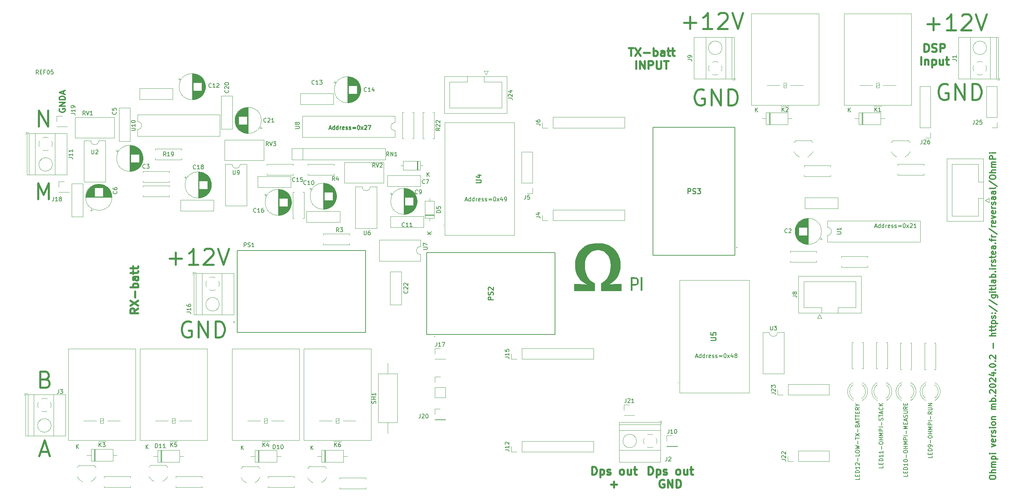
<source format=gbr>
%TF.GenerationSoftware,KiCad,Pcbnew,7.0.6*%
%TF.CreationDate,2023-11-08T16:42:47+01:00*%
%TF.ProjectId,mb.2024.0.2,6d622e32-3032-4342-9e30-2e322e6b6963,rev?*%
%TF.SameCoordinates,Original*%
%TF.FileFunction,Legend,Top*%
%TF.FilePolarity,Positive*%
%FSLAX46Y46*%
G04 Gerber Fmt 4.6, Leading zero omitted, Abs format (unit mm)*
G04 Created by KiCad (PCBNEW 7.0.6) date 2023-11-08 16:42:47*
%MOMM*%
%LPD*%
G01*
G04 APERTURE LIST*
%ADD10C,0.500000*%
%ADD11C,0.250000*%
%ADD12C,0.150000*%
%ADD13C,0.300000*%
%ADD14C,0.254000*%
%ADD15C,0.120000*%
%ADD16C,0.127000*%
%ADD17C,0.200000*%
%ADD18C,0.100000*%
G04 APERTURE END LIST*
D10*
X19748666Y-81072476D02*
X19748666Y-77072476D01*
X19748666Y-77072476D02*
X21082000Y-79929619D01*
X21082000Y-79929619D02*
X22415333Y-77072476D01*
X22415333Y-77072476D02*
X22415333Y-81072476D01*
X179952380Y-37300666D02*
X183000000Y-37300666D01*
X181476190Y-38824476D02*
X181476190Y-35776857D01*
X187000000Y-38824476D02*
X184714285Y-38824476D01*
X185857142Y-38824476D02*
X185857142Y-34824476D01*
X185857142Y-34824476D02*
X185476190Y-35395904D01*
X185476190Y-35395904D02*
X185095238Y-35776857D01*
X185095238Y-35776857D02*
X184714285Y-35967333D01*
X188523809Y-35205428D02*
X188714285Y-35014952D01*
X188714285Y-35014952D02*
X189095238Y-34824476D01*
X189095238Y-34824476D02*
X190047619Y-34824476D01*
X190047619Y-34824476D02*
X190428571Y-35014952D01*
X190428571Y-35014952D02*
X190619047Y-35205428D01*
X190619047Y-35205428D02*
X190809524Y-35586380D01*
X190809524Y-35586380D02*
X190809524Y-35967333D01*
X190809524Y-35967333D02*
X190619047Y-36538761D01*
X190619047Y-36538761D02*
X188333333Y-38824476D01*
X188333333Y-38824476D02*
X190809524Y-38824476D01*
X191952381Y-34824476D02*
X193285714Y-38824476D01*
X193285714Y-38824476D02*
X194619048Y-34824476D01*
X171149047Y-149403238D02*
X171149047Y-147403238D01*
X171149047Y-147403238D02*
X171625237Y-147403238D01*
X171625237Y-147403238D02*
X171910952Y-147498476D01*
X171910952Y-147498476D02*
X172101428Y-147688952D01*
X172101428Y-147688952D02*
X172196666Y-147879428D01*
X172196666Y-147879428D02*
X172291904Y-148260380D01*
X172291904Y-148260380D02*
X172291904Y-148546095D01*
X172291904Y-148546095D02*
X172196666Y-148927047D01*
X172196666Y-148927047D02*
X172101428Y-149117523D01*
X172101428Y-149117523D02*
X171910952Y-149308000D01*
X171910952Y-149308000D02*
X171625237Y-149403238D01*
X171625237Y-149403238D02*
X171149047Y-149403238D01*
X173149047Y-148069904D02*
X173149047Y-150069904D01*
X173149047Y-148165142D02*
X173339523Y-148069904D01*
X173339523Y-148069904D02*
X173720476Y-148069904D01*
X173720476Y-148069904D02*
X173910952Y-148165142D01*
X173910952Y-148165142D02*
X174006190Y-148260380D01*
X174006190Y-148260380D02*
X174101428Y-148450857D01*
X174101428Y-148450857D02*
X174101428Y-149022285D01*
X174101428Y-149022285D02*
X174006190Y-149212761D01*
X174006190Y-149212761D02*
X173910952Y-149308000D01*
X173910952Y-149308000D02*
X173720476Y-149403238D01*
X173720476Y-149403238D02*
X173339523Y-149403238D01*
X173339523Y-149403238D02*
X173149047Y-149308000D01*
X174863333Y-149308000D02*
X175053809Y-149403238D01*
X175053809Y-149403238D02*
X175434761Y-149403238D01*
X175434761Y-149403238D02*
X175625238Y-149308000D01*
X175625238Y-149308000D02*
X175720476Y-149117523D01*
X175720476Y-149117523D02*
X175720476Y-149022285D01*
X175720476Y-149022285D02*
X175625238Y-148831809D01*
X175625238Y-148831809D02*
X175434761Y-148736571D01*
X175434761Y-148736571D02*
X175149047Y-148736571D01*
X175149047Y-148736571D02*
X174958571Y-148641333D01*
X174958571Y-148641333D02*
X174863333Y-148450857D01*
X174863333Y-148450857D02*
X174863333Y-148355619D01*
X174863333Y-148355619D02*
X174958571Y-148165142D01*
X174958571Y-148165142D02*
X175149047Y-148069904D01*
X175149047Y-148069904D02*
X175434761Y-148069904D01*
X175434761Y-148069904D02*
X175625238Y-148165142D01*
X178387143Y-149403238D02*
X178196667Y-149308000D01*
X178196667Y-149308000D02*
X178101429Y-149212761D01*
X178101429Y-149212761D02*
X178006191Y-149022285D01*
X178006191Y-149022285D02*
X178006191Y-148450857D01*
X178006191Y-148450857D02*
X178101429Y-148260380D01*
X178101429Y-148260380D02*
X178196667Y-148165142D01*
X178196667Y-148165142D02*
X178387143Y-148069904D01*
X178387143Y-148069904D02*
X178672858Y-148069904D01*
X178672858Y-148069904D02*
X178863334Y-148165142D01*
X178863334Y-148165142D02*
X178958572Y-148260380D01*
X178958572Y-148260380D02*
X179053810Y-148450857D01*
X179053810Y-148450857D02*
X179053810Y-149022285D01*
X179053810Y-149022285D02*
X178958572Y-149212761D01*
X178958572Y-149212761D02*
X178863334Y-149308000D01*
X178863334Y-149308000D02*
X178672858Y-149403238D01*
X178672858Y-149403238D02*
X178387143Y-149403238D01*
X180768096Y-148069904D02*
X180768096Y-149403238D01*
X179910953Y-148069904D02*
X179910953Y-149117523D01*
X179910953Y-149117523D02*
X180006191Y-149308000D01*
X180006191Y-149308000D02*
X180196667Y-149403238D01*
X180196667Y-149403238D02*
X180482382Y-149403238D01*
X180482382Y-149403238D02*
X180672858Y-149308000D01*
X180672858Y-149308000D02*
X180768096Y-149212761D01*
X181434763Y-148069904D02*
X182196667Y-148069904D01*
X181720477Y-147403238D02*
X181720477Y-149117523D01*
X181720477Y-149117523D02*
X181815715Y-149308000D01*
X181815715Y-149308000D02*
X182006191Y-149403238D01*
X182006191Y-149403238D02*
X182196667Y-149403238D01*
X175006190Y-150718476D02*
X174815714Y-150623238D01*
X174815714Y-150623238D02*
X174530000Y-150623238D01*
X174530000Y-150623238D02*
X174244285Y-150718476D01*
X174244285Y-150718476D02*
X174053809Y-150908952D01*
X174053809Y-150908952D02*
X173958571Y-151099428D01*
X173958571Y-151099428D02*
X173863333Y-151480380D01*
X173863333Y-151480380D02*
X173863333Y-151766095D01*
X173863333Y-151766095D02*
X173958571Y-152147047D01*
X173958571Y-152147047D02*
X174053809Y-152337523D01*
X174053809Y-152337523D02*
X174244285Y-152528000D01*
X174244285Y-152528000D02*
X174530000Y-152623238D01*
X174530000Y-152623238D02*
X174720476Y-152623238D01*
X174720476Y-152623238D02*
X175006190Y-152528000D01*
X175006190Y-152528000D02*
X175101428Y-152432761D01*
X175101428Y-152432761D02*
X175101428Y-151766095D01*
X175101428Y-151766095D02*
X174720476Y-151766095D01*
X175958571Y-152623238D02*
X175958571Y-150623238D01*
X175958571Y-150623238D02*
X177101428Y-152623238D01*
X177101428Y-152623238D02*
X177101428Y-150623238D01*
X178053809Y-152623238D02*
X178053809Y-150623238D01*
X178053809Y-150623238D02*
X178529999Y-150623238D01*
X178529999Y-150623238D02*
X178815714Y-150718476D01*
X178815714Y-150718476D02*
X179006190Y-150908952D01*
X179006190Y-150908952D02*
X179101428Y-151099428D01*
X179101428Y-151099428D02*
X179196666Y-151480380D01*
X179196666Y-151480380D02*
X179196666Y-151766095D01*
X179196666Y-151766095D02*
X179101428Y-152147047D01*
X179101428Y-152147047D02*
X179006190Y-152337523D01*
X179006190Y-152337523D02*
X178815714Y-152528000D01*
X178815714Y-152528000D02*
X178529999Y-152623238D01*
X178529999Y-152623238D02*
X178053809Y-152623238D01*
D11*
X91885142Y-63409904D02*
X92361332Y-63409904D01*
X91789904Y-63695619D02*
X92123237Y-62695619D01*
X92123237Y-62695619D02*
X92456570Y-63695619D01*
X93218475Y-63695619D02*
X93218475Y-62695619D01*
X93218475Y-63648000D02*
X93123237Y-63695619D01*
X93123237Y-63695619D02*
X92932761Y-63695619D01*
X92932761Y-63695619D02*
X92837523Y-63648000D01*
X92837523Y-63648000D02*
X92789904Y-63600380D01*
X92789904Y-63600380D02*
X92742285Y-63505142D01*
X92742285Y-63505142D02*
X92742285Y-63219428D01*
X92742285Y-63219428D02*
X92789904Y-63124190D01*
X92789904Y-63124190D02*
X92837523Y-63076571D01*
X92837523Y-63076571D02*
X92932761Y-63028952D01*
X92932761Y-63028952D02*
X93123237Y-63028952D01*
X93123237Y-63028952D02*
X93218475Y-63076571D01*
X94123237Y-63695619D02*
X94123237Y-62695619D01*
X94123237Y-63648000D02*
X94027999Y-63695619D01*
X94027999Y-63695619D02*
X93837523Y-63695619D01*
X93837523Y-63695619D02*
X93742285Y-63648000D01*
X93742285Y-63648000D02*
X93694666Y-63600380D01*
X93694666Y-63600380D02*
X93647047Y-63505142D01*
X93647047Y-63505142D02*
X93647047Y-63219428D01*
X93647047Y-63219428D02*
X93694666Y-63124190D01*
X93694666Y-63124190D02*
X93742285Y-63076571D01*
X93742285Y-63076571D02*
X93837523Y-63028952D01*
X93837523Y-63028952D02*
X94027999Y-63028952D01*
X94027999Y-63028952D02*
X94123237Y-63076571D01*
X94599428Y-63695619D02*
X94599428Y-63028952D01*
X94599428Y-63219428D02*
X94647047Y-63124190D01*
X94647047Y-63124190D02*
X94694666Y-63076571D01*
X94694666Y-63076571D02*
X94789904Y-63028952D01*
X94789904Y-63028952D02*
X94885142Y-63028952D01*
X95599428Y-63648000D02*
X95504190Y-63695619D01*
X95504190Y-63695619D02*
X95313714Y-63695619D01*
X95313714Y-63695619D02*
X95218476Y-63648000D01*
X95218476Y-63648000D02*
X95170857Y-63552761D01*
X95170857Y-63552761D02*
X95170857Y-63171809D01*
X95170857Y-63171809D02*
X95218476Y-63076571D01*
X95218476Y-63076571D02*
X95313714Y-63028952D01*
X95313714Y-63028952D02*
X95504190Y-63028952D01*
X95504190Y-63028952D02*
X95599428Y-63076571D01*
X95599428Y-63076571D02*
X95647047Y-63171809D01*
X95647047Y-63171809D02*
X95647047Y-63267047D01*
X95647047Y-63267047D02*
X95170857Y-63362285D01*
X96028000Y-63648000D02*
X96123238Y-63695619D01*
X96123238Y-63695619D02*
X96313714Y-63695619D01*
X96313714Y-63695619D02*
X96408952Y-63648000D01*
X96408952Y-63648000D02*
X96456571Y-63552761D01*
X96456571Y-63552761D02*
X96456571Y-63505142D01*
X96456571Y-63505142D02*
X96408952Y-63409904D01*
X96408952Y-63409904D02*
X96313714Y-63362285D01*
X96313714Y-63362285D02*
X96170857Y-63362285D01*
X96170857Y-63362285D02*
X96075619Y-63314666D01*
X96075619Y-63314666D02*
X96028000Y-63219428D01*
X96028000Y-63219428D02*
X96028000Y-63171809D01*
X96028000Y-63171809D02*
X96075619Y-63076571D01*
X96075619Y-63076571D02*
X96170857Y-63028952D01*
X96170857Y-63028952D02*
X96313714Y-63028952D01*
X96313714Y-63028952D02*
X96408952Y-63076571D01*
X96837524Y-63648000D02*
X96932762Y-63695619D01*
X96932762Y-63695619D02*
X97123238Y-63695619D01*
X97123238Y-63695619D02*
X97218476Y-63648000D01*
X97218476Y-63648000D02*
X97266095Y-63552761D01*
X97266095Y-63552761D02*
X97266095Y-63505142D01*
X97266095Y-63505142D02*
X97218476Y-63409904D01*
X97218476Y-63409904D02*
X97123238Y-63362285D01*
X97123238Y-63362285D02*
X96980381Y-63362285D01*
X96980381Y-63362285D02*
X96885143Y-63314666D01*
X96885143Y-63314666D02*
X96837524Y-63219428D01*
X96837524Y-63219428D02*
X96837524Y-63171809D01*
X96837524Y-63171809D02*
X96885143Y-63076571D01*
X96885143Y-63076571D02*
X96980381Y-63028952D01*
X96980381Y-63028952D02*
X97123238Y-63028952D01*
X97123238Y-63028952D02*
X97218476Y-63076571D01*
X97694667Y-63171809D02*
X98456572Y-63171809D01*
X98456572Y-63457523D02*
X97694667Y-63457523D01*
X99123238Y-62695619D02*
X99218476Y-62695619D01*
X99218476Y-62695619D02*
X99313714Y-62743238D01*
X99313714Y-62743238D02*
X99361333Y-62790857D01*
X99361333Y-62790857D02*
X99408952Y-62886095D01*
X99408952Y-62886095D02*
X99456571Y-63076571D01*
X99456571Y-63076571D02*
X99456571Y-63314666D01*
X99456571Y-63314666D02*
X99408952Y-63505142D01*
X99408952Y-63505142D02*
X99361333Y-63600380D01*
X99361333Y-63600380D02*
X99313714Y-63648000D01*
X99313714Y-63648000D02*
X99218476Y-63695619D01*
X99218476Y-63695619D02*
X99123238Y-63695619D01*
X99123238Y-63695619D02*
X99028000Y-63648000D01*
X99028000Y-63648000D02*
X98980381Y-63600380D01*
X98980381Y-63600380D02*
X98932762Y-63505142D01*
X98932762Y-63505142D02*
X98885143Y-63314666D01*
X98885143Y-63314666D02*
X98885143Y-63076571D01*
X98885143Y-63076571D02*
X98932762Y-62886095D01*
X98932762Y-62886095D02*
X98980381Y-62790857D01*
X98980381Y-62790857D02*
X99028000Y-62743238D01*
X99028000Y-62743238D02*
X99123238Y-62695619D01*
X99789905Y-63695619D02*
X100313714Y-63028952D01*
X99789905Y-63028952D02*
X100313714Y-63695619D01*
X100647048Y-62790857D02*
X100694667Y-62743238D01*
X100694667Y-62743238D02*
X100789905Y-62695619D01*
X100789905Y-62695619D02*
X101028000Y-62695619D01*
X101028000Y-62695619D02*
X101123238Y-62743238D01*
X101123238Y-62743238D02*
X101170857Y-62790857D01*
X101170857Y-62790857D02*
X101218476Y-62886095D01*
X101218476Y-62886095D02*
X101218476Y-62981333D01*
X101218476Y-62981333D02*
X101170857Y-63124190D01*
X101170857Y-63124190D02*
X100599429Y-63695619D01*
X100599429Y-63695619D02*
X101218476Y-63695619D01*
X101551810Y-62695619D02*
X102218476Y-62695619D01*
X102218476Y-62695619D02*
X101789905Y-63695619D01*
D10*
X21621714Y-125713238D02*
X22193142Y-125903714D01*
X22193142Y-125903714D02*
X22383619Y-126094190D01*
X22383619Y-126094190D02*
X22574095Y-126475142D01*
X22574095Y-126475142D02*
X22574095Y-127046571D01*
X22574095Y-127046571D02*
X22383619Y-127427523D01*
X22383619Y-127427523D02*
X22193142Y-127618000D01*
X22193142Y-127618000D02*
X21812190Y-127808476D01*
X21812190Y-127808476D02*
X20288380Y-127808476D01*
X20288380Y-127808476D02*
X20288380Y-123808476D01*
X20288380Y-123808476D02*
X21621714Y-123808476D01*
X21621714Y-123808476D02*
X22002666Y-123998952D01*
X22002666Y-123998952D02*
X22193142Y-124189428D01*
X22193142Y-124189428D02*
X22383619Y-124570380D01*
X22383619Y-124570380D02*
X22383619Y-124951333D01*
X22383619Y-124951333D02*
X22193142Y-125332285D01*
X22193142Y-125332285D02*
X22002666Y-125522761D01*
X22002666Y-125522761D02*
X21621714Y-125713238D01*
X21621714Y-125713238D02*
X20288380Y-125713238D01*
X44587238Y-108155809D02*
X43634857Y-108822476D01*
X44587238Y-109298666D02*
X42587238Y-109298666D01*
X42587238Y-109298666D02*
X42587238Y-108536761D01*
X42587238Y-108536761D02*
X42682476Y-108346285D01*
X42682476Y-108346285D02*
X42777714Y-108251047D01*
X42777714Y-108251047D02*
X42968190Y-108155809D01*
X42968190Y-108155809D02*
X43253904Y-108155809D01*
X43253904Y-108155809D02*
X43444380Y-108251047D01*
X43444380Y-108251047D02*
X43539619Y-108346285D01*
X43539619Y-108346285D02*
X43634857Y-108536761D01*
X43634857Y-108536761D02*
X43634857Y-109298666D01*
X42587238Y-107489142D02*
X44587238Y-106155809D01*
X42587238Y-106155809D02*
X44587238Y-107489142D01*
X43825333Y-105393904D02*
X43825333Y-103870095D01*
X44587238Y-102917714D02*
X42587238Y-102917714D01*
X43349142Y-102917714D02*
X43253904Y-102727238D01*
X43253904Y-102727238D02*
X43253904Y-102346285D01*
X43253904Y-102346285D02*
X43349142Y-102155809D01*
X43349142Y-102155809D02*
X43444380Y-102060571D01*
X43444380Y-102060571D02*
X43634857Y-101965333D01*
X43634857Y-101965333D02*
X44206285Y-101965333D01*
X44206285Y-101965333D02*
X44396761Y-102060571D01*
X44396761Y-102060571D02*
X44492000Y-102155809D01*
X44492000Y-102155809D02*
X44587238Y-102346285D01*
X44587238Y-102346285D02*
X44587238Y-102727238D01*
X44587238Y-102727238D02*
X44492000Y-102917714D01*
X44587238Y-100251047D02*
X43539619Y-100251047D01*
X43539619Y-100251047D02*
X43349142Y-100346285D01*
X43349142Y-100346285D02*
X43253904Y-100536761D01*
X43253904Y-100536761D02*
X43253904Y-100917714D01*
X43253904Y-100917714D02*
X43349142Y-101108190D01*
X44492000Y-100251047D02*
X44587238Y-100441523D01*
X44587238Y-100441523D02*
X44587238Y-100917714D01*
X44587238Y-100917714D02*
X44492000Y-101108190D01*
X44492000Y-101108190D02*
X44301523Y-101203428D01*
X44301523Y-101203428D02*
X44111047Y-101203428D01*
X44111047Y-101203428D02*
X43920571Y-101108190D01*
X43920571Y-101108190D02*
X43825333Y-100917714D01*
X43825333Y-100917714D02*
X43825333Y-100441523D01*
X43825333Y-100441523D02*
X43730095Y-100251047D01*
X43253904Y-99584380D02*
X43253904Y-98822476D01*
X42587238Y-99298666D02*
X44301523Y-99298666D01*
X44301523Y-99298666D02*
X44492000Y-99203428D01*
X44492000Y-99203428D02*
X44587238Y-99012952D01*
X44587238Y-99012952D02*
X44587238Y-98822476D01*
X43253904Y-98441523D02*
X43253904Y-97679619D01*
X42587238Y-98155809D02*
X44301523Y-98155809D01*
X44301523Y-98155809D02*
X44492000Y-98060571D01*
X44492000Y-98060571D02*
X44587238Y-97870095D01*
X44587238Y-97870095D02*
X44587238Y-97679619D01*
D12*
X125667142Y-81195104D02*
X126143332Y-81195104D01*
X125571904Y-81480819D02*
X125905237Y-80480819D01*
X125905237Y-80480819D02*
X126238570Y-81480819D01*
X127000475Y-81480819D02*
X127000475Y-80480819D01*
X127000475Y-81433200D02*
X126905237Y-81480819D01*
X126905237Y-81480819D02*
X126714761Y-81480819D01*
X126714761Y-81480819D02*
X126619523Y-81433200D01*
X126619523Y-81433200D02*
X126571904Y-81385580D01*
X126571904Y-81385580D02*
X126524285Y-81290342D01*
X126524285Y-81290342D02*
X126524285Y-81004628D01*
X126524285Y-81004628D02*
X126571904Y-80909390D01*
X126571904Y-80909390D02*
X126619523Y-80861771D01*
X126619523Y-80861771D02*
X126714761Y-80814152D01*
X126714761Y-80814152D02*
X126905237Y-80814152D01*
X126905237Y-80814152D02*
X127000475Y-80861771D01*
X127905237Y-81480819D02*
X127905237Y-80480819D01*
X127905237Y-81433200D02*
X127809999Y-81480819D01*
X127809999Y-81480819D02*
X127619523Y-81480819D01*
X127619523Y-81480819D02*
X127524285Y-81433200D01*
X127524285Y-81433200D02*
X127476666Y-81385580D01*
X127476666Y-81385580D02*
X127429047Y-81290342D01*
X127429047Y-81290342D02*
X127429047Y-81004628D01*
X127429047Y-81004628D02*
X127476666Y-80909390D01*
X127476666Y-80909390D02*
X127524285Y-80861771D01*
X127524285Y-80861771D02*
X127619523Y-80814152D01*
X127619523Y-80814152D02*
X127809999Y-80814152D01*
X127809999Y-80814152D02*
X127905237Y-80861771D01*
X128381428Y-81480819D02*
X128381428Y-80814152D01*
X128381428Y-81004628D02*
X128429047Y-80909390D01*
X128429047Y-80909390D02*
X128476666Y-80861771D01*
X128476666Y-80861771D02*
X128571904Y-80814152D01*
X128571904Y-80814152D02*
X128667142Y-80814152D01*
X129381428Y-81433200D02*
X129286190Y-81480819D01*
X129286190Y-81480819D02*
X129095714Y-81480819D01*
X129095714Y-81480819D02*
X129000476Y-81433200D01*
X129000476Y-81433200D02*
X128952857Y-81337961D01*
X128952857Y-81337961D02*
X128952857Y-80957009D01*
X128952857Y-80957009D02*
X129000476Y-80861771D01*
X129000476Y-80861771D02*
X129095714Y-80814152D01*
X129095714Y-80814152D02*
X129286190Y-80814152D01*
X129286190Y-80814152D02*
X129381428Y-80861771D01*
X129381428Y-80861771D02*
X129429047Y-80957009D01*
X129429047Y-80957009D02*
X129429047Y-81052247D01*
X129429047Y-81052247D02*
X128952857Y-81147485D01*
X129810000Y-81433200D02*
X129905238Y-81480819D01*
X129905238Y-81480819D02*
X130095714Y-81480819D01*
X130095714Y-81480819D02*
X130190952Y-81433200D01*
X130190952Y-81433200D02*
X130238571Y-81337961D01*
X130238571Y-81337961D02*
X130238571Y-81290342D01*
X130238571Y-81290342D02*
X130190952Y-81195104D01*
X130190952Y-81195104D02*
X130095714Y-81147485D01*
X130095714Y-81147485D02*
X129952857Y-81147485D01*
X129952857Y-81147485D02*
X129857619Y-81099866D01*
X129857619Y-81099866D02*
X129810000Y-81004628D01*
X129810000Y-81004628D02*
X129810000Y-80957009D01*
X129810000Y-80957009D02*
X129857619Y-80861771D01*
X129857619Y-80861771D02*
X129952857Y-80814152D01*
X129952857Y-80814152D02*
X130095714Y-80814152D01*
X130095714Y-80814152D02*
X130190952Y-80861771D01*
X130619524Y-81433200D02*
X130714762Y-81480819D01*
X130714762Y-81480819D02*
X130905238Y-81480819D01*
X130905238Y-81480819D02*
X131000476Y-81433200D01*
X131000476Y-81433200D02*
X131048095Y-81337961D01*
X131048095Y-81337961D02*
X131048095Y-81290342D01*
X131048095Y-81290342D02*
X131000476Y-81195104D01*
X131000476Y-81195104D02*
X130905238Y-81147485D01*
X130905238Y-81147485D02*
X130762381Y-81147485D01*
X130762381Y-81147485D02*
X130667143Y-81099866D01*
X130667143Y-81099866D02*
X130619524Y-81004628D01*
X130619524Y-81004628D02*
X130619524Y-80957009D01*
X130619524Y-80957009D02*
X130667143Y-80861771D01*
X130667143Y-80861771D02*
X130762381Y-80814152D01*
X130762381Y-80814152D02*
X130905238Y-80814152D01*
X130905238Y-80814152D02*
X131000476Y-80861771D01*
X131476667Y-80957009D02*
X132238572Y-80957009D01*
X132238572Y-81242723D02*
X131476667Y-81242723D01*
X132905238Y-80480819D02*
X133000476Y-80480819D01*
X133000476Y-80480819D02*
X133095714Y-80528438D01*
X133095714Y-80528438D02*
X133143333Y-80576057D01*
X133143333Y-80576057D02*
X133190952Y-80671295D01*
X133190952Y-80671295D02*
X133238571Y-80861771D01*
X133238571Y-80861771D02*
X133238571Y-81099866D01*
X133238571Y-81099866D02*
X133190952Y-81290342D01*
X133190952Y-81290342D02*
X133143333Y-81385580D01*
X133143333Y-81385580D02*
X133095714Y-81433200D01*
X133095714Y-81433200D02*
X133000476Y-81480819D01*
X133000476Y-81480819D02*
X132905238Y-81480819D01*
X132905238Y-81480819D02*
X132810000Y-81433200D01*
X132810000Y-81433200D02*
X132762381Y-81385580D01*
X132762381Y-81385580D02*
X132714762Y-81290342D01*
X132714762Y-81290342D02*
X132667143Y-81099866D01*
X132667143Y-81099866D02*
X132667143Y-80861771D01*
X132667143Y-80861771D02*
X132714762Y-80671295D01*
X132714762Y-80671295D02*
X132762381Y-80576057D01*
X132762381Y-80576057D02*
X132810000Y-80528438D01*
X132810000Y-80528438D02*
X132905238Y-80480819D01*
X133571905Y-81480819D02*
X134095714Y-80814152D01*
X133571905Y-80814152D02*
X134095714Y-81480819D01*
X134905238Y-80814152D02*
X134905238Y-81480819D01*
X134667143Y-80433200D02*
X134429048Y-81147485D01*
X134429048Y-81147485D02*
X135048095Y-81147485D01*
X135476667Y-81480819D02*
X135667143Y-81480819D01*
X135667143Y-81480819D02*
X135762381Y-81433200D01*
X135762381Y-81433200D02*
X135810000Y-81385580D01*
X135810000Y-81385580D02*
X135905238Y-81242723D01*
X135905238Y-81242723D02*
X135952857Y-81052247D01*
X135952857Y-81052247D02*
X135952857Y-80671295D01*
X135952857Y-80671295D02*
X135905238Y-80576057D01*
X135905238Y-80576057D02*
X135857619Y-80528438D01*
X135857619Y-80528438D02*
X135762381Y-80480819D01*
X135762381Y-80480819D02*
X135571905Y-80480819D01*
X135571905Y-80480819D02*
X135476667Y-80528438D01*
X135476667Y-80528438D02*
X135429048Y-80576057D01*
X135429048Y-80576057D02*
X135381429Y-80671295D01*
X135381429Y-80671295D02*
X135381429Y-80909390D01*
X135381429Y-80909390D02*
X135429048Y-81004628D01*
X135429048Y-81004628D02*
X135476667Y-81052247D01*
X135476667Y-81052247D02*
X135571905Y-81099866D01*
X135571905Y-81099866D02*
X135762381Y-81099866D01*
X135762381Y-81099866D02*
X135857619Y-81052247D01*
X135857619Y-81052247D02*
X135905238Y-81004628D01*
X135905238Y-81004628D02*
X135952857Y-80909390D01*
D10*
X245364381Y-52624952D02*
X244983428Y-52434476D01*
X244983428Y-52434476D02*
X244412000Y-52434476D01*
X244412000Y-52434476D02*
X243840571Y-52624952D01*
X243840571Y-52624952D02*
X243459619Y-53005904D01*
X243459619Y-53005904D02*
X243269142Y-53386857D01*
X243269142Y-53386857D02*
X243078666Y-54148761D01*
X243078666Y-54148761D02*
X243078666Y-54720190D01*
X243078666Y-54720190D02*
X243269142Y-55482095D01*
X243269142Y-55482095D02*
X243459619Y-55863047D01*
X243459619Y-55863047D02*
X243840571Y-56244000D01*
X243840571Y-56244000D02*
X244412000Y-56434476D01*
X244412000Y-56434476D02*
X244792952Y-56434476D01*
X244792952Y-56434476D02*
X245364381Y-56244000D01*
X245364381Y-56244000D02*
X245554857Y-56053523D01*
X245554857Y-56053523D02*
X245554857Y-54720190D01*
X245554857Y-54720190D02*
X244792952Y-54720190D01*
X247269142Y-56434476D02*
X247269142Y-52434476D01*
X247269142Y-52434476D02*
X249554857Y-56434476D01*
X249554857Y-56434476D02*
X249554857Y-52434476D01*
X251459618Y-56434476D02*
X251459618Y-52434476D01*
X251459618Y-52434476D02*
X252411999Y-52434476D01*
X252411999Y-52434476D02*
X252983428Y-52624952D01*
X252983428Y-52624952D02*
X253364380Y-53005904D01*
X253364380Y-53005904D02*
X253554857Y-53386857D01*
X253554857Y-53386857D02*
X253745333Y-54148761D01*
X253745333Y-54148761D02*
X253745333Y-54720190D01*
X253745333Y-54720190D02*
X253554857Y-55482095D01*
X253554857Y-55482095D02*
X253364380Y-55863047D01*
X253364380Y-55863047D02*
X252983428Y-56244000D01*
X252983428Y-56244000D02*
X252411999Y-56434476D01*
X252411999Y-56434476D02*
X251459618Y-56434476D01*
X184885040Y-53987828D02*
X184504087Y-53797352D01*
X184504087Y-53797352D02*
X183932659Y-53797352D01*
X183932659Y-53797352D02*
X183361230Y-53987828D01*
X183361230Y-53987828D02*
X182980278Y-54368780D01*
X182980278Y-54368780D02*
X182789801Y-54749733D01*
X182789801Y-54749733D02*
X182599325Y-55511637D01*
X182599325Y-55511637D02*
X182599325Y-56083066D01*
X182599325Y-56083066D02*
X182789801Y-56844971D01*
X182789801Y-56844971D02*
X182980278Y-57225923D01*
X182980278Y-57225923D02*
X183361230Y-57606876D01*
X183361230Y-57606876D02*
X183932659Y-57797352D01*
X183932659Y-57797352D02*
X184313611Y-57797352D01*
X184313611Y-57797352D02*
X184885040Y-57606876D01*
X184885040Y-57606876D02*
X185075516Y-57416399D01*
X185075516Y-57416399D02*
X185075516Y-56083066D01*
X185075516Y-56083066D02*
X184313611Y-56083066D01*
X186789801Y-57797352D02*
X186789801Y-53797352D01*
X186789801Y-53797352D02*
X189075516Y-57797352D01*
X189075516Y-57797352D02*
X189075516Y-53797352D01*
X190980277Y-57797352D02*
X190980277Y-53797352D01*
X190980277Y-53797352D02*
X191932658Y-53797352D01*
X191932658Y-53797352D02*
X192504087Y-53987828D01*
X192504087Y-53987828D02*
X192885039Y-54368780D01*
X192885039Y-54368780D02*
X193075516Y-54749733D01*
X193075516Y-54749733D02*
X193265992Y-55511637D01*
X193265992Y-55511637D02*
X193265992Y-56083066D01*
X193265992Y-56083066D02*
X193075516Y-56844971D01*
X193075516Y-56844971D02*
X192885039Y-57225923D01*
X192885039Y-57225923D02*
X192504087Y-57606876D01*
X192504087Y-57606876D02*
X191932658Y-57797352D01*
X191932658Y-57797352D02*
X190980277Y-57797352D01*
X239585809Y-44501238D02*
X239585809Y-42501238D01*
X239585809Y-42501238D02*
X240061999Y-42501238D01*
X240061999Y-42501238D02*
X240347714Y-42596476D01*
X240347714Y-42596476D02*
X240538190Y-42786952D01*
X240538190Y-42786952D02*
X240633428Y-42977428D01*
X240633428Y-42977428D02*
X240728666Y-43358380D01*
X240728666Y-43358380D02*
X240728666Y-43644095D01*
X240728666Y-43644095D02*
X240633428Y-44025047D01*
X240633428Y-44025047D02*
X240538190Y-44215523D01*
X240538190Y-44215523D02*
X240347714Y-44406000D01*
X240347714Y-44406000D02*
X240061999Y-44501238D01*
X240061999Y-44501238D02*
X239585809Y-44501238D01*
X241490571Y-44406000D02*
X241776285Y-44501238D01*
X241776285Y-44501238D02*
X242252476Y-44501238D01*
X242252476Y-44501238D02*
X242442952Y-44406000D01*
X242442952Y-44406000D02*
X242538190Y-44310761D01*
X242538190Y-44310761D02*
X242633428Y-44120285D01*
X242633428Y-44120285D02*
X242633428Y-43929809D01*
X242633428Y-43929809D02*
X242538190Y-43739333D01*
X242538190Y-43739333D02*
X242442952Y-43644095D01*
X242442952Y-43644095D02*
X242252476Y-43548857D01*
X242252476Y-43548857D02*
X241871523Y-43453619D01*
X241871523Y-43453619D02*
X241681047Y-43358380D01*
X241681047Y-43358380D02*
X241585809Y-43263142D01*
X241585809Y-43263142D02*
X241490571Y-43072666D01*
X241490571Y-43072666D02*
X241490571Y-42882190D01*
X241490571Y-42882190D02*
X241585809Y-42691714D01*
X241585809Y-42691714D02*
X241681047Y-42596476D01*
X241681047Y-42596476D02*
X241871523Y-42501238D01*
X241871523Y-42501238D02*
X242347714Y-42501238D01*
X242347714Y-42501238D02*
X242633428Y-42596476D01*
X243490571Y-44501238D02*
X243490571Y-42501238D01*
X243490571Y-42501238D02*
X244252476Y-42501238D01*
X244252476Y-42501238D02*
X244442952Y-42596476D01*
X244442952Y-42596476D02*
X244538190Y-42691714D01*
X244538190Y-42691714D02*
X244633428Y-42882190D01*
X244633428Y-42882190D02*
X244633428Y-43167904D01*
X244633428Y-43167904D02*
X244538190Y-43358380D01*
X244538190Y-43358380D02*
X244442952Y-43453619D01*
X244442952Y-43453619D02*
X244252476Y-43548857D01*
X244252476Y-43548857D02*
X243490571Y-43548857D01*
X238776285Y-47721238D02*
X238776285Y-45721238D01*
X239728666Y-46387904D02*
X239728666Y-47721238D01*
X239728666Y-46578380D02*
X239823904Y-46483142D01*
X239823904Y-46483142D02*
X240014380Y-46387904D01*
X240014380Y-46387904D02*
X240300095Y-46387904D01*
X240300095Y-46387904D02*
X240490571Y-46483142D01*
X240490571Y-46483142D02*
X240585809Y-46673619D01*
X240585809Y-46673619D02*
X240585809Y-47721238D01*
X241538190Y-46387904D02*
X241538190Y-48387904D01*
X241538190Y-46483142D02*
X241728666Y-46387904D01*
X241728666Y-46387904D02*
X242109619Y-46387904D01*
X242109619Y-46387904D02*
X242300095Y-46483142D01*
X242300095Y-46483142D02*
X242395333Y-46578380D01*
X242395333Y-46578380D02*
X242490571Y-46768857D01*
X242490571Y-46768857D02*
X242490571Y-47340285D01*
X242490571Y-47340285D02*
X242395333Y-47530761D01*
X242395333Y-47530761D02*
X242300095Y-47626000D01*
X242300095Y-47626000D02*
X242109619Y-47721238D01*
X242109619Y-47721238D02*
X241728666Y-47721238D01*
X241728666Y-47721238D02*
X241538190Y-47626000D01*
X244204857Y-46387904D02*
X244204857Y-47721238D01*
X243347714Y-46387904D02*
X243347714Y-47435523D01*
X243347714Y-47435523D02*
X243442952Y-47626000D01*
X243442952Y-47626000D02*
X243633428Y-47721238D01*
X243633428Y-47721238D02*
X243919143Y-47721238D01*
X243919143Y-47721238D02*
X244109619Y-47626000D01*
X244109619Y-47626000D02*
X244204857Y-47530761D01*
X244871524Y-46387904D02*
X245633428Y-46387904D01*
X245157238Y-45721238D02*
X245157238Y-47435523D01*
X245157238Y-47435523D02*
X245252476Y-47626000D01*
X245252476Y-47626000D02*
X245442952Y-47721238D01*
X245442952Y-47721238D02*
X245633428Y-47721238D01*
X57658381Y-111552952D02*
X57277428Y-111362476D01*
X57277428Y-111362476D02*
X56706000Y-111362476D01*
X56706000Y-111362476D02*
X56134571Y-111552952D01*
X56134571Y-111552952D02*
X55753619Y-111933904D01*
X55753619Y-111933904D02*
X55563142Y-112314857D01*
X55563142Y-112314857D02*
X55372666Y-113076761D01*
X55372666Y-113076761D02*
X55372666Y-113648190D01*
X55372666Y-113648190D02*
X55563142Y-114410095D01*
X55563142Y-114410095D02*
X55753619Y-114791047D01*
X55753619Y-114791047D02*
X56134571Y-115172000D01*
X56134571Y-115172000D02*
X56706000Y-115362476D01*
X56706000Y-115362476D02*
X57086952Y-115362476D01*
X57086952Y-115362476D02*
X57658381Y-115172000D01*
X57658381Y-115172000D02*
X57848857Y-114981523D01*
X57848857Y-114981523D02*
X57848857Y-113648190D01*
X57848857Y-113648190D02*
X57086952Y-113648190D01*
X59563142Y-115362476D02*
X59563142Y-111362476D01*
X59563142Y-111362476D02*
X61848857Y-115362476D01*
X61848857Y-115362476D02*
X61848857Y-111362476D01*
X63753618Y-115362476D02*
X63753618Y-111362476D01*
X63753618Y-111362476D02*
X64705999Y-111362476D01*
X64705999Y-111362476D02*
X65277428Y-111552952D01*
X65277428Y-111552952D02*
X65658380Y-111933904D01*
X65658380Y-111933904D02*
X65848857Y-112314857D01*
X65848857Y-112314857D02*
X66039333Y-113076761D01*
X66039333Y-113076761D02*
X66039333Y-113648190D01*
X66039333Y-113648190D02*
X65848857Y-114410095D01*
X65848857Y-114410095D02*
X65658380Y-114791047D01*
X65658380Y-114791047D02*
X65277428Y-115172000D01*
X65277428Y-115172000D02*
X64705999Y-115362476D01*
X64705999Y-115362476D02*
X63753618Y-115362476D01*
D13*
X255718328Y-150142857D02*
X255718328Y-149857143D01*
X255718328Y-149857143D02*
X255789757Y-149714286D01*
X255789757Y-149714286D02*
X255932614Y-149571429D01*
X255932614Y-149571429D02*
X256218328Y-149500000D01*
X256218328Y-149500000D02*
X256718328Y-149500000D01*
X256718328Y-149500000D02*
X257004042Y-149571429D01*
X257004042Y-149571429D02*
X257146900Y-149714286D01*
X257146900Y-149714286D02*
X257218328Y-149857143D01*
X257218328Y-149857143D02*
X257218328Y-150142857D01*
X257218328Y-150142857D02*
X257146900Y-150285715D01*
X257146900Y-150285715D02*
X257004042Y-150428572D01*
X257004042Y-150428572D02*
X256718328Y-150500000D01*
X256718328Y-150500000D02*
X256218328Y-150500000D01*
X256218328Y-150500000D02*
X255932614Y-150428572D01*
X255932614Y-150428572D02*
X255789757Y-150285715D01*
X255789757Y-150285715D02*
X255718328Y-150142857D01*
X257218328Y-148857143D02*
X255718328Y-148857143D01*
X257218328Y-148214286D02*
X256432614Y-148214286D01*
X256432614Y-148214286D02*
X256289757Y-148285714D01*
X256289757Y-148285714D02*
X256218328Y-148428571D01*
X256218328Y-148428571D02*
X256218328Y-148642857D01*
X256218328Y-148642857D02*
X256289757Y-148785714D01*
X256289757Y-148785714D02*
X256361185Y-148857143D01*
X257218328Y-147500000D02*
X256218328Y-147500000D01*
X256361185Y-147500000D02*
X256289757Y-147428571D01*
X256289757Y-147428571D02*
X256218328Y-147285714D01*
X256218328Y-147285714D02*
X256218328Y-147071428D01*
X256218328Y-147071428D02*
X256289757Y-146928571D01*
X256289757Y-146928571D02*
X256432614Y-146857143D01*
X256432614Y-146857143D02*
X257218328Y-146857143D01*
X256432614Y-146857143D02*
X256289757Y-146785714D01*
X256289757Y-146785714D02*
X256218328Y-146642857D01*
X256218328Y-146642857D02*
X256218328Y-146428571D01*
X256218328Y-146428571D02*
X256289757Y-146285714D01*
X256289757Y-146285714D02*
X256432614Y-146214285D01*
X256432614Y-146214285D02*
X257218328Y-146214285D01*
X256218328Y-145500000D02*
X257718328Y-145500000D01*
X256289757Y-145500000D02*
X256218328Y-145357143D01*
X256218328Y-145357143D02*
X256218328Y-145071428D01*
X256218328Y-145071428D02*
X256289757Y-144928571D01*
X256289757Y-144928571D02*
X256361185Y-144857143D01*
X256361185Y-144857143D02*
X256504042Y-144785714D01*
X256504042Y-144785714D02*
X256932614Y-144785714D01*
X256932614Y-144785714D02*
X257075471Y-144857143D01*
X257075471Y-144857143D02*
X257146900Y-144928571D01*
X257146900Y-144928571D02*
X257218328Y-145071428D01*
X257218328Y-145071428D02*
X257218328Y-145357143D01*
X257218328Y-145357143D02*
X257146900Y-145500000D01*
X257218328Y-144142857D02*
X256218328Y-144142857D01*
X255718328Y-144142857D02*
X255789757Y-144214285D01*
X255789757Y-144214285D02*
X255861185Y-144142857D01*
X255861185Y-144142857D02*
X255789757Y-144071428D01*
X255789757Y-144071428D02*
X255718328Y-144142857D01*
X255718328Y-144142857D02*
X255861185Y-144142857D01*
X256218328Y-142428571D02*
X257218328Y-142071428D01*
X257218328Y-142071428D02*
X256218328Y-141714285D01*
X257146900Y-140571428D02*
X257218328Y-140714285D01*
X257218328Y-140714285D02*
X257218328Y-141000000D01*
X257218328Y-141000000D02*
X257146900Y-141142857D01*
X257146900Y-141142857D02*
X257004042Y-141214285D01*
X257004042Y-141214285D02*
X256432614Y-141214285D01*
X256432614Y-141214285D02*
X256289757Y-141142857D01*
X256289757Y-141142857D02*
X256218328Y-141000000D01*
X256218328Y-141000000D02*
X256218328Y-140714285D01*
X256218328Y-140714285D02*
X256289757Y-140571428D01*
X256289757Y-140571428D02*
X256432614Y-140500000D01*
X256432614Y-140500000D02*
X256575471Y-140500000D01*
X256575471Y-140500000D02*
X256718328Y-141214285D01*
X257218328Y-139857143D02*
X256218328Y-139857143D01*
X256504042Y-139857143D02*
X256361185Y-139785714D01*
X256361185Y-139785714D02*
X256289757Y-139714286D01*
X256289757Y-139714286D02*
X256218328Y-139571428D01*
X256218328Y-139571428D02*
X256218328Y-139428571D01*
X257146900Y-139000000D02*
X257218328Y-138857143D01*
X257218328Y-138857143D02*
X257218328Y-138571429D01*
X257218328Y-138571429D02*
X257146900Y-138428572D01*
X257146900Y-138428572D02*
X257004042Y-138357143D01*
X257004042Y-138357143D02*
X256932614Y-138357143D01*
X256932614Y-138357143D02*
X256789757Y-138428572D01*
X256789757Y-138428572D02*
X256718328Y-138571429D01*
X256718328Y-138571429D02*
X256718328Y-138785715D01*
X256718328Y-138785715D02*
X256646900Y-138928572D01*
X256646900Y-138928572D02*
X256504042Y-139000000D01*
X256504042Y-139000000D02*
X256432614Y-139000000D01*
X256432614Y-139000000D02*
X256289757Y-138928572D01*
X256289757Y-138928572D02*
X256218328Y-138785715D01*
X256218328Y-138785715D02*
X256218328Y-138571429D01*
X256218328Y-138571429D02*
X256289757Y-138428572D01*
X257218328Y-137714286D02*
X256218328Y-137714286D01*
X255718328Y-137714286D02*
X255789757Y-137785714D01*
X255789757Y-137785714D02*
X255861185Y-137714286D01*
X255861185Y-137714286D02*
X255789757Y-137642857D01*
X255789757Y-137642857D02*
X255718328Y-137714286D01*
X255718328Y-137714286D02*
X255861185Y-137714286D01*
X257218328Y-136785714D02*
X257146900Y-136928571D01*
X257146900Y-136928571D02*
X257075471Y-137000000D01*
X257075471Y-137000000D02*
X256932614Y-137071428D01*
X256932614Y-137071428D02*
X256504042Y-137071428D01*
X256504042Y-137071428D02*
X256361185Y-137000000D01*
X256361185Y-137000000D02*
X256289757Y-136928571D01*
X256289757Y-136928571D02*
X256218328Y-136785714D01*
X256218328Y-136785714D02*
X256218328Y-136571428D01*
X256218328Y-136571428D02*
X256289757Y-136428571D01*
X256289757Y-136428571D02*
X256361185Y-136357143D01*
X256361185Y-136357143D02*
X256504042Y-136285714D01*
X256504042Y-136285714D02*
X256932614Y-136285714D01*
X256932614Y-136285714D02*
X257075471Y-136357143D01*
X257075471Y-136357143D02*
X257146900Y-136428571D01*
X257146900Y-136428571D02*
X257218328Y-136571428D01*
X257218328Y-136571428D02*
X257218328Y-136785714D01*
X256218328Y-135642857D02*
X257218328Y-135642857D01*
X256361185Y-135642857D02*
X256289757Y-135571428D01*
X256289757Y-135571428D02*
X256218328Y-135428571D01*
X256218328Y-135428571D02*
X256218328Y-135214285D01*
X256218328Y-135214285D02*
X256289757Y-135071428D01*
X256289757Y-135071428D02*
X256432614Y-135000000D01*
X256432614Y-135000000D02*
X257218328Y-135000000D01*
X257218328Y-133142857D02*
X256218328Y-133142857D01*
X256361185Y-133142857D02*
X256289757Y-133071428D01*
X256289757Y-133071428D02*
X256218328Y-132928571D01*
X256218328Y-132928571D02*
X256218328Y-132714285D01*
X256218328Y-132714285D02*
X256289757Y-132571428D01*
X256289757Y-132571428D02*
X256432614Y-132500000D01*
X256432614Y-132500000D02*
X257218328Y-132500000D01*
X256432614Y-132500000D02*
X256289757Y-132428571D01*
X256289757Y-132428571D02*
X256218328Y-132285714D01*
X256218328Y-132285714D02*
X256218328Y-132071428D01*
X256218328Y-132071428D02*
X256289757Y-131928571D01*
X256289757Y-131928571D02*
X256432614Y-131857142D01*
X256432614Y-131857142D02*
X257218328Y-131857142D01*
X257218328Y-131142857D02*
X255718328Y-131142857D01*
X256289757Y-131142857D02*
X256218328Y-131000000D01*
X256218328Y-131000000D02*
X256218328Y-130714285D01*
X256218328Y-130714285D02*
X256289757Y-130571428D01*
X256289757Y-130571428D02*
X256361185Y-130500000D01*
X256361185Y-130500000D02*
X256504042Y-130428571D01*
X256504042Y-130428571D02*
X256932614Y-130428571D01*
X256932614Y-130428571D02*
X257075471Y-130500000D01*
X257075471Y-130500000D02*
X257146900Y-130571428D01*
X257146900Y-130571428D02*
X257218328Y-130714285D01*
X257218328Y-130714285D02*
X257218328Y-131000000D01*
X257218328Y-131000000D02*
X257146900Y-131142857D01*
X257075471Y-129785714D02*
X257146900Y-129714285D01*
X257146900Y-129714285D02*
X257218328Y-129785714D01*
X257218328Y-129785714D02*
X257146900Y-129857142D01*
X257146900Y-129857142D02*
X257075471Y-129785714D01*
X257075471Y-129785714D02*
X257218328Y-129785714D01*
X255861185Y-129142856D02*
X255789757Y-129071428D01*
X255789757Y-129071428D02*
X255718328Y-128928571D01*
X255718328Y-128928571D02*
X255718328Y-128571428D01*
X255718328Y-128571428D02*
X255789757Y-128428571D01*
X255789757Y-128428571D02*
X255861185Y-128357142D01*
X255861185Y-128357142D02*
X256004042Y-128285713D01*
X256004042Y-128285713D02*
X256146900Y-128285713D01*
X256146900Y-128285713D02*
X256361185Y-128357142D01*
X256361185Y-128357142D02*
X257218328Y-129214285D01*
X257218328Y-129214285D02*
X257218328Y-128285713D01*
X255718328Y-127357142D02*
X255718328Y-127214285D01*
X255718328Y-127214285D02*
X255789757Y-127071428D01*
X255789757Y-127071428D02*
X255861185Y-127000000D01*
X255861185Y-127000000D02*
X256004042Y-126928571D01*
X256004042Y-126928571D02*
X256289757Y-126857142D01*
X256289757Y-126857142D02*
X256646900Y-126857142D01*
X256646900Y-126857142D02*
X256932614Y-126928571D01*
X256932614Y-126928571D02*
X257075471Y-127000000D01*
X257075471Y-127000000D02*
X257146900Y-127071428D01*
X257146900Y-127071428D02*
X257218328Y-127214285D01*
X257218328Y-127214285D02*
X257218328Y-127357142D01*
X257218328Y-127357142D02*
X257146900Y-127500000D01*
X257146900Y-127500000D02*
X257075471Y-127571428D01*
X257075471Y-127571428D02*
X256932614Y-127642857D01*
X256932614Y-127642857D02*
X256646900Y-127714285D01*
X256646900Y-127714285D02*
X256289757Y-127714285D01*
X256289757Y-127714285D02*
X256004042Y-127642857D01*
X256004042Y-127642857D02*
X255861185Y-127571428D01*
X255861185Y-127571428D02*
X255789757Y-127500000D01*
X255789757Y-127500000D02*
X255718328Y-127357142D01*
X255861185Y-126285714D02*
X255789757Y-126214286D01*
X255789757Y-126214286D02*
X255718328Y-126071429D01*
X255718328Y-126071429D02*
X255718328Y-125714286D01*
X255718328Y-125714286D02*
X255789757Y-125571429D01*
X255789757Y-125571429D02*
X255861185Y-125500000D01*
X255861185Y-125500000D02*
X256004042Y-125428571D01*
X256004042Y-125428571D02*
X256146900Y-125428571D01*
X256146900Y-125428571D02*
X256361185Y-125500000D01*
X256361185Y-125500000D02*
X257218328Y-126357143D01*
X257218328Y-126357143D02*
X257218328Y-125428571D01*
X256218328Y-124142858D02*
X257218328Y-124142858D01*
X255646900Y-124500000D02*
X256718328Y-124857143D01*
X256718328Y-124857143D02*
X256718328Y-123928572D01*
X257075471Y-123357144D02*
X257146900Y-123285715D01*
X257146900Y-123285715D02*
X257218328Y-123357144D01*
X257218328Y-123357144D02*
X257146900Y-123428572D01*
X257146900Y-123428572D02*
X257075471Y-123357144D01*
X257075471Y-123357144D02*
X257218328Y-123357144D01*
X255718328Y-122357143D02*
X255718328Y-122214286D01*
X255718328Y-122214286D02*
X255789757Y-122071429D01*
X255789757Y-122071429D02*
X255861185Y-122000001D01*
X255861185Y-122000001D02*
X256004042Y-121928572D01*
X256004042Y-121928572D02*
X256289757Y-121857143D01*
X256289757Y-121857143D02*
X256646900Y-121857143D01*
X256646900Y-121857143D02*
X256932614Y-121928572D01*
X256932614Y-121928572D02*
X257075471Y-122000001D01*
X257075471Y-122000001D02*
X257146900Y-122071429D01*
X257146900Y-122071429D02*
X257218328Y-122214286D01*
X257218328Y-122214286D02*
X257218328Y-122357143D01*
X257218328Y-122357143D02*
X257146900Y-122500001D01*
X257146900Y-122500001D02*
X257075471Y-122571429D01*
X257075471Y-122571429D02*
X256932614Y-122642858D01*
X256932614Y-122642858D02*
X256646900Y-122714286D01*
X256646900Y-122714286D02*
X256289757Y-122714286D01*
X256289757Y-122714286D02*
X256004042Y-122642858D01*
X256004042Y-122642858D02*
X255861185Y-122571429D01*
X255861185Y-122571429D02*
X255789757Y-122500001D01*
X255789757Y-122500001D02*
X255718328Y-122357143D01*
X257075471Y-121214287D02*
X257146900Y-121142858D01*
X257146900Y-121142858D02*
X257218328Y-121214287D01*
X257218328Y-121214287D02*
X257146900Y-121285715D01*
X257146900Y-121285715D02*
X257075471Y-121214287D01*
X257075471Y-121214287D02*
X257218328Y-121214287D01*
X255861185Y-120571429D02*
X255789757Y-120500001D01*
X255789757Y-120500001D02*
X255718328Y-120357144D01*
X255718328Y-120357144D02*
X255718328Y-120000001D01*
X255718328Y-120000001D02*
X255789757Y-119857144D01*
X255789757Y-119857144D02*
X255861185Y-119785715D01*
X255861185Y-119785715D02*
X256004042Y-119714286D01*
X256004042Y-119714286D02*
X256146900Y-119714286D01*
X256146900Y-119714286D02*
X256361185Y-119785715D01*
X256361185Y-119785715D02*
X257218328Y-120642858D01*
X257218328Y-120642858D02*
X257218328Y-119714286D01*
X256646900Y-117928573D02*
X256646900Y-116785716D01*
X257218328Y-114928573D02*
X255718328Y-114928573D01*
X257218328Y-114285716D02*
X256432614Y-114285716D01*
X256432614Y-114285716D02*
X256289757Y-114357144D01*
X256289757Y-114357144D02*
X256218328Y-114500001D01*
X256218328Y-114500001D02*
X256218328Y-114714287D01*
X256218328Y-114714287D02*
X256289757Y-114857144D01*
X256289757Y-114857144D02*
X256361185Y-114928573D01*
X256218328Y-113785715D02*
X256218328Y-113214287D01*
X255718328Y-113571430D02*
X257004042Y-113571430D01*
X257004042Y-113571430D02*
X257146900Y-113500001D01*
X257146900Y-113500001D02*
X257218328Y-113357144D01*
X257218328Y-113357144D02*
X257218328Y-113214287D01*
X256218328Y-112928572D02*
X256218328Y-112357144D01*
X255718328Y-112714287D02*
X257004042Y-112714287D01*
X257004042Y-112714287D02*
X257146900Y-112642858D01*
X257146900Y-112642858D02*
X257218328Y-112500001D01*
X257218328Y-112500001D02*
X257218328Y-112357144D01*
X256218328Y-111857144D02*
X257718328Y-111857144D01*
X256289757Y-111857144D02*
X256218328Y-111714287D01*
X256218328Y-111714287D02*
X256218328Y-111428572D01*
X256218328Y-111428572D02*
X256289757Y-111285715D01*
X256289757Y-111285715D02*
X256361185Y-111214287D01*
X256361185Y-111214287D02*
X256504042Y-111142858D01*
X256504042Y-111142858D02*
X256932614Y-111142858D01*
X256932614Y-111142858D02*
X257075471Y-111214287D01*
X257075471Y-111214287D02*
X257146900Y-111285715D01*
X257146900Y-111285715D02*
X257218328Y-111428572D01*
X257218328Y-111428572D02*
X257218328Y-111714287D01*
X257218328Y-111714287D02*
X257146900Y-111857144D01*
X257146900Y-110571429D02*
X257218328Y-110428572D01*
X257218328Y-110428572D02*
X257218328Y-110142858D01*
X257218328Y-110142858D02*
X257146900Y-110000001D01*
X257146900Y-110000001D02*
X257004042Y-109928572D01*
X257004042Y-109928572D02*
X256932614Y-109928572D01*
X256932614Y-109928572D02*
X256789757Y-110000001D01*
X256789757Y-110000001D02*
X256718328Y-110142858D01*
X256718328Y-110142858D02*
X256718328Y-110357144D01*
X256718328Y-110357144D02*
X256646900Y-110500001D01*
X256646900Y-110500001D02*
X256504042Y-110571429D01*
X256504042Y-110571429D02*
X256432614Y-110571429D01*
X256432614Y-110571429D02*
X256289757Y-110500001D01*
X256289757Y-110500001D02*
X256218328Y-110357144D01*
X256218328Y-110357144D02*
X256218328Y-110142858D01*
X256218328Y-110142858D02*
X256289757Y-110000001D01*
X257075471Y-109285715D02*
X257146900Y-109214286D01*
X257146900Y-109214286D02*
X257218328Y-109285715D01*
X257218328Y-109285715D02*
X257146900Y-109357143D01*
X257146900Y-109357143D02*
X257075471Y-109285715D01*
X257075471Y-109285715D02*
X257218328Y-109285715D01*
X256289757Y-109285715D02*
X256361185Y-109214286D01*
X256361185Y-109214286D02*
X256432614Y-109285715D01*
X256432614Y-109285715D02*
X256361185Y-109357143D01*
X256361185Y-109357143D02*
X256289757Y-109285715D01*
X256289757Y-109285715D02*
X256432614Y-109285715D01*
X255646900Y-107500000D02*
X257575471Y-108785714D01*
X255646900Y-105928571D02*
X257575471Y-107214285D01*
X256218328Y-104785714D02*
X257432614Y-104785714D01*
X257432614Y-104785714D02*
X257575471Y-104857142D01*
X257575471Y-104857142D02*
X257646900Y-104928571D01*
X257646900Y-104928571D02*
X257718328Y-105071428D01*
X257718328Y-105071428D02*
X257718328Y-105285714D01*
X257718328Y-105285714D02*
X257646900Y-105428571D01*
X257146900Y-104785714D02*
X257218328Y-104928571D01*
X257218328Y-104928571D02*
X257218328Y-105214285D01*
X257218328Y-105214285D02*
X257146900Y-105357142D01*
X257146900Y-105357142D02*
X257075471Y-105428571D01*
X257075471Y-105428571D02*
X256932614Y-105499999D01*
X256932614Y-105499999D02*
X256504042Y-105499999D01*
X256504042Y-105499999D02*
X256361185Y-105428571D01*
X256361185Y-105428571D02*
X256289757Y-105357142D01*
X256289757Y-105357142D02*
X256218328Y-105214285D01*
X256218328Y-105214285D02*
X256218328Y-104928571D01*
X256218328Y-104928571D02*
X256289757Y-104785714D01*
X257218328Y-104071428D02*
X256218328Y-104071428D01*
X255718328Y-104071428D02*
X255789757Y-104142856D01*
X255789757Y-104142856D02*
X255861185Y-104071428D01*
X255861185Y-104071428D02*
X255789757Y-103999999D01*
X255789757Y-103999999D02*
X255718328Y-104071428D01*
X255718328Y-104071428D02*
X255861185Y-104071428D01*
X256218328Y-103571427D02*
X256218328Y-102999999D01*
X255718328Y-103357142D02*
X257004042Y-103357142D01*
X257004042Y-103357142D02*
X257146900Y-103285713D01*
X257146900Y-103285713D02*
X257218328Y-103142856D01*
X257218328Y-103142856D02*
X257218328Y-102999999D01*
X257218328Y-102285713D02*
X257146900Y-102428570D01*
X257146900Y-102428570D02*
X257004042Y-102499999D01*
X257004042Y-102499999D02*
X255718328Y-102499999D01*
X257218328Y-101071428D02*
X256432614Y-101071428D01*
X256432614Y-101071428D02*
X256289757Y-101142856D01*
X256289757Y-101142856D02*
X256218328Y-101285713D01*
X256218328Y-101285713D02*
X256218328Y-101571428D01*
X256218328Y-101571428D02*
X256289757Y-101714285D01*
X257146900Y-101071428D02*
X257218328Y-101214285D01*
X257218328Y-101214285D02*
X257218328Y-101571428D01*
X257218328Y-101571428D02*
X257146900Y-101714285D01*
X257146900Y-101714285D02*
X257004042Y-101785713D01*
X257004042Y-101785713D02*
X256861185Y-101785713D01*
X256861185Y-101785713D02*
X256718328Y-101714285D01*
X256718328Y-101714285D02*
X256646900Y-101571428D01*
X256646900Y-101571428D02*
X256646900Y-101214285D01*
X256646900Y-101214285D02*
X256575471Y-101071428D01*
X257218328Y-100357142D02*
X255718328Y-100357142D01*
X256289757Y-100357142D02*
X256218328Y-100214285D01*
X256218328Y-100214285D02*
X256218328Y-99928570D01*
X256218328Y-99928570D02*
X256289757Y-99785713D01*
X256289757Y-99785713D02*
X256361185Y-99714285D01*
X256361185Y-99714285D02*
X256504042Y-99642856D01*
X256504042Y-99642856D02*
X256932614Y-99642856D01*
X256932614Y-99642856D02*
X257075471Y-99714285D01*
X257075471Y-99714285D02*
X257146900Y-99785713D01*
X257146900Y-99785713D02*
X257218328Y-99928570D01*
X257218328Y-99928570D02*
X257218328Y-100214285D01*
X257218328Y-100214285D02*
X257146900Y-100357142D01*
X257075471Y-98999999D02*
X257146900Y-98928570D01*
X257146900Y-98928570D02*
X257218328Y-98999999D01*
X257218328Y-98999999D02*
X257146900Y-99071427D01*
X257146900Y-99071427D02*
X257075471Y-98999999D01*
X257075471Y-98999999D02*
X257218328Y-98999999D01*
X257218328Y-98285713D02*
X256218328Y-98285713D01*
X255718328Y-98285713D02*
X255789757Y-98357141D01*
X255789757Y-98357141D02*
X255861185Y-98285713D01*
X255861185Y-98285713D02*
X255789757Y-98214284D01*
X255789757Y-98214284D02*
X255718328Y-98285713D01*
X255718328Y-98285713D02*
X255861185Y-98285713D01*
X257218328Y-97571427D02*
X256218328Y-97571427D01*
X256504042Y-97571427D02*
X256361185Y-97499998D01*
X256361185Y-97499998D02*
X256289757Y-97428570D01*
X256289757Y-97428570D02*
X256218328Y-97285712D01*
X256218328Y-97285712D02*
X256218328Y-97142855D01*
X257146900Y-96714284D02*
X257218328Y-96571427D01*
X257218328Y-96571427D02*
X257218328Y-96285713D01*
X257218328Y-96285713D02*
X257146900Y-96142856D01*
X257146900Y-96142856D02*
X257004042Y-96071427D01*
X257004042Y-96071427D02*
X256932614Y-96071427D01*
X256932614Y-96071427D02*
X256789757Y-96142856D01*
X256789757Y-96142856D02*
X256718328Y-96285713D01*
X256718328Y-96285713D02*
X256718328Y-96499999D01*
X256718328Y-96499999D02*
X256646900Y-96642856D01*
X256646900Y-96642856D02*
X256504042Y-96714284D01*
X256504042Y-96714284D02*
X256432614Y-96714284D01*
X256432614Y-96714284D02*
X256289757Y-96642856D01*
X256289757Y-96642856D02*
X256218328Y-96499999D01*
X256218328Y-96499999D02*
X256218328Y-96285713D01*
X256218328Y-96285713D02*
X256289757Y-96142856D01*
X256218328Y-95642855D02*
X256218328Y-95071427D01*
X255718328Y-95428570D02*
X257004042Y-95428570D01*
X257004042Y-95428570D02*
X257146900Y-95357141D01*
X257146900Y-95357141D02*
X257218328Y-95214284D01*
X257218328Y-95214284D02*
X257218328Y-95071427D01*
X257146900Y-93999998D02*
X257218328Y-94142855D01*
X257218328Y-94142855D02*
X257218328Y-94428570D01*
X257218328Y-94428570D02*
X257146900Y-94571427D01*
X257146900Y-94571427D02*
X257004042Y-94642855D01*
X257004042Y-94642855D02*
X256432614Y-94642855D01*
X256432614Y-94642855D02*
X256289757Y-94571427D01*
X256289757Y-94571427D02*
X256218328Y-94428570D01*
X256218328Y-94428570D02*
X256218328Y-94142855D01*
X256218328Y-94142855D02*
X256289757Y-93999998D01*
X256289757Y-93999998D02*
X256432614Y-93928570D01*
X256432614Y-93928570D02*
X256575471Y-93928570D01*
X256575471Y-93928570D02*
X256718328Y-94642855D01*
X257218328Y-92642856D02*
X256432614Y-92642856D01*
X256432614Y-92642856D02*
X256289757Y-92714284D01*
X256289757Y-92714284D02*
X256218328Y-92857141D01*
X256218328Y-92857141D02*
X256218328Y-93142856D01*
X256218328Y-93142856D02*
X256289757Y-93285713D01*
X257146900Y-92642856D02*
X257218328Y-92785713D01*
X257218328Y-92785713D02*
X257218328Y-93142856D01*
X257218328Y-93142856D02*
X257146900Y-93285713D01*
X257146900Y-93285713D02*
X257004042Y-93357141D01*
X257004042Y-93357141D02*
X256861185Y-93357141D01*
X256861185Y-93357141D02*
X256718328Y-93285713D01*
X256718328Y-93285713D02*
X256646900Y-93142856D01*
X256646900Y-93142856D02*
X256646900Y-92785713D01*
X256646900Y-92785713D02*
X256575471Y-92642856D01*
X257075471Y-91928570D02*
X257146900Y-91857141D01*
X257146900Y-91857141D02*
X257218328Y-91928570D01*
X257218328Y-91928570D02*
X257146900Y-91999998D01*
X257146900Y-91999998D02*
X257075471Y-91928570D01*
X257075471Y-91928570D02*
X257218328Y-91928570D01*
X256218328Y-91428569D02*
X256218328Y-90857141D01*
X257218328Y-91214284D02*
X255932614Y-91214284D01*
X255932614Y-91214284D02*
X255789757Y-91142855D01*
X255789757Y-91142855D02*
X255718328Y-90999998D01*
X255718328Y-90999998D02*
X255718328Y-90857141D01*
X257218328Y-90357141D02*
X256218328Y-90357141D01*
X256504042Y-90357141D02*
X256361185Y-90285712D01*
X256361185Y-90285712D02*
X256289757Y-90214284D01*
X256289757Y-90214284D02*
X256218328Y-90071426D01*
X256218328Y-90071426D02*
X256218328Y-89928569D01*
X255646900Y-88357141D02*
X257575471Y-89642855D01*
X257218328Y-87857141D02*
X256218328Y-87857141D01*
X256504042Y-87857141D02*
X256361185Y-87785712D01*
X256361185Y-87785712D02*
X256289757Y-87714284D01*
X256289757Y-87714284D02*
X256218328Y-87571426D01*
X256218328Y-87571426D02*
X256218328Y-87428569D01*
X257146900Y-86357141D02*
X257218328Y-86499998D01*
X257218328Y-86499998D02*
X257218328Y-86785713D01*
X257218328Y-86785713D02*
X257146900Y-86928570D01*
X257146900Y-86928570D02*
X257004042Y-86999998D01*
X257004042Y-86999998D02*
X256432614Y-86999998D01*
X256432614Y-86999998D02*
X256289757Y-86928570D01*
X256289757Y-86928570D02*
X256218328Y-86785713D01*
X256218328Y-86785713D02*
X256218328Y-86499998D01*
X256218328Y-86499998D02*
X256289757Y-86357141D01*
X256289757Y-86357141D02*
X256432614Y-86285713D01*
X256432614Y-86285713D02*
X256575471Y-86285713D01*
X256575471Y-86285713D02*
X256718328Y-86999998D01*
X256218328Y-85785713D02*
X257218328Y-85428570D01*
X257218328Y-85428570D02*
X256218328Y-85071427D01*
X257146900Y-83928570D02*
X257218328Y-84071427D01*
X257218328Y-84071427D02*
X257218328Y-84357142D01*
X257218328Y-84357142D02*
X257146900Y-84499999D01*
X257146900Y-84499999D02*
X257004042Y-84571427D01*
X257004042Y-84571427D02*
X256432614Y-84571427D01*
X256432614Y-84571427D02*
X256289757Y-84499999D01*
X256289757Y-84499999D02*
X256218328Y-84357142D01*
X256218328Y-84357142D02*
X256218328Y-84071427D01*
X256218328Y-84071427D02*
X256289757Y-83928570D01*
X256289757Y-83928570D02*
X256432614Y-83857142D01*
X256432614Y-83857142D02*
X256575471Y-83857142D01*
X256575471Y-83857142D02*
X256718328Y-84571427D01*
X257218328Y-83214285D02*
X256218328Y-83214285D01*
X256504042Y-83214285D02*
X256361185Y-83142856D01*
X256361185Y-83142856D02*
X256289757Y-83071428D01*
X256289757Y-83071428D02*
X256218328Y-82928570D01*
X256218328Y-82928570D02*
X256218328Y-82785713D01*
X257146900Y-82357142D02*
X257218328Y-82214285D01*
X257218328Y-82214285D02*
X257218328Y-81928571D01*
X257218328Y-81928571D02*
X257146900Y-81785714D01*
X257146900Y-81785714D02*
X257004042Y-81714285D01*
X257004042Y-81714285D02*
X256932614Y-81714285D01*
X256932614Y-81714285D02*
X256789757Y-81785714D01*
X256789757Y-81785714D02*
X256718328Y-81928571D01*
X256718328Y-81928571D02*
X256718328Y-82142857D01*
X256718328Y-82142857D02*
X256646900Y-82285714D01*
X256646900Y-82285714D02*
X256504042Y-82357142D01*
X256504042Y-82357142D02*
X256432614Y-82357142D01*
X256432614Y-82357142D02*
X256289757Y-82285714D01*
X256289757Y-82285714D02*
X256218328Y-82142857D01*
X256218328Y-82142857D02*
X256218328Y-81928571D01*
X256218328Y-81928571D02*
X256289757Y-81785714D01*
X257218328Y-80428571D02*
X256432614Y-80428571D01*
X256432614Y-80428571D02*
X256289757Y-80499999D01*
X256289757Y-80499999D02*
X256218328Y-80642856D01*
X256218328Y-80642856D02*
X256218328Y-80928571D01*
X256218328Y-80928571D02*
X256289757Y-81071428D01*
X257146900Y-80428571D02*
X257218328Y-80571428D01*
X257218328Y-80571428D02*
X257218328Y-80928571D01*
X257218328Y-80928571D02*
X257146900Y-81071428D01*
X257146900Y-81071428D02*
X257004042Y-81142856D01*
X257004042Y-81142856D02*
X256861185Y-81142856D01*
X256861185Y-81142856D02*
X256718328Y-81071428D01*
X256718328Y-81071428D02*
X256646900Y-80928571D01*
X256646900Y-80928571D02*
X256646900Y-80571428D01*
X256646900Y-80571428D02*
X256575471Y-80428571D01*
X257218328Y-79071428D02*
X256432614Y-79071428D01*
X256432614Y-79071428D02*
X256289757Y-79142856D01*
X256289757Y-79142856D02*
X256218328Y-79285713D01*
X256218328Y-79285713D02*
X256218328Y-79571428D01*
X256218328Y-79571428D02*
X256289757Y-79714285D01*
X257146900Y-79071428D02*
X257218328Y-79214285D01*
X257218328Y-79214285D02*
X257218328Y-79571428D01*
X257218328Y-79571428D02*
X257146900Y-79714285D01*
X257146900Y-79714285D02*
X257004042Y-79785713D01*
X257004042Y-79785713D02*
X256861185Y-79785713D01*
X256861185Y-79785713D02*
X256718328Y-79714285D01*
X256718328Y-79714285D02*
X256646900Y-79571428D01*
X256646900Y-79571428D02*
X256646900Y-79214285D01*
X256646900Y-79214285D02*
X256575471Y-79071428D01*
X257218328Y-78142856D02*
X257146900Y-78285713D01*
X257146900Y-78285713D02*
X257004042Y-78357142D01*
X257004042Y-78357142D02*
X255718328Y-78357142D01*
X255646900Y-76499999D02*
X257575471Y-77785713D01*
X255718328Y-75714284D02*
X255718328Y-75428570D01*
X255718328Y-75428570D02*
X255789757Y-75285713D01*
X255789757Y-75285713D02*
X255932614Y-75142856D01*
X255932614Y-75142856D02*
X256218328Y-75071427D01*
X256218328Y-75071427D02*
X256718328Y-75071427D01*
X256718328Y-75071427D02*
X257004042Y-75142856D01*
X257004042Y-75142856D02*
X257146900Y-75285713D01*
X257146900Y-75285713D02*
X257218328Y-75428570D01*
X257218328Y-75428570D02*
X257218328Y-75714284D01*
X257218328Y-75714284D02*
X257146900Y-75857142D01*
X257146900Y-75857142D02*
X257004042Y-75999999D01*
X257004042Y-75999999D02*
X256718328Y-76071427D01*
X256718328Y-76071427D02*
X256218328Y-76071427D01*
X256218328Y-76071427D02*
X255932614Y-75999999D01*
X255932614Y-75999999D02*
X255789757Y-75857142D01*
X255789757Y-75857142D02*
X255718328Y-75714284D01*
X257218328Y-74428570D02*
X255718328Y-74428570D01*
X257218328Y-73785713D02*
X256432614Y-73785713D01*
X256432614Y-73785713D02*
X256289757Y-73857141D01*
X256289757Y-73857141D02*
X256218328Y-73999998D01*
X256218328Y-73999998D02*
X256218328Y-74214284D01*
X256218328Y-74214284D02*
X256289757Y-74357141D01*
X256289757Y-74357141D02*
X256361185Y-74428570D01*
X257218328Y-73071427D02*
X256218328Y-73071427D01*
X256361185Y-73071427D02*
X256289757Y-72999998D01*
X256289757Y-72999998D02*
X256218328Y-72857141D01*
X256218328Y-72857141D02*
X256218328Y-72642855D01*
X256218328Y-72642855D02*
X256289757Y-72499998D01*
X256289757Y-72499998D02*
X256432614Y-72428570D01*
X256432614Y-72428570D02*
X257218328Y-72428570D01*
X256432614Y-72428570D02*
X256289757Y-72357141D01*
X256289757Y-72357141D02*
X256218328Y-72214284D01*
X256218328Y-72214284D02*
X256218328Y-71999998D01*
X256218328Y-71999998D02*
X256289757Y-71857141D01*
X256289757Y-71857141D02*
X256432614Y-71785712D01*
X256432614Y-71785712D02*
X257218328Y-71785712D01*
X257218328Y-71071427D02*
X255718328Y-71071427D01*
X255718328Y-71071427D02*
X255718328Y-70499998D01*
X255718328Y-70499998D02*
X255789757Y-70357141D01*
X255789757Y-70357141D02*
X255861185Y-70285712D01*
X255861185Y-70285712D02*
X256004042Y-70214284D01*
X256004042Y-70214284D02*
X256218328Y-70214284D01*
X256218328Y-70214284D02*
X256361185Y-70285712D01*
X256361185Y-70285712D02*
X256432614Y-70357141D01*
X256432614Y-70357141D02*
X256504042Y-70499998D01*
X256504042Y-70499998D02*
X256504042Y-71071427D01*
X257218328Y-69571427D02*
X256218328Y-69571427D01*
X255718328Y-69571427D02*
X255789757Y-69642855D01*
X255789757Y-69642855D02*
X255861185Y-69571427D01*
X255861185Y-69571427D02*
X255789757Y-69499998D01*
X255789757Y-69499998D02*
X255718328Y-69571427D01*
X255718328Y-69571427D02*
X255861185Y-69571427D01*
X25042257Y-58603774D02*
X24970828Y-58746632D01*
X24970828Y-58746632D02*
X24970828Y-58960917D01*
X24970828Y-58960917D02*
X25042257Y-59175203D01*
X25042257Y-59175203D02*
X25185114Y-59318060D01*
X25185114Y-59318060D02*
X25327971Y-59389489D01*
X25327971Y-59389489D02*
X25613685Y-59460917D01*
X25613685Y-59460917D02*
X25827971Y-59460917D01*
X25827971Y-59460917D02*
X26113685Y-59389489D01*
X26113685Y-59389489D02*
X26256542Y-59318060D01*
X26256542Y-59318060D02*
X26399400Y-59175203D01*
X26399400Y-59175203D02*
X26470828Y-58960917D01*
X26470828Y-58960917D02*
X26470828Y-58818060D01*
X26470828Y-58818060D02*
X26399400Y-58603774D01*
X26399400Y-58603774D02*
X26327971Y-58532346D01*
X26327971Y-58532346D02*
X25827971Y-58532346D01*
X25827971Y-58532346D02*
X25827971Y-58818060D01*
X26470828Y-57889489D02*
X24970828Y-57889489D01*
X24970828Y-57889489D02*
X26470828Y-57032346D01*
X26470828Y-57032346D02*
X24970828Y-57032346D01*
X26470828Y-56318060D02*
X24970828Y-56318060D01*
X24970828Y-56318060D02*
X24970828Y-55960917D01*
X24970828Y-55960917D02*
X25042257Y-55746631D01*
X25042257Y-55746631D02*
X25185114Y-55603774D01*
X25185114Y-55603774D02*
X25327971Y-55532345D01*
X25327971Y-55532345D02*
X25613685Y-55460917D01*
X25613685Y-55460917D02*
X25827971Y-55460917D01*
X25827971Y-55460917D02*
X26113685Y-55532345D01*
X26113685Y-55532345D02*
X26256542Y-55603774D01*
X26256542Y-55603774D02*
X26399400Y-55746631D01*
X26399400Y-55746631D02*
X26470828Y-55960917D01*
X26470828Y-55960917D02*
X26470828Y-56318060D01*
X26042257Y-54889488D02*
X26042257Y-54175203D01*
X26470828Y-55032345D02*
X24970828Y-54532345D01*
X24970828Y-54532345D02*
X26470828Y-54032345D01*
D10*
X52388380Y-95804666D02*
X55436000Y-95804666D01*
X53912190Y-97328476D02*
X53912190Y-94280857D01*
X59436000Y-97328476D02*
X57150285Y-97328476D01*
X58293142Y-97328476D02*
X58293142Y-93328476D01*
X58293142Y-93328476D02*
X57912190Y-93899904D01*
X57912190Y-93899904D02*
X57531238Y-94280857D01*
X57531238Y-94280857D02*
X57150285Y-94471333D01*
X60959809Y-93709428D02*
X61150285Y-93518952D01*
X61150285Y-93518952D02*
X61531238Y-93328476D01*
X61531238Y-93328476D02*
X62483619Y-93328476D01*
X62483619Y-93328476D02*
X62864571Y-93518952D01*
X62864571Y-93518952D02*
X63055047Y-93709428D01*
X63055047Y-93709428D02*
X63245524Y-94090380D01*
X63245524Y-94090380D02*
X63245524Y-94471333D01*
X63245524Y-94471333D02*
X63055047Y-95042761D01*
X63055047Y-95042761D02*
X60769333Y-97328476D01*
X60769333Y-97328476D02*
X63245524Y-97328476D01*
X64388381Y-93328476D02*
X65721714Y-97328476D01*
X65721714Y-97328476D02*
X67055048Y-93328476D01*
X157179047Y-149403238D02*
X157179047Y-147403238D01*
X157179047Y-147403238D02*
X157655237Y-147403238D01*
X157655237Y-147403238D02*
X157940952Y-147498476D01*
X157940952Y-147498476D02*
X158131428Y-147688952D01*
X158131428Y-147688952D02*
X158226666Y-147879428D01*
X158226666Y-147879428D02*
X158321904Y-148260380D01*
X158321904Y-148260380D02*
X158321904Y-148546095D01*
X158321904Y-148546095D02*
X158226666Y-148927047D01*
X158226666Y-148927047D02*
X158131428Y-149117523D01*
X158131428Y-149117523D02*
X157940952Y-149308000D01*
X157940952Y-149308000D02*
X157655237Y-149403238D01*
X157655237Y-149403238D02*
X157179047Y-149403238D01*
X159179047Y-148069904D02*
X159179047Y-150069904D01*
X159179047Y-148165142D02*
X159369523Y-148069904D01*
X159369523Y-148069904D02*
X159750476Y-148069904D01*
X159750476Y-148069904D02*
X159940952Y-148165142D01*
X159940952Y-148165142D02*
X160036190Y-148260380D01*
X160036190Y-148260380D02*
X160131428Y-148450857D01*
X160131428Y-148450857D02*
X160131428Y-149022285D01*
X160131428Y-149022285D02*
X160036190Y-149212761D01*
X160036190Y-149212761D02*
X159940952Y-149308000D01*
X159940952Y-149308000D02*
X159750476Y-149403238D01*
X159750476Y-149403238D02*
X159369523Y-149403238D01*
X159369523Y-149403238D02*
X159179047Y-149308000D01*
X160893333Y-149308000D02*
X161083809Y-149403238D01*
X161083809Y-149403238D02*
X161464761Y-149403238D01*
X161464761Y-149403238D02*
X161655238Y-149308000D01*
X161655238Y-149308000D02*
X161750476Y-149117523D01*
X161750476Y-149117523D02*
X161750476Y-149022285D01*
X161750476Y-149022285D02*
X161655238Y-148831809D01*
X161655238Y-148831809D02*
X161464761Y-148736571D01*
X161464761Y-148736571D02*
X161179047Y-148736571D01*
X161179047Y-148736571D02*
X160988571Y-148641333D01*
X160988571Y-148641333D02*
X160893333Y-148450857D01*
X160893333Y-148450857D02*
X160893333Y-148355619D01*
X160893333Y-148355619D02*
X160988571Y-148165142D01*
X160988571Y-148165142D02*
X161179047Y-148069904D01*
X161179047Y-148069904D02*
X161464761Y-148069904D01*
X161464761Y-148069904D02*
X161655238Y-148165142D01*
X164417143Y-149403238D02*
X164226667Y-149308000D01*
X164226667Y-149308000D02*
X164131429Y-149212761D01*
X164131429Y-149212761D02*
X164036191Y-149022285D01*
X164036191Y-149022285D02*
X164036191Y-148450857D01*
X164036191Y-148450857D02*
X164131429Y-148260380D01*
X164131429Y-148260380D02*
X164226667Y-148165142D01*
X164226667Y-148165142D02*
X164417143Y-148069904D01*
X164417143Y-148069904D02*
X164702858Y-148069904D01*
X164702858Y-148069904D02*
X164893334Y-148165142D01*
X164893334Y-148165142D02*
X164988572Y-148260380D01*
X164988572Y-148260380D02*
X165083810Y-148450857D01*
X165083810Y-148450857D02*
X165083810Y-149022285D01*
X165083810Y-149022285D02*
X164988572Y-149212761D01*
X164988572Y-149212761D02*
X164893334Y-149308000D01*
X164893334Y-149308000D02*
X164702858Y-149403238D01*
X164702858Y-149403238D02*
X164417143Y-149403238D01*
X166798096Y-148069904D02*
X166798096Y-149403238D01*
X165940953Y-148069904D02*
X165940953Y-149117523D01*
X165940953Y-149117523D02*
X166036191Y-149308000D01*
X166036191Y-149308000D02*
X166226667Y-149403238D01*
X166226667Y-149403238D02*
X166512382Y-149403238D01*
X166512382Y-149403238D02*
X166702858Y-149308000D01*
X166702858Y-149308000D02*
X166798096Y-149212761D01*
X167464763Y-148069904D02*
X168226667Y-148069904D01*
X167750477Y-147403238D02*
X167750477Y-149117523D01*
X167750477Y-149117523D02*
X167845715Y-149308000D01*
X167845715Y-149308000D02*
X168036191Y-149403238D01*
X168036191Y-149403238D02*
X168226667Y-149403238D01*
X161798095Y-151861333D02*
X163321905Y-151861333D01*
X162560000Y-152623238D02*
X162560000Y-151099428D01*
X240348380Y-37638666D02*
X243396000Y-37638666D01*
X241872190Y-39162476D02*
X241872190Y-36114857D01*
X247396000Y-39162476D02*
X245110285Y-39162476D01*
X246253142Y-39162476D02*
X246253142Y-35162476D01*
X246253142Y-35162476D02*
X245872190Y-35733904D01*
X245872190Y-35733904D02*
X245491238Y-36114857D01*
X245491238Y-36114857D02*
X245110285Y-36305333D01*
X248919809Y-35543428D02*
X249110285Y-35352952D01*
X249110285Y-35352952D02*
X249491238Y-35162476D01*
X249491238Y-35162476D02*
X250443619Y-35162476D01*
X250443619Y-35162476D02*
X250824571Y-35352952D01*
X250824571Y-35352952D02*
X251015047Y-35543428D01*
X251015047Y-35543428D02*
X251205524Y-35924380D01*
X251205524Y-35924380D02*
X251205524Y-36305333D01*
X251205524Y-36305333D02*
X251015047Y-36876761D01*
X251015047Y-36876761D02*
X248729333Y-39162476D01*
X248729333Y-39162476D02*
X251205524Y-39162476D01*
X252348381Y-35162476D02*
X253681714Y-39162476D01*
X253681714Y-39162476D02*
X255015048Y-35162476D01*
X19939142Y-63038476D02*
X19939142Y-59038476D01*
X19939142Y-59038476D02*
X22224857Y-63038476D01*
X22224857Y-63038476D02*
X22224857Y-59038476D01*
X20383619Y-143683619D02*
X22288381Y-143683619D01*
X20002667Y-144826476D02*
X21336000Y-140826476D01*
X21336000Y-140826476D02*
X22669334Y-144826476D01*
D12*
X227267142Y-87799104D02*
X227743332Y-87799104D01*
X227171904Y-88084819D02*
X227505237Y-87084819D01*
X227505237Y-87084819D02*
X227838570Y-88084819D01*
X228600475Y-88084819D02*
X228600475Y-87084819D01*
X228600475Y-88037200D02*
X228505237Y-88084819D01*
X228505237Y-88084819D02*
X228314761Y-88084819D01*
X228314761Y-88084819D02*
X228219523Y-88037200D01*
X228219523Y-88037200D02*
X228171904Y-87989580D01*
X228171904Y-87989580D02*
X228124285Y-87894342D01*
X228124285Y-87894342D02*
X228124285Y-87608628D01*
X228124285Y-87608628D02*
X228171904Y-87513390D01*
X228171904Y-87513390D02*
X228219523Y-87465771D01*
X228219523Y-87465771D02*
X228314761Y-87418152D01*
X228314761Y-87418152D02*
X228505237Y-87418152D01*
X228505237Y-87418152D02*
X228600475Y-87465771D01*
X229505237Y-88084819D02*
X229505237Y-87084819D01*
X229505237Y-88037200D02*
X229409999Y-88084819D01*
X229409999Y-88084819D02*
X229219523Y-88084819D01*
X229219523Y-88084819D02*
X229124285Y-88037200D01*
X229124285Y-88037200D02*
X229076666Y-87989580D01*
X229076666Y-87989580D02*
X229029047Y-87894342D01*
X229029047Y-87894342D02*
X229029047Y-87608628D01*
X229029047Y-87608628D02*
X229076666Y-87513390D01*
X229076666Y-87513390D02*
X229124285Y-87465771D01*
X229124285Y-87465771D02*
X229219523Y-87418152D01*
X229219523Y-87418152D02*
X229409999Y-87418152D01*
X229409999Y-87418152D02*
X229505237Y-87465771D01*
X229981428Y-88084819D02*
X229981428Y-87418152D01*
X229981428Y-87608628D02*
X230029047Y-87513390D01*
X230029047Y-87513390D02*
X230076666Y-87465771D01*
X230076666Y-87465771D02*
X230171904Y-87418152D01*
X230171904Y-87418152D02*
X230267142Y-87418152D01*
X230981428Y-88037200D02*
X230886190Y-88084819D01*
X230886190Y-88084819D02*
X230695714Y-88084819D01*
X230695714Y-88084819D02*
X230600476Y-88037200D01*
X230600476Y-88037200D02*
X230552857Y-87941961D01*
X230552857Y-87941961D02*
X230552857Y-87561009D01*
X230552857Y-87561009D02*
X230600476Y-87465771D01*
X230600476Y-87465771D02*
X230695714Y-87418152D01*
X230695714Y-87418152D02*
X230886190Y-87418152D01*
X230886190Y-87418152D02*
X230981428Y-87465771D01*
X230981428Y-87465771D02*
X231029047Y-87561009D01*
X231029047Y-87561009D02*
X231029047Y-87656247D01*
X231029047Y-87656247D02*
X230552857Y-87751485D01*
X231410000Y-88037200D02*
X231505238Y-88084819D01*
X231505238Y-88084819D02*
X231695714Y-88084819D01*
X231695714Y-88084819D02*
X231790952Y-88037200D01*
X231790952Y-88037200D02*
X231838571Y-87941961D01*
X231838571Y-87941961D02*
X231838571Y-87894342D01*
X231838571Y-87894342D02*
X231790952Y-87799104D01*
X231790952Y-87799104D02*
X231695714Y-87751485D01*
X231695714Y-87751485D02*
X231552857Y-87751485D01*
X231552857Y-87751485D02*
X231457619Y-87703866D01*
X231457619Y-87703866D02*
X231410000Y-87608628D01*
X231410000Y-87608628D02*
X231410000Y-87561009D01*
X231410000Y-87561009D02*
X231457619Y-87465771D01*
X231457619Y-87465771D02*
X231552857Y-87418152D01*
X231552857Y-87418152D02*
X231695714Y-87418152D01*
X231695714Y-87418152D02*
X231790952Y-87465771D01*
X232219524Y-88037200D02*
X232314762Y-88084819D01*
X232314762Y-88084819D02*
X232505238Y-88084819D01*
X232505238Y-88084819D02*
X232600476Y-88037200D01*
X232600476Y-88037200D02*
X232648095Y-87941961D01*
X232648095Y-87941961D02*
X232648095Y-87894342D01*
X232648095Y-87894342D02*
X232600476Y-87799104D01*
X232600476Y-87799104D02*
X232505238Y-87751485D01*
X232505238Y-87751485D02*
X232362381Y-87751485D01*
X232362381Y-87751485D02*
X232267143Y-87703866D01*
X232267143Y-87703866D02*
X232219524Y-87608628D01*
X232219524Y-87608628D02*
X232219524Y-87561009D01*
X232219524Y-87561009D02*
X232267143Y-87465771D01*
X232267143Y-87465771D02*
X232362381Y-87418152D01*
X232362381Y-87418152D02*
X232505238Y-87418152D01*
X232505238Y-87418152D02*
X232600476Y-87465771D01*
X233076667Y-87561009D02*
X233838572Y-87561009D01*
X233838572Y-87846723D02*
X233076667Y-87846723D01*
X234505238Y-87084819D02*
X234600476Y-87084819D01*
X234600476Y-87084819D02*
X234695714Y-87132438D01*
X234695714Y-87132438D02*
X234743333Y-87180057D01*
X234743333Y-87180057D02*
X234790952Y-87275295D01*
X234790952Y-87275295D02*
X234838571Y-87465771D01*
X234838571Y-87465771D02*
X234838571Y-87703866D01*
X234838571Y-87703866D02*
X234790952Y-87894342D01*
X234790952Y-87894342D02*
X234743333Y-87989580D01*
X234743333Y-87989580D02*
X234695714Y-88037200D01*
X234695714Y-88037200D02*
X234600476Y-88084819D01*
X234600476Y-88084819D02*
X234505238Y-88084819D01*
X234505238Y-88084819D02*
X234410000Y-88037200D01*
X234410000Y-88037200D02*
X234362381Y-87989580D01*
X234362381Y-87989580D02*
X234314762Y-87894342D01*
X234314762Y-87894342D02*
X234267143Y-87703866D01*
X234267143Y-87703866D02*
X234267143Y-87465771D01*
X234267143Y-87465771D02*
X234314762Y-87275295D01*
X234314762Y-87275295D02*
X234362381Y-87180057D01*
X234362381Y-87180057D02*
X234410000Y-87132438D01*
X234410000Y-87132438D02*
X234505238Y-87084819D01*
X235171905Y-88084819D02*
X235695714Y-87418152D01*
X235171905Y-87418152D02*
X235695714Y-88084819D01*
X236029048Y-87180057D02*
X236076667Y-87132438D01*
X236076667Y-87132438D02*
X236171905Y-87084819D01*
X236171905Y-87084819D02*
X236410000Y-87084819D01*
X236410000Y-87084819D02*
X236505238Y-87132438D01*
X236505238Y-87132438D02*
X236552857Y-87180057D01*
X236552857Y-87180057D02*
X236600476Y-87275295D01*
X236600476Y-87275295D02*
X236600476Y-87370533D01*
X236600476Y-87370533D02*
X236552857Y-87513390D01*
X236552857Y-87513390D02*
X235981429Y-88084819D01*
X235981429Y-88084819D02*
X236600476Y-88084819D01*
X237552857Y-88084819D02*
X236981429Y-88084819D01*
X237267143Y-88084819D02*
X237267143Y-87084819D01*
X237267143Y-87084819D02*
X237171905Y-87227676D01*
X237171905Y-87227676D02*
X237076667Y-87322914D01*
X237076667Y-87322914D02*
X236981429Y-87370533D01*
D10*
X166243714Y-43517238D02*
X167386571Y-43517238D01*
X166815142Y-45517238D02*
X166815142Y-43517238D01*
X167862762Y-43517238D02*
X169196095Y-45517238D01*
X169196095Y-43517238D02*
X167862762Y-45517238D01*
X169958000Y-44755333D02*
X171481810Y-44755333D01*
X172434190Y-45517238D02*
X172434190Y-43517238D01*
X172434190Y-44279142D02*
X172624666Y-44183904D01*
X172624666Y-44183904D02*
X173005619Y-44183904D01*
X173005619Y-44183904D02*
X173196095Y-44279142D01*
X173196095Y-44279142D02*
X173291333Y-44374380D01*
X173291333Y-44374380D02*
X173386571Y-44564857D01*
X173386571Y-44564857D02*
X173386571Y-45136285D01*
X173386571Y-45136285D02*
X173291333Y-45326761D01*
X173291333Y-45326761D02*
X173196095Y-45422000D01*
X173196095Y-45422000D02*
X173005619Y-45517238D01*
X173005619Y-45517238D02*
X172624666Y-45517238D01*
X172624666Y-45517238D02*
X172434190Y-45422000D01*
X175100857Y-45517238D02*
X175100857Y-44469619D01*
X175100857Y-44469619D02*
X175005619Y-44279142D01*
X175005619Y-44279142D02*
X174815143Y-44183904D01*
X174815143Y-44183904D02*
X174434190Y-44183904D01*
X174434190Y-44183904D02*
X174243714Y-44279142D01*
X175100857Y-45422000D02*
X174910381Y-45517238D01*
X174910381Y-45517238D02*
X174434190Y-45517238D01*
X174434190Y-45517238D02*
X174243714Y-45422000D01*
X174243714Y-45422000D02*
X174148476Y-45231523D01*
X174148476Y-45231523D02*
X174148476Y-45041047D01*
X174148476Y-45041047D02*
X174243714Y-44850571D01*
X174243714Y-44850571D02*
X174434190Y-44755333D01*
X174434190Y-44755333D02*
X174910381Y-44755333D01*
X174910381Y-44755333D02*
X175100857Y-44660095D01*
X175767524Y-44183904D02*
X176529428Y-44183904D01*
X176053238Y-43517238D02*
X176053238Y-45231523D01*
X176053238Y-45231523D02*
X176148476Y-45422000D01*
X176148476Y-45422000D02*
X176338952Y-45517238D01*
X176338952Y-45517238D02*
X176529428Y-45517238D01*
X176910381Y-44183904D02*
X177672285Y-44183904D01*
X177196095Y-43517238D02*
X177196095Y-45231523D01*
X177196095Y-45231523D02*
X177291333Y-45422000D01*
X177291333Y-45422000D02*
X177481809Y-45517238D01*
X177481809Y-45517238D02*
X177672285Y-45517238D01*
X168100857Y-48737238D02*
X168100857Y-46737238D01*
X169053238Y-48737238D02*
X169053238Y-46737238D01*
X169053238Y-46737238D02*
X170196095Y-48737238D01*
X170196095Y-48737238D02*
X170196095Y-46737238D01*
X171148476Y-48737238D02*
X171148476Y-46737238D01*
X171148476Y-46737238D02*
X171910381Y-46737238D01*
X171910381Y-46737238D02*
X172100857Y-46832476D01*
X172100857Y-46832476D02*
X172196095Y-46927714D01*
X172196095Y-46927714D02*
X172291333Y-47118190D01*
X172291333Y-47118190D02*
X172291333Y-47403904D01*
X172291333Y-47403904D02*
X172196095Y-47594380D01*
X172196095Y-47594380D02*
X172100857Y-47689619D01*
X172100857Y-47689619D02*
X171910381Y-47784857D01*
X171910381Y-47784857D02*
X171148476Y-47784857D01*
X173148476Y-46737238D02*
X173148476Y-48356285D01*
X173148476Y-48356285D02*
X173243714Y-48546761D01*
X173243714Y-48546761D02*
X173338952Y-48642000D01*
X173338952Y-48642000D02*
X173529428Y-48737238D01*
X173529428Y-48737238D02*
X173910381Y-48737238D01*
X173910381Y-48737238D02*
X174100857Y-48642000D01*
X174100857Y-48642000D02*
X174196095Y-48546761D01*
X174196095Y-48546761D02*
X174291333Y-48356285D01*
X174291333Y-48356285D02*
X174291333Y-46737238D01*
X174958000Y-46737238D02*
X176100857Y-46737238D01*
X175529428Y-48737238D02*
X175529428Y-46737238D01*
D12*
X182817142Y-120057104D02*
X183293332Y-120057104D01*
X182721904Y-120342819D02*
X183055237Y-119342819D01*
X183055237Y-119342819D02*
X183388570Y-120342819D01*
X184150475Y-120342819D02*
X184150475Y-119342819D01*
X184150475Y-120295200D02*
X184055237Y-120342819D01*
X184055237Y-120342819D02*
X183864761Y-120342819D01*
X183864761Y-120342819D02*
X183769523Y-120295200D01*
X183769523Y-120295200D02*
X183721904Y-120247580D01*
X183721904Y-120247580D02*
X183674285Y-120152342D01*
X183674285Y-120152342D02*
X183674285Y-119866628D01*
X183674285Y-119866628D02*
X183721904Y-119771390D01*
X183721904Y-119771390D02*
X183769523Y-119723771D01*
X183769523Y-119723771D02*
X183864761Y-119676152D01*
X183864761Y-119676152D02*
X184055237Y-119676152D01*
X184055237Y-119676152D02*
X184150475Y-119723771D01*
X185055237Y-120342819D02*
X185055237Y-119342819D01*
X185055237Y-120295200D02*
X184959999Y-120342819D01*
X184959999Y-120342819D02*
X184769523Y-120342819D01*
X184769523Y-120342819D02*
X184674285Y-120295200D01*
X184674285Y-120295200D02*
X184626666Y-120247580D01*
X184626666Y-120247580D02*
X184579047Y-120152342D01*
X184579047Y-120152342D02*
X184579047Y-119866628D01*
X184579047Y-119866628D02*
X184626666Y-119771390D01*
X184626666Y-119771390D02*
X184674285Y-119723771D01*
X184674285Y-119723771D02*
X184769523Y-119676152D01*
X184769523Y-119676152D02*
X184959999Y-119676152D01*
X184959999Y-119676152D02*
X185055237Y-119723771D01*
X185531428Y-120342819D02*
X185531428Y-119676152D01*
X185531428Y-119866628D02*
X185579047Y-119771390D01*
X185579047Y-119771390D02*
X185626666Y-119723771D01*
X185626666Y-119723771D02*
X185721904Y-119676152D01*
X185721904Y-119676152D02*
X185817142Y-119676152D01*
X186531428Y-120295200D02*
X186436190Y-120342819D01*
X186436190Y-120342819D02*
X186245714Y-120342819D01*
X186245714Y-120342819D02*
X186150476Y-120295200D01*
X186150476Y-120295200D02*
X186102857Y-120199961D01*
X186102857Y-120199961D02*
X186102857Y-119819009D01*
X186102857Y-119819009D02*
X186150476Y-119723771D01*
X186150476Y-119723771D02*
X186245714Y-119676152D01*
X186245714Y-119676152D02*
X186436190Y-119676152D01*
X186436190Y-119676152D02*
X186531428Y-119723771D01*
X186531428Y-119723771D02*
X186579047Y-119819009D01*
X186579047Y-119819009D02*
X186579047Y-119914247D01*
X186579047Y-119914247D02*
X186102857Y-120009485D01*
X186960000Y-120295200D02*
X187055238Y-120342819D01*
X187055238Y-120342819D02*
X187245714Y-120342819D01*
X187245714Y-120342819D02*
X187340952Y-120295200D01*
X187340952Y-120295200D02*
X187388571Y-120199961D01*
X187388571Y-120199961D02*
X187388571Y-120152342D01*
X187388571Y-120152342D02*
X187340952Y-120057104D01*
X187340952Y-120057104D02*
X187245714Y-120009485D01*
X187245714Y-120009485D02*
X187102857Y-120009485D01*
X187102857Y-120009485D02*
X187007619Y-119961866D01*
X187007619Y-119961866D02*
X186960000Y-119866628D01*
X186960000Y-119866628D02*
X186960000Y-119819009D01*
X186960000Y-119819009D02*
X187007619Y-119723771D01*
X187007619Y-119723771D02*
X187102857Y-119676152D01*
X187102857Y-119676152D02*
X187245714Y-119676152D01*
X187245714Y-119676152D02*
X187340952Y-119723771D01*
X187769524Y-120295200D02*
X187864762Y-120342819D01*
X187864762Y-120342819D02*
X188055238Y-120342819D01*
X188055238Y-120342819D02*
X188150476Y-120295200D01*
X188150476Y-120295200D02*
X188198095Y-120199961D01*
X188198095Y-120199961D02*
X188198095Y-120152342D01*
X188198095Y-120152342D02*
X188150476Y-120057104D01*
X188150476Y-120057104D02*
X188055238Y-120009485D01*
X188055238Y-120009485D02*
X187912381Y-120009485D01*
X187912381Y-120009485D02*
X187817143Y-119961866D01*
X187817143Y-119961866D02*
X187769524Y-119866628D01*
X187769524Y-119866628D02*
X187769524Y-119819009D01*
X187769524Y-119819009D02*
X187817143Y-119723771D01*
X187817143Y-119723771D02*
X187912381Y-119676152D01*
X187912381Y-119676152D02*
X188055238Y-119676152D01*
X188055238Y-119676152D02*
X188150476Y-119723771D01*
X188626667Y-119819009D02*
X189388572Y-119819009D01*
X189388572Y-120104723D02*
X188626667Y-120104723D01*
X190055238Y-119342819D02*
X190150476Y-119342819D01*
X190150476Y-119342819D02*
X190245714Y-119390438D01*
X190245714Y-119390438D02*
X190293333Y-119438057D01*
X190293333Y-119438057D02*
X190340952Y-119533295D01*
X190340952Y-119533295D02*
X190388571Y-119723771D01*
X190388571Y-119723771D02*
X190388571Y-119961866D01*
X190388571Y-119961866D02*
X190340952Y-120152342D01*
X190340952Y-120152342D02*
X190293333Y-120247580D01*
X190293333Y-120247580D02*
X190245714Y-120295200D01*
X190245714Y-120295200D02*
X190150476Y-120342819D01*
X190150476Y-120342819D02*
X190055238Y-120342819D01*
X190055238Y-120342819D02*
X189960000Y-120295200D01*
X189960000Y-120295200D02*
X189912381Y-120247580D01*
X189912381Y-120247580D02*
X189864762Y-120152342D01*
X189864762Y-120152342D02*
X189817143Y-119961866D01*
X189817143Y-119961866D02*
X189817143Y-119723771D01*
X189817143Y-119723771D02*
X189864762Y-119533295D01*
X189864762Y-119533295D02*
X189912381Y-119438057D01*
X189912381Y-119438057D02*
X189960000Y-119390438D01*
X189960000Y-119390438D02*
X190055238Y-119342819D01*
X190721905Y-120342819D02*
X191245714Y-119676152D01*
X190721905Y-119676152D02*
X191245714Y-120342819D01*
X192055238Y-119676152D02*
X192055238Y-120342819D01*
X191817143Y-119295200D02*
X191579048Y-120009485D01*
X191579048Y-120009485D02*
X192198095Y-120009485D01*
X192721905Y-119771390D02*
X192626667Y-119723771D01*
X192626667Y-119723771D02*
X192579048Y-119676152D01*
X192579048Y-119676152D02*
X192531429Y-119580914D01*
X192531429Y-119580914D02*
X192531429Y-119533295D01*
X192531429Y-119533295D02*
X192579048Y-119438057D01*
X192579048Y-119438057D02*
X192626667Y-119390438D01*
X192626667Y-119390438D02*
X192721905Y-119342819D01*
X192721905Y-119342819D02*
X192912381Y-119342819D01*
X192912381Y-119342819D02*
X193007619Y-119390438D01*
X193007619Y-119390438D02*
X193055238Y-119438057D01*
X193055238Y-119438057D02*
X193102857Y-119533295D01*
X193102857Y-119533295D02*
X193102857Y-119580914D01*
X193102857Y-119580914D02*
X193055238Y-119676152D01*
X193055238Y-119676152D02*
X193007619Y-119723771D01*
X193007619Y-119723771D02*
X192912381Y-119771390D01*
X192912381Y-119771390D02*
X192721905Y-119771390D01*
X192721905Y-119771390D02*
X192626667Y-119819009D01*
X192626667Y-119819009D02*
X192579048Y-119866628D01*
X192579048Y-119866628D02*
X192531429Y-119961866D01*
X192531429Y-119961866D02*
X192531429Y-120152342D01*
X192531429Y-120152342D02*
X192579048Y-120247580D01*
X192579048Y-120247580D02*
X192626667Y-120295200D01*
X192626667Y-120295200D02*
X192721905Y-120342819D01*
X192721905Y-120342819D02*
X192912381Y-120342819D01*
X192912381Y-120342819D02*
X193007619Y-120295200D01*
X193007619Y-120295200D02*
X193055238Y-120247580D01*
X193055238Y-120247580D02*
X193102857Y-120152342D01*
X193102857Y-120152342D02*
X193102857Y-119961866D01*
X193102857Y-119961866D02*
X193055238Y-119866628D01*
X193055238Y-119866628D02*
X193007619Y-119819009D01*
X193007619Y-119819009D02*
X192912381Y-119771390D01*
X180889819Y-46338333D02*
X181604104Y-46338333D01*
X181604104Y-46338333D02*
X181746961Y-46385952D01*
X181746961Y-46385952D02*
X181842200Y-46481190D01*
X181842200Y-46481190D02*
X181889819Y-46624047D01*
X181889819Y-46624047D02*
X181889819Y-46719285D01*
X181889819Y-45814523D02*
X181889819Y-45624047D01*
X181889819Y-45624047D02*
X181842200Y-45528809D01*
X181842200Y-45528809D02*
X181794580Y-45481190D01*
X181794580Y-45481190D02*
X181651723Y-45385952D01*
X181651723Y-45385952D02*
X181461247Y-45338333D01*
X181461247Y-45338333D02*
X181080295Y-45338333D01*
X181080295Y-45338333D02*
X180985057Y-45385952D01*
X180985057Y-45385952D02*
X180937438Y-45433571D01*
X180937438Y-45433571D02*
X180889819Y-45528809D01*
X180889819Y-45528809D02*
X180889819Y-45719285D01*
X180889819Y-45719285D02*
X180937438Y-45814523D01*
X180937438Y-45814523D02*
X180985057Y-45862142D01*
X180985057Y-45862142D02*
X181080295Y-45909761D01*
X181080295Y-45909761D02*
X181318390Y-45909761D01*
X181318390Y-45909761D02*
X181413628Y-45862142D01*
X181413628Y-45862142D02*
X181461247Y-45814523D01*
X181461247Y-45814523D02*
X181508866Y-45719285D01*
X181508866Y-45719285D02*
X181508866Y-45528809D01*
X181508866Y-45528809D02*
X181461247Y-45433571D01*
X181461247Y-45433571D02*
X181413628Y-45385952D01*
X181413628Y-45385952D02*
X181318390Y-45338333D01*
X23574476Y-80480819D02*
X23574476Y-81195104D01*
X23574476Y-81195104D02*
X23526857Y-81337961D01*
X23526857Y-81337961D02*
X23431619Y-81433200D01*
X23431619Y-81433200D02*
X23288762Y-81480819D01*
X23288762Y-81480819D02*
X23193524Y-81480819D01*
X24574476Y-81480819D02*
X24003048Y-81480819D01*
X24288762Y-81480819D02*
X24288762Y-80480819D01*
X24288762Y-80480819D02*
X24193524Y-80623676D01*
X24193524Y-80623676D02*
X24098286Y-80718914D01*
X24098286Y-80718914D02*
X24003048Y-80766533D01*
X25145905Y-80909390D02*
X25050667Y-80861771D01*
X25050667Y-80861771D02*
X25003048Y-80814152D01*
X25003048Y-80814152D02*
X24955429Y-80718914D01*
X24955429Y-80718914D02*
X24955429Y-80671295D01*
X24955429Y-80671295D02*
X25003048Y-80576057D01*
X25003048Y-80576057D02*
X25050667Y-80528438D01*
X25050667Y-80528438D02*
X25145905Y-80480819D01*
X25145905Y-80480819D02*
X25336381Y-80480819D01*
X25336381Y-80480819D02*
X25431619Y-80528438D01*
X25431619Y-80528438D02*
X25479238Y-80576057D01*
X25479238Y-80576057D02*
X25526857Y-80671295D01*
X25526857Y-80671295D02*
X25526857Y-80718914D01*
X25526857Y-80718914D02*
X25479238Y-80814152D01*
X25479238Y-80814152D02*
X25431619Y-80861771D01*
X25431619Y-80861771D02*
X25336381Y-80909390D01*
X25336381Y-80909390D02*
X25145905Y-80909390D01*
X25145905Y-80909390D02*
X25050667Y-80957009D01*
X25050667Y-80957009D02*
X25003048Y-81004628D01*
X25003048Y-81004628D02*
X24955429Y-81099866D01*
X24955429Y-81099866D02*
X24955429Y-81290342D01*
X24955429Y-81290342D02*
X25003048Y-81385580D01*
X25003048Y-81385580D02*
X25050667Y-81433200D01*
X25050667Y-81433200D02*
X25145905Y-81480819D01*
X25145905Y-81480819D02*
X25336381Y-81480819D01*
X25336381Y-81480819D02*
X25431619Y-81433200D01*
X25431619Y-81433200D02*
X25479238Y-81385580D01*
X25479238Y-81385580D02*
X25526857Y-81290342D01*
X25526857Y-81290342D02*
X25526857Y-81099866D01*
X25526857Y-81099866D02*
X25479238Y-81004628D01*
X25479238Y-81004628D02*
X25431619Y-80957009D01*
X25431619Y-80957009D02*
X25336381Y-80909390D01*
X68082095Y-73876819D02*
X68082095Y-74686342D01*
X68082095Y-74686342D02*
X68129714Y-74781580D01*
X68129714Y-74781580D02*
X68177333Y-74829200D01*
X68177333Y-74829200D02*
X68272571Y-74876819D01*
X68272571Y-74876819D02*
X68463047Y-74876819D01*
X68463047Y-74876819D02*
X68558285Y-74829200D01*
X68558285Y-74829200D02*
X68605904Y-74781580D01*
X68605904Y-74781580D02*
X68653523Y-74686342D01*
X68653523Y-74686342D02*
X68653523Y-73876819D01*
X69177333Y-74876819D02*
X69367809Y-74876819D01*
X69367809Y-74876819D02*
X69463047Y-74829200D01*
X69463047Y-74829200D02*
X69510666Y-74781580D01*
X69510666Y-74781580D02*
X69605904Y-74638723D01*
X69605904Y-74638723D02*
X69653523Y-74448247D01*
X69653523Y-74448247D02*
X69653523Y-74067295D01*
X69653523Y-74067295D02*
X69605904Y-73972057D01*
X69605904Y-73972057D02*
X69558285Y-73924438D01*
X69558285Y-73924438D02*
X69463047Y-73876819D01*
X69463047Y-73876819D02*
X69272571Y-73876819D01*
X69272571Y-73876819D02*
X69177333Y-73924438D01*
X69177333Y-73924438D02*
X69129714Y-73972057D01*
X69129714Y-73972057D02*
X69082095Y-74067295D01*
X69082095Y-74067295D02*
X69082095Y-74305390D01*
X69082095Y-74305390D02*
X69129714Y-74400628D01*
X69129714Y-74400628D02*
X69177333Y-74448247D01*
X69177333Y-74448247D02*
X69272571Y-74495866D01*
X69272571Y-74495866D02*
X69463047Y-74495866D01*
X69463047Y-74495866D02*
X69558285Y-74448247D01*
X69558285Y-74448247D02*
X69605904Y-74400628D01*
X69605904Y-74400628D02*
X69653523Y-74305390D01*
X76319142Y-61827580D02*
X76271523Y-61875200D01*
X76271523Y-61875200D02*
X76128666Y-61922819D01*
X76128666Y-61922819D02*
X76033428Y-61922819D01*
X76033428Y-61922819D02*
X75890571Y-61875200D01*
X75890571Y-61875200D02*
X75795333Y-61779961D01*
X75795333Y-61779961D02*
X75747714Y-61684723D01*
X75747714Y-61684723D02*
X75700095Y-61494247D01*
X75700095Y-61494247D02*
X75700095Y-61351390D01*
X75700095Y-61351390D02*
X75747714Y-61160914D01*
X75747714Y-61160914D02*
X75795333Y-61065676D01*
X75795333Y-61065676D02*
X75890571Y-60970438D01*
X75890571Y-60970438D02*
X76033428Y-60922819D01*
X76033428Y-60922819D02*
X76128666Y-60922819D01*
X76128666Y-60922819D02*
X76271523Y-60970438D01*
X76271523Y-60970438D02*
X76319142Y-61018057D01*
X76700095Y-61018057D02*
X76747714Y-60970438D01*
X76747714Y-60970438D02*
X76842952Y-60922819D01*
X76842952Y-60922819D02*
X77081047Y-60922819D01*
X77081047Y-60922819D02*
X77176285Y-60970438D01*
X77176285Y-60970438D02*
X77223904Y-61018057D01*
X77223904Y-61018057D02*
X77271523Y-61113295D01*
X77271523Y-61113295D02*
X77271523Y-61208533D01*
X77271523Y-61208533D02*
X77223904Y-61351390D01*
X77223904Y-61351390D02*
X76652476Y-61922819D01*
X76652476Y-61922819D02*
X77271523Y-61922819D01*
X78223904Y-61922819D02*
X77652476Y-61922819D01*
X77938190Y-61922819D02*
X77938190Y-60922819D01*
X77938190Y-60922819D02*
X77842952Y-61065676D01*
X77842952Y-61065676D02*
X77747714Y-61160914D01*
X77747714Y-61160914D02*
X77652476Y-61208533D01*
X76874761Y-67764819D02*
X76541428Y-67288628D01*
X76303333Y-67764819D02*
X76303333Y-66764819D01*
X76303333Y-66764819D02*
X76684285Y-66764819D01*
X76684285Y-66764819D02*
X76779523Y-66812438D01*
X76779523Y-66812438D02*
X76827142Y-66860057D01*
X76827142Y-66860057D02*
X76874761Y-66955295D01*
X76874761Y-66955295D02*
X76874761Y-67098152D01*
X76874761Y-67098152D02*
X76827142Y-67193390D01*
X76827142Y-67193390D02*
X76779523Y-67241009D01*
X76779523Y-67241009D02*
X76684285Y-67288628D01*
X76684285Y-67288628D02*
X76303333Y-67288628D01*
X77160476Y-66764819D02*
X77493809Y-67764819D01*
X77493809Y-67764819D02*
X77827142Y-66764819D01*
X78065238Y-66764819D02*
X78684285Y-66764819D01*
X78684285Y-66764819D02*
X78350952Y-67145771D01*
X78350952Y-67145771D02*
X78493809Y-67145771D01*
X78493809Y-67145771D02*
X78589047Y-67193390D01*
X78589047Y-67193390D02*
X78636666Y-67241009D01*
X78636666Y-67241009D02*
X78684285Y-67336247D01*
X78684285Y-67336247D02*
X78684285Y-67574342D01*
X78684285Y-67574342D02*
X78636666Y-67669580D01*
X78636666Y-67669580D02*
X78589047Y-67717200D01*
X78589047Y-67717200D02*
X78493809Y-67764819D01*
X78493809Y-67764819D02*
X78208095Y-67764819D01*
X78208095Y-67764819D02*
X78112857Y-67717200D01*
X78112857Y-67717200D02*
X78065238Y-67669580D01*
X246499819Y-46338333D02*
X247214104Y-46338333D01*
X247214104Y-46338333D02*
X247356961Y-46385952D01*
X247356961Y-46385952D02*
X247452200Y-46481190D01*
X247452200Y-46481190D02*
X247499819Y-46624047D01*
X247499819Y-46624047D02*
X247499819Y-46719285D01*
X247499819Y-45338333D02*
X247499819Y-45909761D01*
X247499819Y-45624047D02*
X246499819Y-45624047D01*
X246499819Y-45624047D02*
X246642676Y-45719285D01*
X246642676Y-45719285D02*
X246737914Y-45814523D01*
X246737914Y-45814523D02*
X246785533Y-45909761D01*
X93305333Y-76400819D02*
X92972000Y-75924628D01*
X92733905Y-76400819D02*
X92733905Y-75400819D01*
X92733905Y-75400819D02*
X93114857Y-75400819D01*
X93114857Y-75400819D02*
X93210095Y-75448438D01*
X93210095Y-75448438D02*
X93257714Y-75496057D01*
X93257714Y-75496057D02*
X93305333Y-75591295D01*
X93305333Y-75591295D02*
X93305333Y-75734152D01*
X93305333Y-75734152D02*
X93257714Y-75829390D01*
X93257714Y-75829390D02*
X93210095Y-75877009D01*
X93210095Y-75877009D02*
X93114857Y-75924628D01*
X93114857Y-75924628D02*
X92733905Y-75924628D01*
X94162476Y-75734152D02*
X94162476Y-76400819D01*
X93924381Y-75353200D02*
X93686286Y-76067485D01*
X93686286Y-76067485D02*
X94305333Y-76067485D01*
X93241905Y-142422319D02*
X93241905Y-141422319D01*
X93813333Y-142422319D02*
X93384762Y-141850890D01*
X93813333Y-141422319D02*
X93241905Y-141993747D01*
X94670476Y-141422319D02*
X94480000Y-141422319D01*
X94480000Y-141422319D02*
X94384762Y-141469938D01*
X94384762Y-141469938D02*
X94337143Y-141517557D01*
X94337143Y-141517557D02*
X94241905Y-141660414D01*
X94241905Y-141660414D02*
X94194286Y-141850890D01*
X94194286Y-141850890D02*
X94194286Y-142231842D01*
X94194286Y-142231842D02*
X94241905Y-142327080D01*
X94241905Y-142327080D02*
X94289524Y-142374700D01*
X94289524Y-142374700D02*
X94384762Y-142422319D01*
X94384762Y-142422319D02*
X94575238Y-142422319D01*
X94575238Y-142422319D02*
X94670476Y-142374700D01*
X94670476Y-142374700D02*
X94718095Y-142327080D01*
X94718095Y-142327080D02*
X94765714Y-142231842D01*
X94765714Y-142231842D02*
X94765714Y-141993747D01*
X94765714Y-141993747D02*
X94718095Y-141898509D01*
X94718095Y-141898509D02*
X94670476Y-141850890D01*
X94670476Y-141850890D02*
X94575238Y-141803271D01*
X94575238Y-141803271D02*
X94384762Y-141803271D01*
X94384762Y-141803271D02*
X94289524Y-141850890D01*
X94289524Y-141850890D02*
X94241905Y-141898509D01*
X94241905Y-141898509D02*
X94194286Y-141993747D01*
X235404819Y-149311237D02*
X235404819Y-149787427D01*
X235404819Y-149787427D02*
X234404819Y-149787427D01*
X234881009Y-148977903D02*
X234881009Y-148644570D01*
X235404819Y-148501713D02*
X235404819Y-148977903D01*
X235404819Y-148977903D02*
X234404819Y-148977903D01*
X234404819Y-148977903D02*
X234404819Y-148501713D01*
X235404819Y-148073141D02*
X234404819Y-148073141D01*
X234404819Y-148073141D02*
X234404819Y-147835046D01*
X234404819Y-147835046D02*
X234452438Y-147692189D01*
X234452438Y-147692189D02*
X234547676Y-147596951D01*
X234547676Y-147596951D02*
X234642914Y-147549332D01*
X234642914Y-147549332D02*
X234833390Y-147501713D01*
X234833390Y-147501713D02*
X234976247Y-147501713D01*
X234976247Y-147501713D02*
X235166723Y-147549332D01*
X235166723Y-147549332D02*
X235261961Y-147596951D01*
X235261961Y-147596951D02*
X235357200Y-147692189D01*
X235357200Y-147692189D02*
X235404819Y-147835046D01*
X235404819Y-147835046D02*
X235404819Y-148073141D01*
X235404819Y-146549332D02*
X235404819Y-147120760D01*
X235404819Y-146835046D02*
X234404819Y-146835046D01*
X234404819Y-146835046D02*
X234547676Y-146930284D01*
X234547676Y-146930284D02*
X234642914Y-147025522D01*
X234642914Y-147025522D02*
X234690533Y-147120760D01*
X234404819Y-145930284D02*
X234404819Y-145835046D01*
X234404819Y-145835046D02*
X234452438Y-145739808D01*
X234452438Y-145739808D02*
X234500057Y-145692189D01*
X234500057Y-145692189D02*
X234595295Y-145644570D01*
X234595295Y-145644570D02*
X234785771Y-145596951D01*
X234785771Y-145596951D02*
X235023866Y-145596951D01*
X235023866Y-145596951D02*
X235214342Y-145644570D01*
X235214342Y-145644570D02*
X235309580Y-145692189D01*
X235309580Y-145692189D02*
X235357200Y-145739808D01*
X235357200Y-145739808D02*
X235404819Y-145835046D01*
X235404819Y-145835046D02*
X235404819Y-145930284D01*
X235404819Y-145930284D02*
X235357200Y-146025522D01*
X235357200Y-146025522D02*
X235309580Y-146073141D01*
X235309580Y-146073141D02*
X235214342Y-146120760D01*
X235214342Y-146120760D02*
X235023866Y-146168379D01*
X235023866Y-146168379D02*
X234785771Y-146168379D01*
X234785771Y-146168379D02*
X234595295Y-146120760D01*
X234595295Y-146120760D02*
X234500057Y-146073141D01*
X234500057Y-146073141D02*
X234452438Y-146025522D01*
X234452438Y-146025522D02*
X234404819Y-145930284D01*
X235023866Y-145168379D02*
X235023866Y-144406475D01*
X234404819Y-143739808D02*
X234404819Y-143549332D01*
X234404819Y-143549332D02*
X234452438Y-143454094D01*
X234452438Y-143454094D02*
X234547676Y-143358856D01*
X234547676Y-143358856D02*
X234738152Y-143311237D01*
X234738152Y-143311237D02*
X235071485Y-143311237D01*
X235071485Y-143311237D02*
X235261961Y-143358856D01*
X235261961Y-143358856D02*
X235357200Y-143454094D01*
X235357200Y-143454094D02*
X235404819Y-143549332D01*
X235404819Y-143549332D02*
X235404819Y-143739808D01*
X235404819Y-143739808D02*
X235357200Y-143835046D01*
X235357200Y-143835046D02*
X235261961Y-143930284D01*
X235261961Y-143930284D02*
X235071485Y-143977903D01*
X235071485Y-143977903D02*
X234738152Y-143977903D01*
X234738152Y-143977903D02*
X234547676Y-143930284D01*
X234547676Y-143930284D02*
X234452438Y-143835046D01*
X234452438Y-143835046D02*
X234404819Y-143739808D01*
X235404819Y-142882665D02*
X234404819Y-142882665D01*
X234881009Y-142882665D02*
X234881009Y-142311237D01*
X235404819Y-142311237D02*
X234404819Y-142311237D01*
X235404819Y-141835046D02*
X234404819Y-141835046D01*
X234404819Y-141835046D02*
X235119104Y-141501713D01*
X235119104Y-141501713D02*
X234404819Y-141168380D01*
X234404819Y-141168380D02*
X235404819Y-141168380D01*
X235404819Y-140692189D02*
X234404819Y-140692189D01*
X234404819Y-140692189D02*
X234404819Y-140311237D01*
X234404819Y-140311237D02*
X234452438Y-140215999D01*
X234452438Y-140215999D02*
X234500057Y-140168380D01*
X234500057Y-140168380D02*
X234595295Y-140120761D01*
X234595295Y-140120761D02*
X234738152Y-140120761D01*
X234738152Y-140120761D02*
X234833390Y-140168380D01*
X234833390Y-140168380D02*
X234881009Y-140215999D01*
X234881009Y-140215999D02*
X234928628Y-140311237D01*
X234928628Y-140311237D02*
X234928628Y-140692189D01*
X235404819Y-139692189D02*
X234404819Y-139692189D01*
X235023866Y-139215999D02*
X235023866Y-138454095D01*
X235404819Y-137977904D02*
X234404819Y-137977904D01*
X234404819Y-137977904D02*
X235119104Y-137644571D01*
X235119104Y-137644571D02*
X234404819Y-137311238D01*
X234404819Y-137311238D02*
X235404819Y-137311238D01*
X234881009Y-136835047D02*
X234881009Y-136501714D01*
X235404819Y-136358857D02*
X235404819Y-136835047D01*
X235404819Y-136835047D02*
X234404819Y-136835047D01*
X234404819Y-136835047D02*
X234404819Y-136358857D01*
X235119104Y-135977904D02*
X235119104Y-135501714D01*
X235404819Y-136073142D02*
X234404819Y-135739809D01*
X234404819Y-135739809D02*
X235404819Y-135406476D01*
X235357200Y-135120761D02*
X235404819Y-134977904D01*
X235404819Y-134977904D02*
X235404819Y-134739809D01*
X235404819Y-134739809D02*
X235357200Y-134644571D01*
X235357200Y-134644571D02*
X235309580Y-134596952D01*
X235309580Y-134596952D02*
X235214342Y-134549333D01*
X235214342Y-134549333D02*
X235119104Y-134549333D01*
X235119104Y-134549333D02*
X235023866Y-134596952D01*
X235023866Y-134596952D02*
X234976247Y-134644571D01*
X234976247Y-134644571D02*
X234928628Y-134739809D01*
X234928628Y-134739809D02*
X234881009Y-134930285D01*
X234881009Y-134930285D02*
X234833390Y-135025523D01*
X234833390Y-135025523D02*
X234785771Y-135073142D01*
X234785771Y-135073142D02*
X234690533Y-135120761D01*
X234690533Y-135120761D02*
X234595295Y-135120761D01*
X234595295Y-135120761D02*
X234500057Y-135073142D01*
X234500057Y-135073142D02*
X234452438Y-135025523D01*
X234452438Y-135025523D02*
X234404819Y-134930285D01*
X234404819Y-134930285D02*
X234404819Y-134692190D01*
X234404819Y-134692190D02*
X234452438Y-134549333D01*
X234404819Y-134120761D02*
X235214342Y-134120761D01*
X235214342Y-134120761D02*
X235309580Y-134073142D01*
X235309580Y-134073142D02*
X235357200Y-134025523D01*
X235357200Y-134025523D02*
X235404819Y-133930285D01*
X235404819Y-133930285D02*
X235404819Y-133739809D01*
X235404819Y-133739809D02*
X235357200Y-133644571D01*
X235357200Y-133644571D02*
X235309580Y-133596952D01*
X235309580Y-133596952D02*
X235214342Y-133549333D01*
X235214342Y-133549333D02*
X234404819Y-133549333D01*
X235404819Y-132501714D02*
X234928628Y-132835047D01*
X235404819Y-133073142D02*
X234404819Y-133073142D01*
X234404819Y-133073142D02*
X234404819Y-132692190D01*
X234404819Y-132692190D02*
X234452438Y-132596952D01*
X234452438Y-132596952D02*
X234500057Y-132549333D01*
X234500057Y-132549333D02*
X234595295Y-132501714D01*
X234595295Y-132501714D02*
X234738152Y-132501714D01*
X234738152Y-132501714D02*
X234833390Y-132549333D01*
X234833390Y-132549333D02*
X234881009Y-132596952D01*
X234881009Y-132596952D02*
X234928628Y-132692190D01*
X234928628Y-132692190D02*
X234928628Y-133073142D01*
X234881009Y-132073142D02*
X234881009Y-131739809D01*
X235404819Y-131596952D02*
X235404819Y-132073142D01*
X235404819Y-132073142D02*
X234404819Y-132073142D01*
X234404819Y-132073142D02*
X234404819Y-131596952D01*
X94321333Y-89100819D02*
X93988000Y-88624628D01*
X93749905Y-89100819D02*
X93749905Y-88100819D01*
X93749905Y-88100819D02*
X94130857Y-88100819D01*
X94130857Y-88100819D02*
X94226095Y-88148438D01*
X94226095Y-88148438D02*
X94273714Y-88196057D01*
X94273714Y-88196057D02*
X94321333Y-88291295D01*
X94321333Y-88291295D02*
X94321333Y-88434152D01*
X94321333Y-88434152D02*
X94273714Y-88529390D01*
X94273714Y-88529390D02*
X94226095Y-88577009D01*
X94226095Y-88577009D02*
X94130857Y-88624628D01*
X94130857Y-88624628D02*
X93749905Y-88624628D01*
X94654667Y-88100819D02*
X95273714Y-88100819D01*
X95273714Y-88100819D02*
X94940381Y-88481771D01*
X94940381Y-88481771D02*
X95083238Y-88481771D01*
X95083238Y-88481771D02*
X95178476Y-88529390D01*
X95178476Y-88529390D02*
X95226095Y-88577009D01*
X95226095Y-88577009D02*
X95273714Y-88672247D01*
X95273714Y-88672247D02*
X95273714Y-88910342D01*
X95273714Y-88910342D02*
X95226095Y-89005580D01*
X95226095Y-89005580D02*
X95178476Y-89053200D01*
X95178476Y-89053200D02*
X95083238Y-89100819D01*
X95083238Y-89100819D02*
X94797524Y-89100819D01*
X94797524Y-89100819D02*
X94702286Y-89053200D01*
X94702286Y-89053200D02*
X94654667Y-89005580D01*
X227261905Y-59254819D02*
X227261905Y-58254819D01*
X227833333Y-59254819D02*
X227404762Y-58683390D01*
X227833333Y-58254819D02*
X227261905Y-58826247D01*
X228785714Y-59254819D02*
X228214286Y-59254819D01*
X228500000Y-59254819D02*
X228500000Y-58254819D01*
X228500000Y-58254819D02*
X228404762Y-58397676D01*
X228404762Y-58397676D02*
X228309524Y-58492914D01*
X228309524Y-58492914D02*
X228214286Y-58540533D01*
X114506476Y-134328819D02*
X114506476Y-135043104D01*
X114506476Y-135043104D02*
X114458857Y-135185961D01*
X114458857Y-135185961D02*
X114363619Y-135281200D01*
X114363619Y-135281200D02*
X114220762Y-135328819D01*
X114220762Y-135328819D02*
X114125524Y-135328819D01*
X114935048Y-134424057D02*
X114982667Y-134376438D01*
X114982667Y-134376438D02*
X115077905Y-134328819D01*
X115077905Y-134328819D02*
X115316000Y-134328819D01*
X115316000Y-134328819D02*
X115411238Y-134376438D01*
X115411238Y-134376438D02*
X115458857Y-134424057D01*
X115458857Y-134424057D02*
X115506476Y-134519295D01*
X115506476Y-134519295D02*
X115506476Y-134614533D01*
X115506476Y-134614533D02*
X115458857Y-134757390D01*
X115458857Y-134757390D02*
X114887429Y-135328819D01*
X114887429Y-135328819D02*
X115506476Y-135328819D01*
X116125524Y-134328819D02*
X116220762Y-134328819D01*
X116220762Y-134328819D02*
X116316000Y-134376438D01*
X116316000Y-134376438D02*
X116363619Y-134424057D01*
X116363619Y-134424057D02*
X116411238Y-134519295D01*
X116411238Y-134519295D02*
X116458857Y-134709771D01*
X116458857Y-134709771D02*
X116458857Y-134947866D01*
X116458857Y-134947866D02*
X116411238Y-135138342D01*
X116411238Y-135138342D02*
X116363619Y-135233580D01*
X116363619Y-135233580D02*
X116316000Y-135281200D01*
X116316000Y-135281200D02*
X116220762Y-135328819D01*
X116220762Y-135328819D02*
X116125524Y-135328819D01*
X116125524Y-135328819D02*
X116030286Y-135281200D01*
X116030286Y-135281200D02*
X115982667Y-135233580D01*
X115982667Y-135233580D02*
X115935048Y-135138342D01*
X115935048Y-135138342D02*
X115887429Y-134947866D01*
X115887429Y-134947866D02*
X115887429Y-134709771D01*
X115887429Y-134709771D02*
X115935048Y-134519295D01*
X115935048Y-134519295D02*
X115982667Y-134424057D01*
X115982667Y-134424057D02*
X116030286Y-134376438D01*
X116030286Y-134376438D02*
X116125524Y-134328819D01*
X75461905Y-142422319D02*
X75461905Y-141422319D01*
X76033333Y-142422319D02*
X75604762Y-141850890D01*
X76033333Y-141422319D02*
X75461905Y-141993747D01*
X76890476Y-141755652D02*
X76890476Y-142422319D01*
X76652381Y-141374700D02*
X76414286Y-142088985D01*
X76414286Y-142088985D02*
X77033333Y-142088985D01*
X115278819Y-93471904D02*
X116088342Y-93471904D01*
X116088342Y-93471904D02*
X116183580Y-93424285D01*
X116183580Y-93424285D02*
X116231200Y-93376666D01*
X116231200Y-93376666D02*
X116278819Y-93281428D01*
X116278819Y-93281428D02*
X116278819Y-93090952D01*
X116278819Y-93090952D02*
X116231200Y-92995714D01*
X116231200Y-92995714D02*
X116183580Y-92948095D01*
X116183580Y-92948095D02*
X116088342Y-92900476D01*
X116088342Y-92900476D02*
X115278819Y-92900476D01*
X115278819Y-92519523D02*
X115278819Y-91852857D01*
X115278819Y-91852857D02*
X116278819Y-92281428D01*
X119580819Y-84304094D02*
X118580819Y-84304094D01*
X118580819Y-84304094D02*
X118580819Y-84065999D01*
X118580819Y-84065999D02*
X118628438Y-83923142D01*
X118628438Y-83923142D02*
X118723676Y-83827904D01*
X118723676Y-83827904D02*
X118818914Y-83780285D01*
X118818914Y-83780285D02*
X119009390Y-83732666D01*
X119009390Y-83732666D02*
X119152247Y-83732666D01*
X119152247Y-83732666D02*
X119342723Y-83780285D01*
X119342723Y-83780285D02*
X119437961Y-83827904D01*
X119437961Y-83827904D02*
X119533200Y-83923142D01*
X119533200Y-83923142D02*
X119580819Y-84065999D01*
X119580819Y-84065999D02*
X119580819Y-84304094D01*
X118580819Y-82827904D02*
X118580819Y-83304094D01*
X118580819Y-83304094D02*
X119057009Y-83351713D01*
X119057009Y-83351713D02*
X119009390Y-83304094D01*
X119009390Y-83304094D02*
X118961771Y-83208856D01*
X118961771Y-83208856D02*
X118961771Y-82970761D01*
X118961771Y-82970761D02*
X119009390Y-82875523D01*
X119009390Y-82875523D02*
X119057009Y-82827904D01*
X119057009Y-82827904D02*
X119152247Y-82780285D01*
X119152247Y-82780285D02*
X119390342Y-82780285D01*
X119390342Y-82780285D02*
X119485580Y-82827904D01*
X119485580Y-82827904D02*
X119533200Y-82875523D01*
X119533200Y-82875523D02*
X119580819Y-82970761D01*
X119580819Y-82970761D02*
X119580819Y-83208856D01*
X119580819Y-83208856D02*
X119533200Y-83304094D01*
X119533200Y-83304094D02*
X119485580Y-83351713D01*
X117294819Y-89669904D02*
X116294819Y-89669904D01*
X117294819Y-89098476D02*
X116723390Y-89527047D01*
X116294819Y-89098476D02*
X116866247Y-89669904D01*
X78033714Y-142948819D02*
X78033714Y-141948819D01*
X78033714Y-141948819D02*
X78271809Y-141948819D01*
X78271809Y-141948819D02*
X78414666Y-141996438D01*
X78414666Y-141996438D02*
X78509904Y-142091676D01*
X78509904Y-142091676D02*
X78557523Y-142186914D01*
X78557523Y-142186914D02*
X78605142Y-142377390D01*
X78605142Y-142377390D02*
X78605142Y-142520247D01*
X78605142Y-142520247D02*
X78557523Y-142710723D01*
X78557523Y-142710723D02*
X78509904Y-142805961D01*
X78509904Y-142805961D02*
X78414666Y-142901200D01*
X78414666Y-142901200D02*
X78271809Y-142948819D01*
X78271809Y-142948819D02*
X78033714Y-142948819D01*
X79557523Y-142948819D02*
X78986095Y-142948819D01*
X79271809Y-142948819D02*
X79271809Y-141948819D01*
X79271809Y-141948819D02*
X79176571Y-142091676D01*
X79176571Y-142091676D02*
X79081333Y-142186914D01*
X79081333Y-142186914D02*
X78986095Y-142234533D01*
X80176571Y-141948819D02*
X80271809Y-141948819D01*
X80271809Y-141948819D02*
X80367047Y-141996438D01*
X80367047Y-141996438D02*
X80414666Y-142044057D01*
X80414666Y-142044057D02*
X80462285Y-142139295D01*
X80462285Y-142139295D02*
X80509904Y-142329771D01*
X80509904Y-142329771D02*
X80509904Y-142567866D01*
X80509904Y-142567866D02*
X80462285Y-142758342D01*
X80462285Y-142758342D02*
X80414666Y-142853580D01*
X80414666Y-142853580D02*
X80367047Y-142901200D01*
X80367047Y-142901200D02*
X80271809Y-142948819D01*
X80271809Y-142948819D02*
X80176571Y-142948819D01*
X80176571Y-142948819D02*
X80081333Y-142901200D01*
X80081333Y-142901200D02*
X80033714Y-142853580D01*
X80033714Y-142853580D02*
X79986095Y-142758342D01*
X79986095Y-142758342D02*
X79938476Y-142567866D01*
X79938476Y-142567866D02*
X79938476Y-142329771D01*
X79938476Y-142329771D02*
X79986095Y-142139295D01*
X79986095Y-142139295D02*
X80033714Y-142044057D01*
X80033714Y-142044057D02*
X80081333Y-141996438D01*
X80081333Y-141996438D02*
X80176571Y-141948819D01*
X70096095Y-143134819D02*
X70096095Y-142134819D01*
X70667523Y-143134819D02*
X70238952Y-142563390D01*
X70667523Y-142134819D02*
X70096095Y-142706247D01*
X201599819Y-129079523D02*
X202314104Y-129079523D01*
X202314104Y-129079523D02*
X202456961Y-129127142D01*
X202456961Y-129127142D02*
X202552200Y-129222380D01*
X202552200Y-129222380D02*
X202599819Y-129365237D01*
X202599819Y-129365237D02*
X202599819Y-129460475D01*
X201695057Y-128650951D02*
X201647438Y-128603332D01*
X201647438Y-128603332D02*
X201599819Y-128508094D01*
X201599819Y-128508094D02*
X201599819Y-128269999D01*
X201599819Y-128269999D02*
X201647438Y-128174761D01*
X201647438Y-128174761D02*
X201695057Y-128127142D01*
X201695057Y-128127142D02*
X201790295Y-128079523D01*
X201790295Y-128079523D02*
X201885533Y-128079523D01*
X201885533Y-128079523D02*
X202028390Y-128127142D01*
X202028390Y-128127142D02*
X202599819Y-128698570D01*
X202599819Y-128698570D02*
X202599819Y-128079523D01*
X201599819Y-127746189D02*
X201599819Y-127127142D01*
X201599819Y-127127142D02*
X201980771Y-127460475D01*
X201980771Y-127460475D02*
X201980771Y-127317618D01*
X201980771Y-127317618D02*
X202028390Y-127222380D01*
X202028390Y-127222380D02*
X202076009Y-127174761D01*
X202076009Y-127174761D02*
X202171247Y-127127142D01*
X202171247Y-127127142D02*
X202409342Y-127127142D01*
X202409342Y-127127142D02*
X202504580Y-127174761D01*
X202504580Y-127174761D02*
X202552200Y-127222380D01*
X202552200Y-127222380D02*
X202599819Y-127317618D01*
X202599819Y-127317618D02*
X202599819Y-127603332D01*
X202599819Y-127603332D02*
X202552200Y-127698570D01*
X202552200Y-127698570D02*
X202504580Y-127746189D01*
X33020095Y-68796819D02*
X33020095Y-69606342D01*
X33020095Y-69606342D02*
X33067714Y-69701580D01*
X33067714Y-69701580D02*
X33115333Y-69749200D01*
X33115333Y-69749200D02*
X33210571Y-69796819D01*
X33210571Y-69796819D02*
X33401047Y-69796819D01*
X33401047Y-69796819D02*
X33496285Y-69749200D01*
X33496285Y-69749200D02*
X33543904Y-69701580D01*
X33543904Y-69701580D02*
X33591523Y-69606342D01*
X33591523Y-69606342D02*
X33591523Y-68796819D01*
X34020095Y-68892057D02*
X34067714Y-68844438D01*
X34067714Y-68844438D02*
X34162952Y-68796819D01*
X34162952Y-68796819D02*
X34401047Y-68796819D01*
X34401047Y-68796819D02*
X34496285Y-68844438D01*
X34496285Y-68844438D02*
X34543904Y-68892057D01*
X34543904Y-68892057D02*
X34591523Y-68987295D01*
X34591523Y-68987295D02*
X34591523Y-69082533D01*
X34591523Y-69082533D02*
X34543904Y-69225390D01*
X34543904Y-69225390D02*
X33972476Y-69796819D01*
X33972476Y-69796819D02*
X34591523Y-69796819D01*
X27304819Y-70659523D02*
X28019104Y-70659523D01*
X28019104Y-70659523D02*
X28161961Y-70707142D01*
X28161961Y-70707142D02*
X28257200Y-70802380D01*
X28257200Y-70802380D02*
X28304819Y-70945237D01*
X28304819Y-70945237D02*
X28304819Y-71040475D01*
X28304819Y-69659523D02*
X28304819Y-70230951D01*
X28304819Y-69945237D02*
X27304819Y-69945237D01*
X27304819Y-69945237D02*
X27447676Y-70040475D01*
X27447676Y-70040475D02*
X27542914Y-70135713D01*
X27542914Y-70135713D02*
X27590533Y-70230951D01*
X28304819Y-68707142D02*
X28304819Y-69278570D01*
X28304819Y-68992856D02*
X27304819Y-68992856D01*
X27304819Y-68992856D02*
X27447676Y-69088094D01*
X27447676Y-69088094D02*
X27542914Y-69183332D01*
X27542914Y-69183332D02*
X27590533Y-69278570D01*
X143249819Y-85333333D02*
X143964104Y-85333333D01*
X143964104Y-85333333D02*
X144106961Y-85380952D01*
X144106961Y-85380952D02*
X144202200Y-85476190D01*
X144202200Y-85476190D02*
X144249819Y-85619047D01*
X144249819Y-85619047D02*
X144249819Y-85714285D01*
X143583152Y-84428571D02*
X144249819Y-84428571D01*
X143202200Y-84666666D02*
X143916485Y-84904761D01*
X143916485Y-84904761D02*
X143916485Y-84285714D01*
X143249819Y-62333333D02*
X143964104Y-62333333D01*
X143964104Y-62333333D02*
X144106961Y-62380952D01*
X144106961Y-62380952D02*
X144202200Y-62476190D01*
X144202200Y-62476190D02*
X144249819Y-62619047D01*
X144249819Y-62619047D02*
X144249819Y-62714285D01*
X143249819Y-61428571D02*
X143249819Y-61619047D01*
X143249819Y-61619047D02*
X143297438Y-61714285D01*
X143297438Y-61714285D02*
X143345057Y-61761904D01*
X143345057Y-61761904D02*
X143487914Y-61857142D01*
X143487914Y-61857142D02*
X143678390Y-61904761D01*
X143678390Y-61904761D02*
X144059342Y-61904761D01*
X144059342Y-61904761D02*
X144154580Y-61857142D01*
X144154580Y-61857142D02*
X144202200Y-61809523D01*
X144202200Y-61809523D02*
X144249819Y-61714285D01*
X144249819Y-61714285D02*
X144249819Y-61523809D01*
X144249819Y-61523809D02*
X144202200Y-61428571D01*
X144202200Y-61428571D02*
X144154580Y-61380952D01*
X144154580Y-61380952D02*
X144059342Y-61333333D01*
X144059342Y-61333333D02*
X143821247Y-61333333D01*
X143821247Y-61333333D02*
X143726009Y-61380952D01*
X143726009Y-61380952D02*
X143678390Y-61428571D01*
X143678390Y-61428571D02*
X143630771Y-61523809D01*
X143630771Y-61523809D02*
X143630771Y-61714285D01*
X143630771Y-61714285D02*
X143678390Y-61809523D01*
X143678390Y-61809523D02*
X143726009Y-61857142D01*
X143726009Y-61857142D02*
X143821247Y-61904761D01*
X140666666Y-80034819D02*
X140666666Y-80749104D01*
X140666666Y-80749104D02*
X140619047Y-80891961D01*
X140619047Y-80891961D02*
X140523809Y-80987200D01*
X140523809Y-80987200D02*
X140380952Y-81034819D01*
X140380952Y-81034819D02*
X140285714Y-81034819D01*
X141619047Y-80034819D02*
X141142857Y-80034819D01*
X141142857Y-80034819D02*
X141095238Y-80511009D01*
X141095238Y-80511009D02*
X141142857Y-80463390D01*
X141142857Y-80463390D02*
X141238095Y-80415771D01*
X141238095Y-80415771D02*
X141476190Y-80415771D01*
X141476190Y-80415771D02*
X141571428Y-80463390D01*
X141571428Y-80463390D02*
X141619047Y-80511009D01*
X141619047Y-80511009D02*
X141666666Y-80606247D01*
X141666666Y-80606247D02*
X141666666Y-80844342D01*
X141666666Y-80844342D02*
X141619047Y-80939580D01*
X141619047Y-80939580D02*
X141571428Y-80987200D01*
X141571428Y-80987200D02*
X141476190Y-81034819D01*
X141476190Y-81034819D02*
X141238095Y-81034819D01*
X141238095Y-81034819D02*
X141142857Y-80987200D01*
X141142857Y-80987200D02*
X141095238Y-80939580D01*
X217894819Y-89661904D02*
X218704342Y-89661904D01*
X218704342Y-89661904D02*
X218799580Y-89614285D01*
X218799580Y-89614285D02*
X218847200Y-89566666D01*
X218847200Y-89566666D02*
X218894819Y-89471428D01*
X218894819Y-89471428D02*
X218894819Y-89280952D01*
X218894819Y-89280952D02*
X218847200Y-89185714D01*
X218847200Y-89185714D02*
X218799580Y-89138095D01*
X218799580Y-89138095D02*
X218704342Y-89090476D01*
X218704342Y-89090476D02*
X217894819Y-89090476D01*
X218894819Y-88090476D02*
X218894819Y-88661904D01*
X218894819Y-88376190D02*
X217894819Y-88376190D01*
X217894819Y-88376190D02*
X218037676Y-88471428D01*
X218037676Y-88471428D02*
X218132914Y-88566666D01*
X218132914Y-88566666D02*
X218180533Y-88661904D01*
X206914819Y-105000833D02*
X207629104Y-105000833D01*
X207629104Y-105000833D02*
X207771961Y-105048452D01*
X207771961Y-105048452D02*
X207867200Y-105143690D01*
X207867200Y-105143690D02*
X207914819Y-105286547D01*
X207914819Y-105286547D02*
X207914819Y-105381785D01*
X207343390Y-104381785D02*
X207295771Y-104477023D01*
X207295771Y-104477023D02*
X207248152Y-104524642D01*
X207248152Y-104524642D02*
X207152914Y-104572261D01*
X207152914Y-104572261D02*
X207105295Y-104572261D01*
X207105295Y-104572261D02*
X207010057Y-104524642D01*
X207010057Y-104524642D02*
X206962438Y-104477023D01*
X206962438Y-104477023D02*
X206914819Y-104381785D01*
X206914819Y-104381785D02*
X206914819Y-104191309D01*
X206914819Y-104191309D02*
X206962438Y-104096071D01*
X206962438Y-104096071D02*
X207010057Y-104048452D01*
X207010057Y-104048452D02*
X207105295Y-104000833D01*
X207105295Y-104000833D02*
X207152914Y-104000833D01*
X207152914Y-104000833D02*
X207248152Y-104048452D01*
X207248152Y-104048452D02*
X207295771Y-104096071D01*
X207295771Y-104096071D02*
X207343390Y-104191309D01*
X207343390Y-104191309D02*
X207343390Y-104381785D01*
X207343390Y-104381785D02*
X207391009Y-104477023D01*
X207391009Y-104477023D02*
X207438628Y-104524642D01*
X207438628Y-104524642D02*
X207533866Y-104572261D01*
X207533866Y-104572261D02*
X207724342Y-104572261D01*
X207724342Y-104572261D02*
X207819580Y-104524642D01*
X207819580Y-104524642D02*
X207867200Y-104477023D01*
X207867200Y-104477023D02*
X207914819Y-104381785D01*
X207914819Y-104381785D02*
X207914819Y-104191309D01*
X207914819Y-104191309D02*
X207867200Y-104096071D01*
X207867200Y-104096071D02*
X207819580Y-104048452D01*
X207819580Y-104048452D02*
X207724342Y-104000833D01*
X207724342Y-104000833D02*
X207533866Y-104000833D01*
X207533866Y-104000833D02*
X207438628Y-104048452D01*
X207438628Y-104048452D02*
X207391009Y-104096071D01*
X207391009Y-104096071D02*
X207343390Y-104191309D01*
X201353095Y-112509819D02*
X201353095Y-113319342D01*
X201353095Y-113319342D02*
X201400714Y-113414580D01*
X201400714Y-113414580D02*
X201448333Y-113462200D01*
X201448333Y-113462200D02*
X201543571Y-113509819D01*
X201543571Y-113509819D02*
X201734047Y-113509819D01*
X201734047Y-113509819D02*
X201829285Y-113462200D01*
X201829285Y-113462200D02*
X201876904Y-113414580D01*
X201876904Y-113414580D02*
X201924523Y-113319342D01*
X201924523Y-113319342D02*
X201924523Y-112509819D01*
X202305476Y-112509819D02*
X202924523Y-112509819D01*
X202924523Y-112509819D02*
X202591190Y-112890771D01*
X202591190Y-112890771D02*
X202734047Y-112890771D01*
X202734047Y-112890771D02*
X202829285Y-112938390D01*
X202829285Y-112938390D02*
X202876904Y-112986009D01*
X202876904Y-112986009D02*
X202924523Y-113081247D01*
X202924523Y-113081247D02*
X202924523Y-113319342D01*
X202924523Y-113319342D02*
X202876904Y-113414580D01*
X202876904Y-113414580D02*
X202829285Y-113462200D01*
X202829285Y-113462200D02*
X202734047Y-113509819D01*
X202734047Y-113509819D02*
X202448333Y-113509819D01*
X202448333Y-113509819D02*
X202353095Y-113462200D01*
X202353095Y-113462200D02*
X202305476Y-113414580D01*
X70830714Y-92835819D02*
X70830714Y-91835819D01*
X70830714Y-91835819D02*
X71211666Y-91835819D01*
X71211666Y-91835819D02*
X71306904Y-91883438D01*
X71306904Y-91883438D02*
X71354523Y-91931057D01*
X71354523Y-91931057D02*
X71402142Y-92026295D01*
X71402142Y-92026295D02*
X71402142Y-92169152D01*
X71402142Y-92169152D02*
X71354523Y-92264390D01*
X71354523Y-92264390D02*
X71306904Y-92312009D01*
X71306904Y-92312009D02*
X71211666Y-92359628D01*
X71211666Y-92359628D02*
X70830714Y-92359628D01*
X71783095Y-92788200D02*
X71925952Y-92835819D01*
X71925952Y-92835819D02*
X72164047Y-92835819D01*
X72164047Y-92835819D02*
X72259285Y-92788200D01*
X72259285Y-92788200D02*
X72306904Y-92740580D01*
X72306904Y-92740580D02*
X72354523Y-92645342D01*
X72354523Y-92645342D02*
X72354523Y-92550104D01*
X72354523Y-92550104D02*
X72306904Y-92454866D01*
X72306904Y-92454866D02*
X72259285Y-92407247D01*
X72259285Y-92407247D02*
X72164047Y-92359628D01*
X72164047Y-92359628D02*
X71973571Y-92312009D01*
X71973571Y-92312009D02*
X71878333Y-92264390D01*
X71878333Y-92264390D02*
X71830714Y-92216771D01*
X71830714Y-92216771D02*
X71783095Y-92121533D01*
X71783095Y-92121533D02*
X71783095Y-92026295D01*
X71783095Y-92026295D02*
X71830714Y-91931057D01*
X71830714Y-91931057D02*
X71878333Y-91883438D01*
X71878333Y-91883438D02*
X71973571Y-91835819D01*
X71973571Y-91835819D02*
X72211666Y-91835819D01*
X72211666Y-91835819D02*
X72354523Y-91883438D01*
X73306904Y-92835819D02*
X72735476Y-92835819D01*
X73021190Y-92835819D02*
X73021190Y-91835819D01*
X73021190Y-91835819D02*
X72925952Y-91978676D01*
X72925952Y-91978676D02*
X72830714Y-92073914D01*
X72830714Y-92073914D02*
X72735476Y-92121533D01*
X51412142Y-70304819D02*
X51078809Y-69828628D01*
X50840714Y-70304819D02*
X50840714Y-69304819D01*
X50840714Y-69304819D02*
X51221666Y-69304819D01*
X51221666Y-69304819D02*
X51316904Y-69352438D01*
X51316904Y-69352438D02*
X51364523Y-69400057D01*
X51364523Y-69400057D02*
X51412142Y-69495295D01*
X51412142Y-69495295D02*
X51412142Y-69638152D01*
X51412142Y-69638152D02*
X51364523Y-69733390D01*
X51364523Y-69733390D02*
X51316904Y-69781009D01*
X51316904Y-69781009D02*
X51221666Y-69828628D01*
X51221666Y-69828628D02*
X50840714Y-69828628D01*
X52364523Y-70304819D02*
X51793095Y-70304819D01*
X52078809Y-70304819D02*
X52078809Y-69304819D01*
X52078809Y-69304819D02*
X51983571Y-69447676D01*
X51983571Y-69447676D02*
X51888333Y-69542914D01*
X51888333Y-69542914D02*
X51793095Y-69590533D01*
X52840714Y-70304819D02*
X53031190Y-70304819D01*
X53031190Y-70304819D02*
X53126428Y-70257200D01*
X53126428Y-70257200D02*
X53174047Y-70209580D01*
X53174047Y-70209580D02*
X53269285Y-70066723D01*
X53269285Y-70066723D02*
X53316904Y-69876247D01*
X53316904Y-69876247D02*
X53316904Y-69495295D01*
X53316904Y-69495295D02*
X53269285Y-69400057D01*
X53269285Y-69400057D02*
X53221666Y-69352438D01*
X53221666Y-69352438D02*
X53126428Y-69304819D01*
X53126428Y-69304819D02*
X52935952Y-69304819D01*
X52935952Y-69304819D02*
X52840714Y-69352438D01*
X52840714Y-69352438D02*
X52793095Y-69400057D01*
X52793095Y-69400057D02*
X52745476Y-69495295D01*
X52745476Y-69495295D02*
X52745476Y-69733390D01*
X52745476Y-69733390D02*
X52793095Y-69828628D01*
X52793095Y-69828628D02*
X52840714Y-69876247D01*
X52840714Y-69876247D02*
X52935952Y-69923866D01*
X52935952Y-69923866D02*
X53126428Y-69923866D01*
X53126428Y-69923866D02*
X53221666Y-69876247D01*
X53221666Y-69876247D02*
X53269285Y-69828628D01*
X53269285Y-69828628D02*
X53316904Y-69733390D01*
X136364819Y-55937023D02*
X137079104Y-55937023D01*
X137079104Y-55937023D02*
X137221961Y-55984642D01*
X137221961Y-55984642D02*
X137317200Y-56079880D01*
X137317200Y-56079880D02*
X137364819Y-56222737D01*
X137364819Y-56222737D02*
X137364819Y-56317975D01*
X136460057Y-55508451D02*
X136412438Y-55460832D01*
X136412438Y-55460832D02*
X136364819Y-55365594D01*
X136364819Y-55365594D02*
X136364819Y-55127499D01*
X136364819Y-55127499D02*
X136412438Y-55032261D01*
X136412438Y-55032261D02*
X136460057Y-54984642D01*
X136460057Y-54984642D02*
X136555295Y-54937023D01*
X136555295Y-54937023D02*
X136650533Y-54937023D01*
X136650533Y-54937023D02*
X136793390Y-54984642D01*
X136793390Y-54984642D02*
X137364819Y-55556070D01*
X137364819Y-55556070D02*
X137364819Y-54937023D01*
X136698152Y-54079880D02*
X137364819Y-54079880D01*
X136317200Y-54317975D02*
X137031485Y-54556070D01*
X137031485Y-54556070D02*
X137031485Y-53937023D01*
X39221580Y-79053666D02*
X39269200Y-79101285D01*
X39269200Y-79101285D02*
X39316819Y-79244142D01*
X39316819Y-79244142D02*
X39316819Y-79339380D01*
X39316819Y-79339380D02*
X39269200Y-79482237D01*
X39269200Y-79482237D02*
X39173961Y-79577475D01*
X39173961Y-79577475D02*
X39078723Y-79625094D01*
X39078723Y-79625094D02*
X38888247Y-79672713D01*
X38888247Y-79672713D02*
X38745390Y-79672713D01*
X38745390Y-79672713D02*
X38554914Y-79625094D01*
X38554914Y-79625094D02*
X38459676Y-79577475D01*
X38459676Y-79577475D02*
X38364438Y-79482237D01*
X38364438Y-79482237D02*
X38316819Y-79339380D01*
X38316819Y-79339380D02*
X38316819Y-79244142D01*
X38316819Y-79244142D02*
X38364438Y-79101285D01*
X38364438Y-79101285D02*
X38412057Y-79053666D01*
X38316819Y-78196523D02*
X38316819Y-78386999D01*
X38316819Y-78386999D02*
X38364438Y-78482237D01*
X38364438Y-78482237D02*
X38412057Y-78529856D01*
X38412057Y-78529856D02*
X38554914Y-78625094D01*
X38554914Y-78625094D02*
X38745390Y-78672713D01*
X38745390Y-78672713D02*
X39126342Y-78672713D01*
X39126342Y-78672713D02*
X39221580Y-78625094D01*
X39221580Y-78625094D02*
X39269200Y-78577475D01*
X39269200Y-78577475D02*
X39316819Y-78482237D01*
X39316819Y-78482237D02*
X39316819Y-78291761D01*
X39316819Y-78291761D02*
X39269200Y-78196523D01*
X39269200Y-78196523D02*
X39221580Y-78148904D01*
X39221580Y-78148904D02*
X39126342Y-78101285D01*
X39126342Y-78101285D02*
X38888247Y-78101285D01*
X38888247Y-78101285D02*
X38793009Y-78148904D01*
X38793009Y-78148904D02*
X38745390Y-78196523D01*
X38745390Y-78196523D02*
X38697771Y-78291761D01*
X38697771Y-78291761D02*
X38697771Y-78482237D01*
X38697771Y-78482237D02*
X38745390Y-78577475D01*
X38745390Y-78577475D02*
X38793009Y-78625094D01*
X38793009Y-78625094D02*
X38888247Y-78672713D01*
X24812666Y-128232819D02*
X24812666Y-128947104D01*
X24812666Y-128947104D02*
X24765047Y-129089961D01*
X24765047Y-129089961D02*
X24669809Y-129185200D01*
X24669809Y-129185200D02*
X24526952Y-129232819D01*
X24526952Y-129232819D02*
X24431714Y-129232819D01*
X25193619Y-128232819D02*
X25812666Y-128232819D01*
X25812666Y-128232819D02*
X25479333Y-128613771D01*
X25479333Y-128613771D02*
X25622190Y-128613771D01*
X25622190Y-128613771D02*
X25717428Y-128661390D01*
X25717428Y-128661390D02*
X25765047Y-128709009D01*
X25765047Y-128709009D02*
X25812666Y-128804247D01*
X25812666Y-128804247D02*
X25812666Y-129042342D01*
X25812666Y-129042342D02*
X25765047Y-129137580D01*
X25765047Y-129137580D02*
X25717428Y-129185200D01*
X25717428Y-129185200D02*
X25622190Y-129232819D01*
X25622190Y-129232819D02*
X25336476Y-129232819D01*
X25336476Y-129232819D02*
X25241238Y-129185200D01*
X25241238Y-129185200D02*
X25193619Y-129137580D01*
X116224172Y-75384819D02*
X116224172Y-74384819D01*
X116795600Y-75384819D02*
X116367029Y-74813390D01*
X116795600Y-74384819D02*
X116224172Y-74956247D01*
X103290761Y-73098819D02*
X102957428Y-72622628D01*
X102719333Y-73098819D02*
X102719333Y-72098819D01*
X102719333Y-72098819D02*
X103100285Y-72098819D01*
X103100285Y-72098819D02*
X103195523Y-72146438D01*
X103195523Y-72146438D02*
X103243142Y-72194057D01*
X103243142Y-72194057D02*
X103290761Y-72289295D01*
X103290761Y-72289295D02*
X103290761Y-72432152D01*
X103290761Y-72432152D02*
X103243142Y-72527390D01*
X103243142Y-72527390D02*
X103195523Y-72575009D01*
X103195523Y-72575009D02*
X103100285Y-72622628D01*
X103100285Y-72622628D02*
X102719333Y-72622628D01*
X103576476Y-72098819D02*
X103909809Y-73098819D01*
X103909809Y-73098819D02*
X104243142Y-72098819D01*
X104528857Y-72194057D02*
X104576476Y-72146438D01*
X104576476Y-72146438D02*
X104671714Y-72098819D01*
X104671714Y-72098819D02*
X104909809Y-72098819D01*
X104909809Y-72098819D02*
X105005047Y-72146438D01*
X105005047Y-72146438D02*
X105052666Y-72194057D01*
X105052666Y-72194057D02*
X105100285Y-72289295D01*
X105100285Y-72289295D02*
X105100285Y-72384533D01*
X105100285Y-72384533D02*
X105052666Y-72527390D01*
X105052666Y-72527390D02*
X104481238Y-73098819D01*
X104481238Y-73098819D02*
X105100285Y-73098819D01*
X83431142Y-76559580D02*
X83383523Y-76607200D01*
X83383523Y-76607200D02*
X83240666Y-76654819D01*
X83240666Y-76654819D02*
X83145428Y-76654819D01*
X83145428Y-76654819D02*
X83002571Y-76607200D01*
X83002571Y-76607200D02*
X82907333Y-76511961D01*
X82907333Y-76511961D02*
X82859714Y-76416723D01*
X82859714Y-76416723D02*
X82812095Y-76226247D01*
X82812095Y-76226247D02*
X82812095Y-76083390D01*
X82812095Y-76083390D02*
X82859714Y-75892914D01*
X82859714Y-75892914D02*
X82907333Y-75797676D01*
X82907333Y-75797676D02*
X83002571Y-75702438D01*
X83002571Y-75702438D02*
X83145428Y-75654819D01*
X83145428Y-75654819D02*
X83240666Y-75654819D01*
X83240666Y-75654819D02*
X83383523Y-75702438D01*
X83383523Y-75702438D02*
X83431142Y-75750057D01*
X84383523Y-76654819D02*
X83812095Y-76654819D01*
X84097809Y-76654819D02*
X84097809Y-75654819D01*
X84097809Y-75654819D02*
X84002571Y-75797676D01*
X84002571Y-75797676D02*
X83907333Y-75892914D01*
X83907333Y-75892914D02*
X83812095Y-75940533D01*
X85288285Y-75654819D02*
X84812095Y-75654819D01*
X84812095Y-75654819D02*
X84764476Y-76131009D01*
X84764476Y-76131009D02*
X84812095Y-76083390D01*
X84812095Y-76083390D02*
X84907333Y-76035771D01*
X84907333Y-76035771D02*
X85145428Y-76035771D01*
X85145428Y-76035771D02*
X85240666Y-76083390D01*
X85240666Y-76083390D02*
X85288285Y-76131009D01*
X85288285Y-76131009D02*
X85335904Y-76226247D01*
X85335904Y-76226247D02*
X85335904Y-76464342D01*
X85335904Y-76464342D02*
X85288285Y-76559580D01*
X85288285Y-76559580D02*
X85240666Y-76607200D01*
X85240666Y-76607200D02*
X85145428Y-76654819D01*
X85145428Y-76654819D02*
X84907333Y-76654819D01*
X84907333Y-76654819D02*
X84812095Y-76607200D01*
X84812095Y-76607200D02*
X84764476Y-76559580D01*
X39026580Y-59348666D02*
X39074200Y-59396285D01*
X39074200Y-59396285D02*
X39121819Y-59539142D01*
X39121819Y-59539142D02*
X39121819Y-59634380D01*
X39121819Y-59634380D02*
X39074200Y-59777237D01*
X39074200Y-59777237D02*
X38978961Y-59872475D01*
X38978961Y-59872475D02*
X38883723Y-59920094D01*
X38883723Y-59920094D02*
X38693247Y-59967713D01*
X38693247Y-59967713D02*
X38550390Y-59967713D01*
X38550390Y-59967713D02*
X38359914Y-59920094D01*
X38359914Y-59920094D02*
X38264676Y-59872475D01*
X38264676Y-59872475D02*
X38169438Y-59777237D01*
X38169438Y-59777237D02*
X38121819Y-59634380D01*
X38121819Y-59634380D02*
X38121819Y-59539142D01*
X38121819Y-59539142D02*
X38169438Y-59396285D01*
X38169438Y-59396285D02*
X38217057Y-59348666D01*
X38121819Y-58443904D02*
X38121819Y-58920094D01*
X38121819Y-58920094D02*
X38598009Y-58967713D01*
X38598009Y-58967713D02*
X38550390Y-58920094D01*
X38550390Y-58920094D02*
X38502771Y-58824856D01*
X38502771Y-58824856D02*
X38502771Y-58586761D01*
X38502771Y-58586761D02*
X38550390Y-58491523D01*
X38550390Y-58491523D02*
X38598009Y-58443904D01*
X38598009Y-58443904D02*
X38693247Y-58396285D01*
X38693247Y-58396285D02*
X38931342Y-58396285D01*
X38931342Y-58396285D02*
X39026580Y-58443904D01*
X39026580Y-58443904D02*
X39074200Y-58491523D01*
X39074200Y-58491523D02*
X39121819Y-58586761D01*
X39121819Y-58586761D02*
X39121819Y-58824856D01*
X39121819Y-58824856D02*
X39074200Y-58920094D01*
X39074200Y-58920094D02*
X39026580Y-58967713D01*
X205573333Y-89259580D02*
X205525714Y-89307200D01*
X205525714Y-89307200D02*
X205382857Y-89354819D01*
X205382857Y-89354819D02*
X205287619Y-89354819D01*
X205287619Y-89354819D02*
X205144762Y-89307200D01*
X205144762Y-89307200D02*
X205049524Y-89211961D01*
X205049524Y-89211961D02*
X205001905Y-89116723D01*
X205001905Y-89116723D02*
X204954286Y-88926247D01*
X204954286Y-88926247D02*
X204954286Y-88783390D01*
X204954286Y-88783390D02*
X205001905Y-88592914D01*
X205001905Y-88592914D02*
X205049524Y-88497676D01*
X205049524Y-88497676D02*
X205144762Y-88402438D01*
X205144762Y-88402438D02*
X205287619Y-88354819D01*
X205287619Y-88354819D02*
X205382857Y-88354819D01*
X205382857Y-88354819D02*
X205525714Y-88402438D01*
X205525714Y-88402438D02*
X205573333Y-88450057D01*
X205954286Y-88450057D02*
X206001905Y-88402438D01*
X206001905Y-88402438D02*
X206097143Y-88354819D01*
X206097143Y-88354819D02*
X206335238Y-88354819D01*
X206335238Y-88354819D02*
X206430476Y-88402438D01*
X206430476Y-88402438D02*
X206478095Y-88450057D01*
X206478095Y-88450057D02*
X206525714Y-88545295D01*
X206525714Y-88545295D02*
X206525714Y-88640533D01*
X206525714Y-88640533D02*
X206478095Y-88783390D01*
X206478095Y-88783390D02*
X205906667Y-89354819D01*
X205906667Y-89354819D02*
X206525714Y-89354819D01*
X175688666Y-144996819D02*
X175688666Y-145711104D01*
X175688666Y-145711104D02*
X175641047Y-145853961D01*
X175641047Y-145853961D02*
X175545809Y-145949200D01*
X175545809Y-145949200D02*
X175402952Y-145996819D01*
X175402952Y-145996819D02*
X175307714Y-145996819D01*
X176117238Y-145092057D02*
X176164857Y-145044438D01*
X176164857Y-145044438D02*
X176260095Y-144996819D01*
X176260095Y-144996819D02*
X176498190Y-144996819D01*
X176498190Y-144996819D02*
X176593428Y-145044438D01*
X176593428Y-145044438D02*
X176641047Y-145092057D01*
X176641047Y-145092057D02*
X176688666Y-145187295D01*
X176688666Y-145187295D02*
X176688666Y-145282533D01*
X176688666Y-145282533D02*
X176641047Y-145425390D01*
X176641047Y-145425390D02*
X176069619Y-145996819D01*
X176069619Y-145996819D02*
X176688666Y-145996819D01*
X46315333Y-73257580D02*
X46267714Y-73305200D01*
X46267714Y-73305200D02*
X46124857Y-73352819D01*
X46124857Y-73352819D02*
X46029619Y-73352819D01*
X46029619Y-73352819D02*
X45886762Y-73305200D01*
X45886762Y-73305200D02*
X45791524Y-73209961D01*
X45791524Y-73209961D02*
X45743905Y-73114723D01*
X45743905Y-73114723D02*
X45696286Y-72924247D01*
X45696286Y-72924247D02*
X45696286Y-72781390D01*
X45696286Y-72781390D02*
X45743905Y-72590914D01*
X45743905Y-72590914D02*
X45791524Y-72495676D01*
X45791524Y-72495676D02*
X45886762Y-72400438D01*
X45886762Y-72400438D02*
X46029619Y-72352819D01*
X46029619Y-72352819D02*
X46124857Y-72352819D01*
X46124857Y-72352819D02*
X46267714Y-72400438D01*
X46267714Y-72400438D02*
X46315333Y-72448057D01*
X46648667Y-72352819D02*
X47267714Y-72352819D01*
X47267714Y-72352819D02*
X46934381Y-72733771D01*
X46934381Y-72733771D02*
X47077238Y-72733771D01*
X47077238Y-72733771D02*
X47172476Y-72781390D01*
X47172476Y-72781390D02*
X47220095Y-72829009D01*
X47220095Y-72829009D02*
X47267714Y-72924247D01*
X47267714Y-72924247D02*
X47267714Y-73162342D01*
X47267714Y-73162342D02*
X47220095Y-73257580D01*
X47220095Y-73257580D02*
X47172476Y-73305200D01*
X47172476Y-73305200D02*
X47077238Y-73352819D01*
X47077238Y-73352819D02*
X46791524Y-73352819D01*
X46791524Y-73352819D02*
X46696286Y-73305200D01*
X46696286Y-73305200D02*
X46648667Y-73257580D01*
X106751523Y-70304819D02*
X106418190Y-69828628D01*
X106180095Y-70304819D02*
X106180095Y-69304819D01*
X106180095Y-69304819D02*
X106561047Y-69304819D01*
X106561047Y-69304819D02*
X106656285Y-69352438D01*
X106656285Y-69352438D02*
X106703904Y-69400057D01*
X106703904Y-69400057D02*
X106751523Y-69495295D01*
X106751523Y-69495295D02*
X106751523Y-69638152D01*
X106751523Y-69638152D02*
X106703904Y-69733390D01*
X106703904Y-69733390D02*
X106656285Y-69781009D01*
X106656285Y-69781009D02*
X106561047Y-69828628D01*
X106561047Y-69828628D02*
X106180095Y-69828628D01*
X107180095Y-70304819D02*
X107180095Y-69304819D01*
X107180095Y-69304819D02*
X107751523Y-70304819D01*
X107751523Y-70304819D02*
X107751523Y-69304819D01*
X108751523Y-70304819D02*
X108180095Y-70304819D01*
X108465809Y-70304819D02*
X108465809Y-69304819D01*
X108465809Y-69304819D02*
X108370571Y-69447676D01*
X108370571Y-69447676D02*
X108275333Y-69542914D01*
X108275333Y-69542914D02*
X108180095Y-69590533D01*
X111317580Y-103726857D02*
X111365200Y-103774476D01*
X111365200Y-103774476D02*
X111412819Y-103917333D01*
X111412819Y-103917333D02*
X111412819Y-104012571D01*
X111412819Y-104012571D02*
X111365200Y-104155428D01*
X111365200Y-104155428D02*
X111269961Y-104250666D01*
X111269961Y-104250666D02*
X111174723Y-104298285D01*
X111174723Y-104298285D02*
X110984247Y-104345904D01*
X110984247Y-104345904D02*
X110841390Y-104345904D01*
X110841390Y-104345904D02*
X110650914Y-104298285D01*
X110650914Y-104298285D02*
X110555676Y-104250666D01*
X110555676Y-104250666D02*
X110460438Y-104155428D01*
X110460438Y-104155428D02*
X110412819Y-104012571D01*
X110412819Y-104012571D02*
X110412819Y-103917333D01*
X110412819Y-103917333D02*
X110460438Y-103774476D01*
X110460438Y-103774476D02*
X110508057Y-103726857D01*
X110508057Y-103345904D02*
X110460438Y-103298285D01*
X110460438Y-103298285D02*
X110412819Y-103203047D01*
X110412819Y-103203047D02*
X110412819Y-102964952D01*
X110412819Y-102964952D02*
X110460438Y-102869714D01*
X110460438Y-102869714D02*
X110508057Y-102822095D01*
X110508057Y-102822095D02*
X110603295Y-102774476D01*
X110603295Y-102774476D02*
X110698533Y-102774476D01*
X110698533Y-102774476D02*
X110841390Y-102822095D01*
X110841390Y-102822095D02*
X111412819Y-103393523D01*
X111412819Y-103393523D02*
X111412819Y-102774476D01*
X110508057Y-102393523D02*
X110460438Y-102345904D01*
X110460438Y-102345904D02*
X110412819Y-102250666D01*
X110412819Y-102250666D02*
X110412819Y-102012571D01*
X110412819Y-102012571D02*
X110460438Y-101917333D01*
X110460438Y-101917333D02*
X110508057Y-101869714D01*
X110508057Y-101869714D02*
X110603295Y-101822095D01*
X110603295Y-101822095D02*
X110698533Y-101822095D01*
X110698533Y-101822095D02*
X110841390Y-101869714D01*
X110841390Y-101869714D02*
X111412819Y-102441142D01*
X111412819Y-102441142D02*
X111412819Y-101822095D01*
X19812190Y-49994819D02*
X19478857Y-49518628D01*
X19240762Y-49994819D02*
X19240762Y-48994819D01*
X19240762Y-48994819D02*
X19621714Y-48994819D01*
X19621714Y-48994819D02*
X19716952Y-49042438D01*
X19716952Y-49042438D02*
X19764571Y-49090057D01*
X19764571Y-49090057D02*
X19812190Y-49185295D01*
X19812190Y-49185295D02*
X19812190Y-49328152D01*
X19812190Y-49328152D02*
X19764571Y-49423390D01*
X19764571Y-49423390D02*
X19716952Y-49471009D01*
X19716952Y-49471009D02*
X19621714Y-49518628D01*
X19621714Y-49518628D02*
X19240762Y-49518628D01*
X20240762Y-49471009D02*
X20574095Y-49471009D01*
X20716952Y-49994819D02*
X20240762Y-49994819D01*
X20240762Y-49994819D02*
X20240762Y-48994819D01*
X20240762Y-48994819D02*
X20716952Y-48994819D01*
X21478857Y-49471009D02*
X21145524Y-49471009D01*
X21145524Y-49994819D02*
X21145524Y-48994819D01*
X21145524Y-48994819D02*
X21621714Y-48994819D01*
X22193143Y-48994819D02*
X22288381Y-48994819D01*
X22288381Y-48994819D02*
X22383619Y-49042438D01*
X22383619Y-49042438D02*
X22431238Y-49090057D01*
X22431238Y-49090057D02*
X22478857Y-49185295D01*
X22478857Y-49185295D02*
X22526476Y-49375771D01*
X22526476Y-49375771D02*
X22526476Y-49613866D01*
X22526476Y-49613866D02*
X22478857Y-49804342D01*
X22478857Y-49804342D02*
X22431238Y-49899580D01*
X22431238Y-49899580D02*
X22383619Y-49947200D01*
X22383619Y-49947200D02*
X22288381Y-49994819D01*
X22288381Y-49994819D02*
X22193143Y-49994819D01*
X22193143Y-49994819D02*
X22097905Y-49947200D01*
X22097905Y-49947200D02*
X22050286Y-49899580D01*
X22050286Y-49899580D02*
X22002667Y-49804342D01*
X22002667Y-49804342D02*
X21955048Y-49613866D01*
X21955048Y-49613866D02*
X21955048Y-49375771D01*
X21955048Y-49375771D02*
X22002667Y-49185295D01*
X22002667Y-49185295D02*
X22050286Y-49090057D01*
X22050286Y-49090057D02*
X22097905Y-49042438D01*
X22097905Y-49042438D02*
X22193143Y-48994819D01*
X23431238Y-48994819D02*
X22955048Y-48994819D01*
X22955048Y-48994819D02*
X22907429Y-49471009D01*
X22907429Y-49471009D02*
X22955048Y-49423390D01*
X22955048Y-49423390D02*
X23050286Y-49375771D01*
X23050286Y-49375771D02*
X23288381Y-49375771D01*
X23288381Y-49375771D02*
X23383619Y-49423390D01*
X23383619Y-49423390D02*
X23431238Y-49471009D01*
X23431238Y-49471009D02*
X23478857Y-49566247D01*
X23478857Y-49566247D02*
X23478857Y-49804342D01*
X23478857Y-49804342D02*
X23431238Y-49899580D01*
X23431238Y-49899580D02*
X23383619Y-49947200D01*
X23383619Y-49947200D02*
X23288381Y-49994819D01*
X23288381Y-49994819D02*
X23050286Y-49994819D01*
X23050286Y-49994819D02*
X22955048Y-49947200D01*
X22955048Y-49947200D02*
X22907429Y-49899580D01*
X241494819Y-144691904D02*
X241494819Y-145168094D01*
X241494819Y-145168094D02*
X240494819Y-145168094D01*
X240971009Y-144358570D02*
X240971009Y-144025237D01*
X241494819Y-143882380D02*
X241494819Y-144358570D01*
X241494819Y-144358570D02*
X240494819Y-144358570D01*
X240494819Y-144358570D02*
X240494819Y-143882380D01*
X241494819Y-143453808D02*
X240494819Y-143453808D01*
X240494819Y-143453808D02*
X240494819Y-143215713D01*
X240494819Y-143215713D02*
X240542438Y-143072856D01*
X240542438Y-143072856D02*
X240637676Y-142977618D01*
X240637676Y-142977618D02*
X240732914Y-142929999D01*
X240732914Y-142929999D02*
X240923390Y-142882380D01*
X240923390Y-142882380D02*
X241066247Y-142882380D01*
X241066247Y-142882380D02*
X241256723Y-142929999D01*
X241256723Y-142929999D02*
X241351961Y-142977618D01*
X241351961Y-142977618D02*
X241447200Y-143072856D01*
X241447200Y-143072856D02*
X241494819Y-143215713D01*
X241494819Y-143215713D02*
X241494819Y-143453808D01*
X241494819Y-142406189D02*
X241494819Y-142215713D01*
X241494819Y-142215713D02*
X241447200Y-142120475D01*
X241447200Y-142120475D02*
X241399580Y-142072856D01*
X241399580Y-142072856D02*
X241256723Y-141977618D01*
X241256723Y-141977618D02*
X241066247Y-141929999D01*
X241066247Y-141929999D02*
X240685295Y-141929999D01*
X240685295Y-141929999D02*
X240590057Y-141977618D01*
X240590057Y-141977618D02*
X240542438Y-142025237D01*
X240542438Y-142025237D02*
X240494819Y-142120475D01*
X240494819Y-142120475D02*
X240494819Y-142310951D01*
X240494819Y-142310951D02*
X240542438Y-142406189D01*
X240542438Y-142406189D02*
X240590057Y-142453808D01*
X240590057Y-142453808D02*
X240685295Y-142501427D01*
X240685295Y-142501427D02*
X240923390Y-142501427D01*
X240923390Y-142501427D02*
X241018628Y-142453808D01*
X241018628Y-142453808D02*
X241066247Y-142406189D01*
X241066247Y-142406189D02*
X241113866Y-142310951D01*
X241113866Y-142310951D02*
X241113866Y-142120475D01*
X241113866Y-142120475D02*
X241066247Y-142025237D01*
X241066247Y-142025237D02*
X241018628Y-141977618D01*
X241018628Y-141977618D02*
X240923390Y-141929999D01*
X241113866Y-141501427D02*
X241113866Y-140739523D01*
X240494819Y-140072856D02*
X240494819Y-139882380D01*
X240494819Y-139882380D02*
X240542438Y-139787142D01*
X240542438Y-139787142D02*
X240637676Y-139691904D01*
X240637676Y-139691904D02*
X240828152Y-139644285D01*
X240828152Y-139644285D02*
X241161485Y-139644285D01*
X241161485Y-139644285D02*
X241351961Y-139691904D01*
X241351961Y-139691904D02*
X241447200Y-139787142D01*
X241447200Y-139787142D02*
X241494819Y-139882380D01*
X241494819Y-139882380D02*
X241494819Y-140072856D01*
X241494819Y-140072856D02*
X241447200Y-140168094D01*
X241447200Y-140168094D02*
X241351961Y-140263332D01*
X241351961Y-140263332D02*
X241161485Y-140310951D01*
X241161485Y-140310951D02*
X240828152Y-140310951D01*
X240828152Y-140310951D02*
X240637676Y-140263332D01*
X240637676Y-140263332D02*
X240542438Y-140168094D01*
X240542438Y-140168094D02*
X240494819Y-140072856D01*
X241494819Y-139215713D02*
X240494819Y-139215713D01*
X240971009Y-139215713D02*
X240971009Y-138644285D01*
X241494819Y-138644285D02*
X240494819Y-138644285D01*
X241494819Y-138168094D02*
X240494819Y-138168094D01*
X240494819Y-138168094D02*
X241209104Y-137834761D01*
X241209104Y-137834761D02*
X240494819Y-137501428D01*
X240494819Y-137501428D02*
X241494819Y-137501428D01*
X241494819Y-137025237D02*
X240494819Y-137025237D01*
X240494819Y-137025237D02*
X240494819Y-136644285D01*
X240494819Y-136644285D02*
X240542438Y-136549047D01*
X240542438Y-136549047D02*
X240590057Y-136501428D01*
X240590057Y-136501428D02*
X240685295Y-136453809D01*
X240685295Y-136453809D02*
X240828152Y-136453809D01*
X240828152Y-136453809D02*
X240923390Y-136501428D01*
X240923390Y-136501428D02*
X240971009Y-136549047D01*
X240971009Y-136549047D02*
X241018628Y-136644285D01*
X241018628Y-136644285D02*
X241018628Y-137025237D01*
X241494819Y-136025237D02*
X240494819Y-136025237D01*
X241113866Y-135549047D02*
X241113866Y-134787143D01*
X241494819Y-133739524D02*
X241018628Y-134072857D01*
X241494819Y-134310952D02*
X240494819Y-134310952D01*
X240494819Y-134310952D02*
X240494819Y-133930000D01*
X240494819Y-133930000D02*
X240542438Y-133834762D01*
X240542438Y-133834762D02*
X240590057Y-133787143D01*
X240590057Y-133787143D02*
X240685295Y-133739524D01*
X240685295Y-133739524D02*
X240828152Y-133739524D01*
X240828152Y-133739524D02*
X240923390Y-133787143D01*
X240923390Y-133787143D02*
X240971009Y-133834762D01*
X240971009Y-133834762D02*
X241018628Y-133930000D01*
X241018628Y-133930000D02*
X241018628Y-134310952D01*
X240494819Y-133310952D02*
X241304342Y-133310952D01*
X241304342Y-133310952D02*
X241399580Y-133263333D01*
X241399580Y-133263333D02*
X241447200Y-133215714D01*
X241447200Y-133215714D02*
X241494819Y-133120476D01*
X241494819Y-133120476D02*
X241494819Y-132930000D01*
X241494819Y-132930000D02*
X241447200Y-132834762D01*
X241447200Y-132834762D02*
X241399580Y-132787143D01*
X241399580Y-132787143D02*
X241304342Y-132739524D01*
X241304342Y-132739524D02*
X240494819Y-132739524D01*
X241494819Y-132263333D02*
X240494819Y-132263333D01*
X240494819Y-132263333D02*
X241494819Y-131691905D01*
X241494819Y-131691905D02*
X240494819Y-131691905D01*
X48823714Y-142694819D02*
X48823714Y-141694819D01*
X48823714Y-141694819D02*
X49061809Y-141694819D01*
X49061809Y-141694819D02*
X49204666Y-141742438D01*
X49204666Y-141742438D02*
X49299904Y-141837676D01*
X49299904Y-141837676D02*
X49347523Y-141932914D01*
X49347523Y-141932914D02*
X49395142Y-142123390D01*
X49395142Y-142123390D02*
X49395142Y-142266247D01*
X49395142Y-142266247D02*
X49347523Y-142456723D01*
X49347523Y-142456723D02*
X49299904Y-142551961D01*
X49299904Y-142551961D02*
X49204666Y-142647200D01*
X49204666Y-142647200D02*
X49061809Y-142694819D01*
X49061809Y-142694819D02*
X48823714Y-142694819D01*
X50347523Y-142694819D02*
X49776095Y-142694819D01*
X50061809Y-142694819D02*
X50061809Y-141694819D01*
X50061809Y-141694819D02*
X49966571Y-141837676D01*
X49966571Y-141837676D02*
X49871333Y-141932914D01*
X49871333Y-141932914D02*
X49776095Y-141980533D01*
X51299904Y-142694819D02*
X50728476Y-142694819D01*
X51014190Y-142694819D02*
X51014190Y-141694819D01*
X51014190Y-141694819D02*
X50918952Y-141837676D01*
X50918952Y-141837676D02*
X50823714Y-141932914D01*
X50823714Y-141932914D02*
X50728476Y-141980533D01*
X46474095Y-142948819D02*
X46474095Y-141948819D01*
X47045523Y-142948819D02*
X46616952Y-142377390D01*
X47045523Y-141948819D02*
X46474095Y-142520247D01*
X197658095Y-59354819D02*
X197658095Y-58354819D01*
X198229523Y-59354819D02*
X197800952Y-58783390D01*
X198229523Y-58354819D02*
X197658095Y-58926247D01*
D14*
X186581318Y-116029619D02*
X187609413Y-116029619D01*
X187609413Y-116029619D02*
X187730365Y-115969142D01*
X187730365Y-115969142D02*
X187790842Y-115908666D01*
X187790842Y-115908666D02*
X187851318Y-115787714D01*
X187851318Y-115787714D02*
X187851318Y-115545809D01*
X187851318Y-115545809D02*
X187790842Y-115424857D01*
X187790842Y-115424857D02*
X187730365Y-115364380D01*
X187730365Y-115364380D02*
X187609413Y-115303904D01*
X187609413Y-115303904D02*
X186581318Y-115303904D01*
X186581318Y-114094381D02*
X186581318Y-114699143D01*
X186581318Y-114699143D02*
X187186080Y-114759619D01*
X187186080Y-114759619D02*
X187125603Y-114699143D01*
X187125603Y-114699143D02*
X187065127Y-114578190D01*
X187065127Y-114578190D02*
X187065127Y-114275809D01*
X187065127Y-114275809D02*
X187125603Y-114154857D01*
X187125603Y-114154857D02*
X187186080Y-114094381D01*
X187186080Y-114094381D02*
X187307032Y-114033904D01*
X187307032Y-114033904D02*
X187609413Y-114033904D01*
X187609413Y-114033904D02*
X187730365Y-114094381D01*
X187730365Y-114094381D02*
X187790842Y-114154857D01*
X187790842Y-114154857D02*
X187851318Y-114275809D01*
X187851318Y-114275809D02*
X187851318Y-114578190D01*
X187851318Y-114578190D02*
X187790842Y-114699143D01*
X187790842Y-114699143D02*
X187730365Y-114759619D01*
D12*
X135554819Y-143189523D02*
X136269104Y-143189523D01*
X136269104Y-143189523D02*
X136411961Y-143237142D01*
X136411961Y-143237142D02*
X136507200Y-143332380D01*
X136507200Y-143332380D02*
X136554819Y-143475237D01*
X136554819Y-143475237D02*
X136554819Y-143570475D01*
X136554819Y-142189523D02*
X136554819Y-142760951D01*
X136554819Y-142475237D02*
X135554819Y-142475237D01*
X135554819Y-142475237D02*
X135697676Y-142570475D01*
X135697676Y-142570475D02*
X135792914Y-142665713D01*
X135792914Y-142665713D02*
X135840533Y-142760951D01*
X135650057Y-141808570D02*
X135602438Y-141760951D01*
X135602438Y-141760951D02*
X135554819Y-141665713D01*
X135554819Y-141665713D02*
X135554819Y-141427618D01*
X135554819Y-141427618D02*
X135602438Y-141332380D01*
X135602438Y-141332380D02*
X135650057Y-141284761D01*
X135650057Y-141284761D02*
X135745295Y-141237142D01*
X135745295Y-141237142D02*
X135840533Y-141237142D01*
X135840533Y-141237142D02*
X135983390Y-141284761D01*
X135983390Y-141284761D02*
X136554819Y-141856189D01*
X136554819Y-141856189D02*
X136554819Y-141237142D01*
X62690763Y-53191580D02*
X62643144Y-53239200D01*
X62643144Y-53239200D02*
X62500287Y-53286819D01*
X62500287Y-53286819D02*
X62405049Y-53286819D01*
X62405049Y-53286819D02*
X62262192Y-53239200D01*
X62262192Y-53239200D02*
X62166954Y-53143961D01*
X62166954Y-53143961D02*
X62119335Y-53048723D01*
X62119335Y-53048723D02*
X62071716Y-52858247D01*
X62071716Y-52858247D02*
X62071716Y-52715390D01*
X62071716Y-52715390D02*
X62119335Y-52524914D01*
X62119335Y-52524914D02*
X62166954Y-52429676D01*
X62166954Y-52429676D02*
X62262192Y-52334438D01*
X62262192Y-52334438D02*
X62405049Y-52286819D01*
X62405049Y-52286819D02*
X62500287Y-52286819D01*
X62500287Y-52286819D02*
X62643144Y-52334438D01*
X62643144Y-52334438D02*
X62690763Y-52382057D01*
X63643144Y-53286819D02*
X63071716Y-53286819D01*
X63357430Y-53286819D02*
X63357430Y-52286819D01*
X63357430Y-52286819D02*
X63262192Y-52429676D01*
X63262192Y-52429676D02*
X63166954Y-52524914D01*
X63166954Y-52524914D02*
X63071716Y-52572533D01*
X64024097Y-52382057D02*
X64071716Y-52334438D01*
X64071716Y-52334438D02*
X64166954Y-52286819D01*
X64166954Y-52286819D02*
X64405049Y-52286819D01*
X64405049Y-52286819D02*
X64500287Y-52334438D01*
X64500287Y-52334438D02*
X64547906Y-52382057D01*
X64547906Y-52382057D02*
X64595525Y-52477295D01*
X64595525Y-52477295D02*
X64595525Y-52572533D01*
X64595525Y-52572533D02*
X64547906Y-52715390D01*
X64547906Y-52715390D02*
X63976478Y-53286819D01*
X63976478Y-53286819D02*
X64595525Y-53286819D01*
X118620476Y-116504819D02*
X118620476Y-117219104D01*
X118620476Y-117219104D02*
X118572857Y-117361961D01*
X118572857Y-117361961D02*
X118477619Y-117457200D01*
X118477619Y-117457200D02*
X118334762Y-117504819D01*
X118334762Y-117504819D02*
X118239524Y-117504819D01*
X119620476Y-117504819D02*
X119049048Y-117504819D01*
X119334762Y-117504819D02*
X119334762Y-116504819D01*
X119334762Y-116504819D02*
X119239524Y-116647676D01*
X119239524Y-116647676D02*
X119144286Y-116742914D01*
X119144286Y-116742914D02*
X119049048Y-116790533D01*
X119953810Y-116504819D02*
X120620476Y-116504819D01*
X120620476Y-116504819D02*
X120191905Y-117504819D01*
X87368095Y-143134819D02*
X87368095Y-142134819D01*
X87939523Y-143134819D02*
X87510952Y-142563390D01*
X87939523Y-142134819D02*
X87368095Y-142706247D01*
X119410819Y-63380857D02*
X118934628Y-63714190D01*
X119410819Y-63952285D02*
X118410819Y-63952285D01*
X118410819Y-63952285D02*
X118410819Y-63571333D01*
X118410819Y-63571333D02*
X118458438Y-63476095D01*
X118458438Y-63476095D02*
X118506057Y-63428476D01*
X118506057Y-63428476D02*
X118601295Y-63380857D01*
X118601295Y-63380857D02*
X118744152Y-63380857D01*
X118744152Y-63380857D02*
X118839390Y-63428476D01*
X118839390Y-63428476D02*
X118887009Y-63476095D01*
X118887009Y-63476095D02*
X118934628Y-63571333D01*
X118934628Y-63571333D02*
X118934628Y-63952285D01*
X118506057Y-62999904D02*
X118458438Y-62952285D01*
X118458438Y-62952285D02*
X118410819Y-62857047D01*
X118410819Y-62857047D02*
X118410819Y-62618952D01*
X118410819Y-62618952D02*
X118458438Y-62523714D01*
X118458438Y-62523714D02*
X118506057Y-62476095D01*
X118506057Y-62476095D02*
X118601295Y-62428476D01*
X118601295Y-62428476D02*
X118696533Y-62428476D01*
X118696533Y-62428476D02*
X118839390Y-62476095D01*
X118839390Y-62476095D02*
X119410819Y-63047523D01*
X119410819Y-63047523D02*
X119410819Y-62428476D01*
X118506057Y-62047523D02*
X118458438Y-61999904D01*
X118458438Y-61999904D02*
X118410819Y-61904666D01*
X118410819Y-61904666D02*
X118410819Y-61666571D01*
X118410819Y-61666571D02*
X118458438Y-61571333D01*
X118458438Y-61571333D02*
X118506057Y-61523714D01*
X118506057Y-61523714D02*
X118601295Y-61476095D01*
X118601295Y-61476095D02*
X118696533Y-61476095D01*
X118696533Y-61476095D02*
X118839390Y-61523714D01*
X118839390Y-61523714D02*
X119410819Y-62095142D01*
X119410819Y-62095142D02*
X119410819Y-61476095D01*
X220658095Y-59354819D02*
X220658095Y-58354819D01*
X221229523Y-59354819D02*
X220800952Y-58783390D01*
X221229523Y-58354819D02*
X220658095Y-58926247D01*
X27902819Y-59737523D02*
X28617104Y-59737523D01*
X28617104Y-59737523D02*
X28759961Y-59785142D01*
X28759961Y-59785142D02*
X28855200Y-59880380D01*
X28855200Y-59880380D02*
X28902819Y-60023237D01*
X28902819Y-60023237D02*
X28902819Y-60118475D01*
X28902819Y-58737523D02*
X28902819Y-59308951D01*
X28902819Y-59023237D02*
X27902819Y-59023237D01*
X27902819Y-59023237D02*
X28045676Y-59118475D01*
X28045676Y-59118475D02*
X28140914Y-59213713D01*
X28140914Y-59213713D02*
X28188533Y-59308951D01*
X28902819Y-58261332D02*
X28902819Y-58070856D01*
X28902819Y-58070856D02*
X28855200Y-57975618D01*
X28855200Y-57975618D02*
X28807580Y-57927999D01*
X28807580Y-57927999D02*
X28664723Y-57832761D01*
X28664723Y-57832761D02*
X28474247Y-57785142D01*
X28474247Y-57785142D02*
X28093295Y-57785142D01*
X28093295Y-57785142D02*
X27998057Y-57832761D01*
X27998057Y-57832761D02*
X27950438Y-57880380D01*
X27950438Y-57880380D02*
X27902819Y-57975618D01*
X27902819Y-57975618D02*
X27902819Y-58166094D01*
X27902819Y-58166094D02*
X27950438Y-58261332D01*
X27950438Y-58261332D02*
X27998057Y-58308951D01*
X27998057Y-58308951D02*
X28093295Y-58356570D01*
X28093295Y-58356570D02*
X28331390Y-58356570D01*
X28331390Y-58356570D02*
X28426628Y-58308951D01*
X28426628Y-58308951D02*
X28474247Y-58261332D01*
X28474247Y-58261332D02*
X28521866Y-58166094D01*
X28521866Y-58166094D02*
X28521866Y-57975618D01*
X28521866Y-57975618D02*
X28474247Y-57880380D01*
X28474247Y-57880380D02*
X28426628Y-57832761D01*
X28426628Y-57832761D02*
X28331390Y-57785142D01*
D14*
X180859856Y-79638318D02*
X180859856Y-78368318D01*
X180859856Y-78368318D02*
X181343666Y-78368318D01*
X181343666Y-78368318D02*
X181464618Y-78428794D01*
X181464618Y-78428794D02*
X181525095Y-78489270D01*
X181525095Y-78489270D02*
X181585571Y-78610222D01*
X181585571Y-78610222D02*
X181585571Y-78791651D01*
X181585571Y-78791651D02*
X181525095Y-78912603D01*
X181525095Y-78912603D02*
X181464618Y-78973080D01*
X181464618Y-78973080D02*
X181343666Y-79033556D01*
X181343666Y-79033556D02*
X180859856Y-79033556D01*
X182069380Y-79577842D02*
X182250809Y-79638318D01*
X182250809Y-79638318D02*
X182553190Y-79638318D01*
X182553190Y-79638318D02*
X182674142Y-79577842D01*
X182674142Y-79577842D02*
X182734618Y-79517365D01*
X182734618Y-79517365D02*
X182795095Y-79396413D01*
X182795095Y-79396413D02*
X182795095Y-79275461D01*
X182795095Y-79275461D02*
X182734618Y-79154508D01*
X182734618Y-79154508D02*
X182674142Y-79094032D01*
X182674142Y-79094032D02*
X182553190Y-79033556D01*
X182553190Y-79033556D02*
X182311285Y-78973080D01*
X182311285Y-78973080D02*
X182190333Y-78912603D01*
X182190333Y-78912603D02*
X182129856Y-78852127D01*
X182129856Y-78852127D02*
X182069380Y-78731175D01*
X182069380Y-78731175D02*
X182069380Y-78610222D01*
X182069380Y-78610222D02*
X182129856Y-78489270D01*
X182129856Y-78489270D02*
X182190333Y-78428794D01*
X182190333Y-78428794D02*
X182311285Y-78368318D01*
X182311285Y-78368318D02*
X182613666Y-78368318D01*
X182613666Y-78368318D02*
X182795095Y-78428794D01*
X183218428Y-78368318D02*
X184004619Y-78368318D01*
X184004619Y-78368318D02*
X183581285Y-78852127D01*
X183581285Y-78852127D02*
X183762714Y-78852127D01*
X183762714Y-78852127D02*
X183883666Y-78912603D01*
X183883666Y-78912603D02*
X183944142Y-78973080D01*
X183944142Y-78973080D02*
X184004619Y-79094032D01*
X184004619Y-79094032D02*
X184004619Y-79396413D01*
X184004619Y-79396413D02*
X183944142Y-79517365D01*
X183944142Y-79517365D02*
X183883666Y-79577842D01*
X183883666Y-79577842D02*
X183762714Y-79638318D01*
X183762714Y-79638318D02*
X183399857Y-79638318D01*
X183399857Y-79638318D02*
X183278904Y-79577842D01*
X183278904Y-79577842D02*
X183218428Y-79517365D01*
D12*
X83528819Y-63499904D02*
X84338342Y-63499904D01*
X84338342Y-63499904D02*
X84433580Y-63452285D01*
X84433580Y-63452285D02*
X84481200Y-63404666D01*
X84481200Y-63404666D02*
X84528819Y-63309428D01*
X84528819Y-63309428D02*
X84528819Y-63118952D01*
X84528819Y-63118952D02*
X84481200Y-63023714D01*
X84481200Y-63023714D02*
X84433580Y-62976095D01*
X84433580Y-62976095D02*
X84338342Y-62928476D01*
X84338342Y-62928476D02*
X83528819Y-62928476D01*
X83957390Y-62309428D02*
X83909771Y-62404666D01*
X83909771Y-62404666D02*
X83862152Y-62452285D01*
X83862152Y-62452285D02*
X83766914Y-62499904D01*
X83766914Y-62499904D02*
X83719295Y-62499904D01*
X83719295Y-62499904D02*
X83624057Y-62452285D01*
X83624057Y-62452285D02*
X83576438Y-62404666D01*
X83576438Y-62404666D02*
X83528819Y-62309428D01*
X83528819Y-62309428D02*
X83528819Y-62118952D01*
X83528819Y-62118952D02*
X83576438Y-62023714D01*
X83576438Y-62023714D02*
X83624057Y-61976095D01*
X83624057Y-61976095D02*
X83719295Y-61928476D01*
X83719295Y-61928476D02*
X83766914Y-61928476D01*
X83766914Y-61928476D02*
X83862152Y-61976095D01*
X83862152Y-61976095D02*
X83909771Y-62023714D01*
X83909771Y-62023714D02*
X83957390Y-62118952D01*
X83957390Y-62118952D02*
X83957390Y-62309428D01*
X83957390Y-62309428D02*
X84005009Y-62404666D01*
X84005009Y-62404666D02*
X84052628Y-62452285D01*
X84052628Y-62452285D02*
X84147866Y-62499904D01*
X84147866Y-62499904D02*
X84338342Y-62499904D01*
X84338342Y-62499904D02*
X84433580Y-62452285D01*
X84433580Y-62452285D02*
X84481200Y-62404666D01*
X84481200Y-62404666D02*
X84528819Y-62309428D01*
X84528819Y-62309428D02*
X84528819Y-62118952D01*
X84528819Y-62118952D02*
X84481200Y-62023714D01*
X84481200Y-62023714D02*
X84433580Y-61976095D01*
X84433580Y-61976095D02*
X84338342Y-61928476D01*
X84338342Y-61928476D02*
X84147866Y-61928476D01*
X84147866Y-61928476D02*
X84052628Y-61976095D01*
X84052628Y-61976095D02*
X84005009Y-62023714D01*
X84005009Y-62023714D02*
X83957390Y-62118952D01*
X229308819Y-147176190D02*
X229308819Y-147652380D01*
X229308819Y-147652380D02*
X228308819Y-147652380D01*
X228785009Y-146842856D02*
X228785009Y-146509523D01*
X229308819Y-146366666D02*
X229308819Y-146842856D01*
X229308819Y-146842856D02*
X228308819Y-146842856D01*
X228308819Y-146842856D02*
X228308819Y-146366666D01*
X229308819Y-145938094D02*
X228308819Y-145938094D01*
X228308819Y-145938094D02*
X228308819Y-145699999D01*
X228308819Y-145699999D02*
X228356438Y-145557142D01*
X228356438Y-145557142D02*
X228451676Y-145461904D01*
X228451676Y-145461904D02*
X228546914Y-145414285D01*
X228546914Y-145414285D02*
X228737390Y-145366666D01*
X228737390Y-145366666D02*
X228880247Y-145366666D01*
X228880247Y-145366666D02*
X229070723Y-145414285D01*
X229070723Y-145414285D02*
X229165961Y-145461904D01*
X229165961Y-145461904D02*
X229261200Y-145557142D01*
X229261200Y-145557142D02*
X229308819Y-145699999D01*
X229308819Y-145699999D02*
X229308819Y-145938094D01*
X229308819Y-144414285D02*
X229308819Y-144985713D01*
X229308819Y-144699999D02*
X228308819Y-144699999D01*
X228308819Y-144699999D02*
X228451676Y-144795237D01*
X228451676Y-144795237D02*
X228546914Y-144890475D01*
X228546914Y-144890475D02*
X228594533Y-144985713D01*
X229308819Y-143461904D02*
X229308819Y-144033332D01*
X229308819Y-143747618D02*
X228308819Y-143747618D01*
X228308819Y-143747618D02*
X228451676Y-143842856D01*
X228451676Y-143842856D02*
X228546914Y-143938094D01*
X228546914Y-143938094D02*
X228594533Y-144033332D01*
X228927866Y-143033332D02*
X228927866Y-142271428D01*
X228308819Y-141604761D02*
X228308819Y-141414285D01*
X228308819Y-141414285D02*
X228356438Y-141319047D01*
X228356438Y-141319047D02*
X228451676Y-141223809D01*
X228451676Y-141223809D02*
X228642152Y-141176190D01*
X228642152Y-141176190D02*
X228975485Y-141176190D01*
X228975485Y-141176190D02*
X229165961Y-141223809D01*
X229165961Y-141223809D02*
X229261200Y-141319047D01*
X229261200Y-141319047D02*
X229308819Y-141414285D01*
X229308819Y-141414285D02*
X229308819Y-141604761D01*
X229308819Y-141604761D02*
X229261200Y-141699999D01*
X229261200Y-141699999D02*
X229165961Y-141795237D01*
X229165961Y-141795237D02*
X228975485Y-141842856D01*
X228975485Y-141842856D02*
X228642152Y-141842856D01*
X228642152Y-141842856D02*
X228451676Y-141795237D01*
X228451676Y-141795237D02*
X228356438Y-141699999D01*
X228356438Y-141699999D02*
X228308819Y-141604761D01*
X229308819Y-140747618D02*
X228308819Y-140747618D01*
X228785009Y-140747618D02*
X228785009Y-140176190D01*
X229308819Y-140176190D02*
X228308819Y-140176190D01*
X229308819Y-139699999D02*
X228308819Y-139699999D01*
X228308819Y-139699999D02*
X229023104Y-139366666D01*
X229023104Y-139366666D02*
X228308819Y-139033333D01*
X228308819Y-139033333D02*
X229308819Y-139033333D01*
X229308819Y-138557142D02*
X228308819Y-138557142D01*
X228308819Y-138557142D02*
X228308819Y-138176190D01*
X228308819Y-138176190D02*
X228356438Y-138080952D01*
X228356438Y-138080952D02*
X228404057Y-138033333D01*
X228404057Y-138033333D02*
X228499295Y-137985714D01*
X228499295Y-137985714D02*
X228642152Y-137985714D01*
X228642152Y-137985714D02*
X228737390Y-138033333D01*
X228737390Y-138033333D02*
X228785009Y-138080952D01*
X228785009Y-138080952D02*
X228832628Y-138176190D01*
X228832628Y-138176190D02*
X228832628Y-138557142D01*
X229308819Y-137557142D02*
X228308819Y-137557142D01*
X228927866Y-137080952D02*
X228927866Y-136319048D01*
X229261200Y-135890476D02*
X229308819Y-135747619D01*
X229308819Y-135747619D02*
X229308819Y-135509524D01*
X229308819Y-135509524D02*
X229261200Y-135414286D01*
X229261200Y-135414286D02*
X229213580Y-135366667D01*
X229213580Y-135366667D02*
X229118342Y-135319048D01*
X229118342Y-135319048D02*
X229023104Y-135319048D01*
X229023104Y-135319048D02*
X228927866Y-135366667D01*
X228927866Y-135366667D02*
X228880247Y-135414286D01*
X228880247Y-135414286D02*
X228832628Y-135509524D01*
X228832628Y-135509524D02*
X228785009Y-135700000D01*
X228785009Y-135700000D02*
X228737390Y-135795238D01*
X228737390Y-135795238D02*
X228689771Y-135842857D01*
X228689771Y-135842857D02*
X228594533Y-135890476D01*
X228594533Y-135890476D02*
X228499295Y-135890476D01*
X228499295Y-135890476D02*
X228404057Y-135842857D01*
X228404057Y-135842857D02*
X228356438Y-135795238D01*
X228356438Y-135795238D02*
X228308819Y-135700000D01*
X228308819Y-135700000D02*
X228308819Y-135461905D01*
X228308819Y-135461905D02*
X228356438Y-135319048D01*
X228308819Y-135033333D02*
X228308819Y-134461905D01*
X229308819Y-134747619D02*
X228308819Y-134747619D01*
X229023104Y-134176190D02*
X229023104Y-133700000D01*
X229308819Y-134271428D02*
X228308819Y-133938095D01*
X228308819Y-133938095D02*
X229308819Y-133604762D01*
X229213580Y-132700000D02*
X229261200Y-132747619D01*
X229261200Y-132747619D02*
X229308819Y-132890476D01*
X229308819Y-132890476D02*
X229308819Y-132985714D01*
X229308819Y-132985714D02*
X229261200Y-133128571D01*
X229261200Y-133128571D02*
X229165961Y-133223809D01*
X229165961Y-133223809D02*
X229070723Y-133271428D01*
X229070723Y-133271428D02*
X228880247Y-133319047D01*
X228880247Y-133319047D02*
X228737390Y-133319047D01*
X228737390Y-133319047D02*
X228546914Y-133271428D01*
X228546914Y-133271428D02*
X228451676Y-133223809D01*
X228451676Y-133223809D02*
X228356438Y-133128571D01*
X228356438Y-133128571D02*
X228308819Y-132985714D01*
X228308819Y-132985714D02*
X228308819Y-132890476D01*
X228308819Y-132890476D02*
X228356438Y-132747619D01*
X228356438Y-132747619D02*
X228404057Y-132700000D01*
X229308819Y-132271428D02*
X228308819Y-132271428D01*
X229308819Y-131700000D02*
X228737390Y-132128571D01*
X228308819Y-131700000D02*
X228880247Y-132271428D01*
X29202095Y-142872319D02*
X29202095Y-141872319D01*
X29773523Y-142872319D02*
X29344952Y-142300890D01*
X29773523Y-141872319D02*
X29202095Y-142443747D01*
X204261905Y-59254819D02*
X204261905Y-58254819D01*
X204833333Y-59254819D02*
X204404762Y-58683390D01*
X204833333Y-58254819D02*
X204261905Y-58826247D01*
X205214286Y-58350057D02*
X205261905Y-58302438D01*
X205261905Y-58302438D02*
X205357143Y-58254819D01*
X205357143Y-58254819D02*
X205595238Y-58254819D01*
X205595238Y-58254819D02*
X205690476Y-58302438D01*
X205690476Y-58302438D02*
X205738095Y-58350057D01*
X205738095Y-58350057D02*
X205785714Y-58445295D01*
X205785714Y-58445295D02*
X205785714Y-58540533D01*
X205785714Y-58540533D02*
X205738095Y-58683390D01*
X205738095Y-58683390D02*
X205166667Y-59254819D01*
X205166667Y-59254819D02*
X205785714Y-59254819D01*
X101211142Y-54207580D02*
X101163523Y-54255200D01*
X101163523Y-54255200D02*
X101020666Y-54302819D01*
X101020666Y-54302819D02*
X100925428Y-54302819D01*
X100925428Y-54302819D02*
X100782571Y-54255200D01*
X100782571Y-54255200D02*
X100687333Y-54159961D01*
X100687333Y-54159961D02*
X100639714Y-54064723D01*
X100639714Y-54064723D02*
X100592095Y-53874247D01*
X100592095Y-53874247D02*
X100592095Y-53731390D01*
X100592095Y-53731390D02*
X100639714Y-53540914D01*
X100639714Y-53540914D02*
X100687333Y-53445676D01*
X100687333Y-53445676D02*
X100782571Y-53350438D01*
X100782571Y-53350438D02*
X100925428Y-53302819D01*
X100925428Y-53302819D02*
X101020666Y-53302819D01*
X101020666Y-53302819D02*
X101163523Y-53350438D01*
X101163523Y-53350438D02*
X101211142Y-53398057D01*
X102163523Y-54302819D02*
X101592095Y-54302819D01*
X101877809Y-54302819D02*
X101877809Y-53302819D01*
X101877809Y-53302819D02*
X101782571Y-53445676D01*
X101782571Y-53445676D02*
X101687333Y-53540914D01*
X101687333Y-53540914D02*
X101592095Y-53588533D01*
X103020666Y-53636152D02*
X103020666Y-54302819D01*
X102782571Y-53255200D02*
X102544476Y-53969485D01*
X102544476Y-53969485D02*
X103163523Y-53969485D01*
X110609142Y-87735580D02*
X110561523Y-87783200D01*
X110561523Y-87783200D02*
X110418666Y-87830819D01*
X110418666Y-87830819D02*
X110323428Y-87830819D01*
X110323428Y-87830819D02*
X110180571Y-87783200D01*
X110180571Y-87783200D02*
X110085333Y-87687961D01*
X110085333Y-87687961D02*
X110037714Y-87592723D01*
X110037714Y-87592723D02*
X109990095Y-87402247D01*
X109990095Y-87402247D02*
X109990095Y-87259390D01*
X109990095Y-87259390D02*
X110037714Y-87068914D01*
X110037714Y-87068914D02*
X110085333Y-86973676D01*
X110085333Y-86973676D02*
X110180571Y-86878438D01*
X110180571Y-86878438D02*
X110323428Y-86830819D01*
X110323428Y-86830819D02*
X110418666Y-86830819D01*
X110418666Y-86830819D02*
X110561523Y-86878438D01*
X110561523Y-86878438D02*
X110609142Y-86926057D01*
X111561523Y-87830819D02*
X110990095Y-87830819D01*
X111275809Y-87830819D02*
X111275809Y-86830819D01*
X111275809Y-86830819D02*
X111180571Y-86973676D01*
X111180571Y-86973676D02*
X111085333Y-87068914D01*
X111085333Y-87068914D02*
X110990095Y-87116533D01*
X112513904Y-87830819D02*
X111942476Y-87830819D01*
X112228190Y-87830819D02*
X112228190Y-86830819D01*
X112228190Y-86830819D02*
X112132952Y-86973676D01*
X112132952Y-86973676D02*
X112037714Y-87068914D01*
X112037714Y-87068914D02*
X111942476Y-87116533D01*
X115657333Y-77067580D02*
X115609714Y-77115200D01*
X115609714Y-77115200D02*
X115466857Y-77162819D01*
X115466857Y-77162819D02*
X115371619Y-77162819D01*
X115371619Y-77162819D02*
X115228762Y-77115200D01*
X115228762Y-77115200D02*
X115133524Y-77019961D01*
X115133524Y-77019961D02*
X115085905Y-76924723D01*
X115085905Y-76924723D02*
X115038286Y-76734247D01*
X115038286Y-76734247D02*
X115038286Y-76591390D01*
X115038286Y-76591390D02*
X115085905Y-76400914D01*
X115085905Y-76400914D02*
X115133524Y-76305676D01*
X115133524Y-76305676D02*
X115228762Y-76210438D01*
X115228762Y-76210438D02*
X115371619Y-76162819D01*
X115371619Y-76162819D02*
X115466857Y-76162819D01*
X115466857Y-76162819D02*
X115609714Y-76210438D01*
X115609714Y-76210438D02*
X115657333Y-76258057D01*
X115990667Y-76162819D02*
X116657333Y-76162819D01*
X116657333Y-76162819D02*
X116228762Y-77162819D01*
X238966476Y-66295819D02*
X238966476Y-67010104D01*
X238966476Y-67010104D02*
X238918857Y-67152961D01*
X238918857Y-67152961D02*
X238823619Y-67248200D01*
X238823619Y-67248200D02*
X238680762Y-67295819D01*
X238680762Y-67295819D02*
X238585524Y-67295819D01*
X239395048Y-66391057D02*
X239442667Y-66343438D01*
X239442667Y-66343438D02*
X239537905Y-66295819D01*
X239537905Y-66295819D02*
X239776000Y-66295819D01*
X239776000Y-66295819D02*
X239871238Y-66343438D01*
X239871238Y-66343438D02*
X239918857Y-66391057D01*
X239918857Y-66391057D02*
X239966476Y-66486295D01*
X239966476Y-66486295D02*
X239966476Y-66581533D01*
X239966476Y-66581533D02*
X239918857Y-66724390D01*
X239918857Y-66724390D02*
X239347429Y-67295819D01*
X239347429Y-67295819D02*
X239966476Y-67295819D01*
X240823619Y-66295819D02*
X240633143Y-66295819D01*
X240633143Y-66295819D02*
X240537905Y-66343438D01*
X240537905Y-66343438D02*
X240490286Y-66391057D01*
X240490286Y-66391057D02*
X240395048Y-66533914D01*
X240395048Y-66533914D02*
X240347429Y-66724390D01*
X240347429Y-66724390D02*
X240347429Y-67105342D01*
X240347429Y-67105342D02*
X240395048Y-67200580D01*
X240395048Y-67200580D02*
X240442667Y-67248200D01*
X240442667Y-67248200D02*
X240537905Y-67295819D01*
X240537905Y-67295819D02*
X240728381Y-67295819D01*
X240728381Y-67295819D02*
X240823619Y-67248200D01*
X240823619Y-67248200D02*
X240871238Y-67200580D01*
X240871238Y-67200580D02*
X240918857Y-67105342D01*
X240918857Y-67105342D02*
X240918857Y-66867247D01*
X240918857Y-66867247D02*
X240871238Y-66772009D01*
X240871238Y-66772009D02*
X240823619Y-66724390D01*
X240823619Y-66724390D02*
X240728381Y-66676771D01*
X240728381Y-66676771D02*
X240537905Y-66676771D01*
X240537905Y-66676771D02*
X240442667Y-66724390D01*
X240442667Y-66724390D02*
X240395048Y-66772009D01*
X240395048Y-66772009D02*
X240347429Y-66867247D01*
X58813142Y-73429580D02*
X58765523Y-73477200D01*
X58765523Y-73477200D02*
X58622666Y-73524819D01*
X58622666Y-73524819D02*
X58527428Y-73524819D01*
X58527428Y-73524819D02*
X58384571Y-73477200D01*
X58384571Y-73477200D02*
X58289333Y-73381961D01*
X58289333Y-73381961D02*
X58241714Y-73286723D01*
X58241714Y-73286723D02*
X58194095Y-73096247D01*
X58194095Y-73096247D02*
X58194095Y-72953390D01*
X58194095Y-72953390D02*
X58241714Y-72762914D01*
X58241714Y-72762914D02*
X58289333Y-72667676D01*
X58289333Y-72667676D02*
X58384571Y-72572438D01*
X58384571Y-72572438D02*
X58527428Y-72524819D01*
X58527428Y-72524819D02*
X58622666Y-72524819D01*
X58622666Y-72524819D02*
X58765523Y-72572438D01*
X58765523Y-72572438D02*
X58813142Y-72620057D01*
X59765523Y-73524819D02*
X59194095Y-73524819D01*
X59479809Y-73524819D02*
X59479809Y-72524819D01*
X59479809Y-72524819D02*
X59384571Y-72667676D01*
X59384571Y-72667676D02*
X59289333Y-72762914D01*
X59289333Y-72762914D02*
X59194095Y-72810533D01*
X60336952Y-72953390D02*
X60241714Y-72905771D01*
X60241714Y-72905771D02*
X60194095Y-72858152D01*
X60194095Y-72858152D02*
X60146476Y-72762914D01*
X60146476Y-72762914D02*
X60146476Y-72715295D01*
X60146476Y-72715295D02*
X60194095Y-72620057D01*
X60194095Y-72620057D02*
X60241714Y-72572438D01*
X60241714Y-72572438D02*
X60336952Y-72524819D01*
X60336952Y-72524819D02*
X60527428Y-72524819D01*
X60527428Y-72524819D02*
X60622666Y-72572438D01*
X60622666Y-72572438D02*
X60670285Y-72620057D01*
X60670285Y-72620057D02*
X60717904Y-72715295D01*
X60717904Y-72715295D02*
X60717904Y-72762914D01*
X60717904Y-72762914D02*
X60670285Y-72858152D01*
X60670285Y-72858152D02*
X60622666Y-72905771D01*
X60622666Y-72905771D02*
X60527428Y-72953390D01*
X60527428Y-72953390D02*
X60336952Y-72953390D01*
X60336952Y-72953390D02*
X60241714Y-73001009D01*
X60241714Y-73001009D02*
X60194095Y-73048628D01*
X60194095Y-73048628D02*
X60146476Y-73143866D01*
X60146476Y-73143866D02*
X60146476Y-73334342D01*
X60146476Y-73334342D02*
X60194095Y-73429580D01*
X60194095Y-73429580D02*
X60241714Y-73477200D01*
X60241714Y-73477200D02*
X60336952Y-73524819D01*
X60336952Y-73524819D02*
X60527428Y-73524819D01*
X60527428Y-73524819D02*
X60622666Y-73477200D01*
X60622666Y-73477200D02*
X60670285Y-73429580D01*
X60670285Y-73429580D02*
X60717904Y-73334342D01*
X60717904Y-73334342D02*
X60717904Y-73143866D01*
X60717904Y-73143866D02*
X60670285Y-73048628D01*
X60670285Y-73048628D02*
X60622666Y-73001009D01*
X60622666Y-73001009D02*
X60527428Y-72953390D01*
X113879333Y-79607580D02*
X113831714Y-79655200D01*
X113831714Y-79655200D02*
X113688857Y-79702819D01*
X113688857Y-79702819D02*
X113593619Y-79702819D01*
X113593619Y-79702819D02*
X113450762Y-79655200D01*
X113450762Y-79655200D02*
X113355524Y-79559961D01*
X113355524Y-79559961D02*
X113307905Y-79464723D01*
X113307905Y-79464723D02*
X113260286Y-79274247D01*
X113260286Y-79274247D02*
X113260286Y-79131390D01*
X113260286Y-79131390D02*
X113307905Y-78940914D01*
X113307905Y-78940914D02*
X113355524Y-78845676D01*
X113355524Y-78845676D02*
X113450762Y-78750438D01*
X113450762Y-78750438D02*
X113593619Y-78702819D01*
X113593619Y-78702819D02*
X113688857Y-78702819D01*
X113688857Y-78702819D02*
X113831714Y-78750438D01*
X113831714Y-78750438D02*
X113879333Y-78798057D01*
X114355524Y-79702819D02*
X114546000Y-79702819D01*
X114546000Y-79702819D02*
X114641238Y-79655200D01*
X114641238Y-79655200D02*
X114688857Y-79607580D01*
X114688857Y-79607580D02*
X114784095Y-79464723D01*
X114784095Y-79464723D02*
X114831714Y-79274247D01*
X114831714Y-79274247D02*
X114831714Y-78893295D01*
X114831714Y-78893295D02*
X114784095Y-78798057D01*
X114784095Y-78798057D02*
X114736476Y-78750438D01*
X114736476Y-78750438D02*
X114641238Y-78702819D01*
X114641238Y-78702819D02*
X114450762Y-78702819D01*
X114450762Y-78702819D02*
X114355524Y-78750438D01*
X114355524Y-78750438D02*
X114307905Y-78798057D01*
X114307905Y-78798057D02*
X114260286Y-78893295D01*
X114260286Y-78893295D02*
X114260286Y-79131390D01*
X114260286Y-79131390D02*
X114307905Y-79226628D01*
X114307905Y-79226628D02*
X114355524Y-79274247D01*
X114355524Y-79274247D02*
X114450762Y-79321866D01*
X114450762Y-79321866D02*
X114641238Y-79321866D01*
X114641238Y-79321866D02*
X114736476Y-79274247D01*
X114736476Y-79274247D02*
X114784095Y-79226628D01*
X114784095Y-79226628D02*
X114831714Y-79131390D01*
X88257142Y-52429580D02*
X88209523Y-52477200D01*
X88209523Y-52477200D02*
X88066666Y-52524819D01*
X88066666Y-52524819D02*
X87971428Y-52524819D01*
X87971428Y-52524819D02*
X87828571Y-52477200D01*
X87828571Y-52477200D02*
X87733333Y-52381961D01*
X87733333Y-52381961D02*
X87685714Y-52286723D01*
X87685714Y-52286723D02*
X87638095Y-52096247D01*
X87638095Y-52096247D02*
X87638095Y-51953390D01*
X87638095Y-51953390D02*
X87685714Y-51762914D01*
X87685714Y-51762914D02*
X87733333Y-51667676D01*
X87733333Y-51667676D02*
X87828571Y-51572438D01*
X87828571Y-51572438D02*
X87971428Y-51524819D01*
X87971428Y-51524819D02*
X88066666Y-51524819D01*
X88066666Y-51524819D02*
X88209523Y-51572438D01*
X88209523Y-51572438D02*
X88257142Y-51620057D01*
X89209523Y-52524819D02*
X88638095Y-52524819D01*
X88923809Y-52524819D02*
X88923809Y-51524819D01*
X88923809Y-51524819D02*
X88828571Y-51667676D01*
X88828571Y-51667676D02*
X88733333Y-51762914D01*
X88733333Y-51762914D02*
X88638095Y-51810533D01*
X89542857Y-51524819D02*
X90161904Y-51524819D01*
X90161904Y-51524819D02*
X89828571Y-51905771D01*
X89828571Y-51905771D02*
X89971428Y-51905771D01*
X89971428Y-51905771D02*
X90066666Y-51953390D01*
X90066666Y-51953390D02*
X90114285Y-52001009D01*
X90114285Y-52001009D02*
X90161904Y-52096247D01*
X90161904Y-52096247D02*
X90161904Y-52334342D01*
X90161904Y-52334342D02*
X90114285Y-52429580D01*
X90114285Y-52429580D02*
X90066666Y-52477200D01*
X90066666Y-52477200D02*
X89971428Y-52524819D01*
X89971428Y-52524819D02*
X89685714Y-52524819D01*
X89685714Y-52524819D02*
X89590476Y-52477200D01*
X89590476Y-52477200D02*
X89542857Y-52429580D01*
X73779142Y-84179580D02*
X73731523Y-84227200D01*
X73731523Y-84227200D02*
X73588666Y-84274819D01*
X73588666Y-84274819D02*
X73493428Y-84274819D01*
X73493428Y-84274819D02*
X73350571Y-84227200D01*
X73350571Y-84227200D02*
X73255333Y-84131961D01*
X73255333Y-84131961D02*
X73207714Y-84036723D01*
X73207714Y-84036723D02*
X73160095Y-83846247D01*
X73160095Y-83846247D02*
X73160095Y-83703390D01*
X73160095Y-83703390D02*
X73207714Y-83512914D01*
X73207714Y-83512914D02*
X73255333Y-83417676D01*
X73255333Y-83417676D02*
X73350571Y-83322438D01*
X73350571Y-83322438D02*
X73493428Y-83274819D01*
X73493428Y-83274819D02*
X73588666Y-83274819D01*
X73588666Y-83274819D02*
X73731523Y-83322438D01*
X73731523Y-83322438D02*
X73779142Y-83370057D01*
X74731523Y-84274819D02*
X74160095Y-84274819D01*
X74445809Y-84274819D02*
X74445809Y-83274819D01*
X74445809Y-83274819D02*
X74350571Y-83417676D01*
X74350571Y-83417676D02*
X74255333Y-83512914D01*
X74255333Y-83512914D02*
X74160095Y-83560533D01*
X75588666Y-83274819D02*
X75398190Y-83274819D01*
X75398190Y-83274819D02*
X75302952Y-83322438D01*
X75302952Y-83322438D02*
X75255333Y-83370057D01*
X75255333Y-83370057D02*
X75160095Y-83512914D01*
X75160095Y-83512914D02*
X75112476Y-83703390D01*
X75112476Y-83703390D02*
X75112476Y-84084342D01*
X75112476Y-84084342D02*
X75160095Y-84179580D01*
X75160095Y-84179580D02*
X75207714Y-84227200D01*
X75207714Y-84227200D02*
X75302952Y-84274819D01*
X75302952Y-84274819D02*
X75493428Y-84274819D01*
X75493428Y-84274819D02*
X75588666Y-84227200D01*
X75588666Y-84227200D02*
X75636285Y-84179580D01*
X75636285Y-84179580D02*
X75683904Y-84084342D01*
X75683904Y-84084342D02*
X75683904Y-83846247D01*
X75683904Y-83846247D02*
X75636285Y-83751009D01*
X75636285Y-83751009D02*
X75588666Y-83703390D01*
X75588666Y-83703390D02*
X75493428Y-83655771D01*
X75493428Y-83655771D02*
X75302952Y-83655771D01*
X75302952Y-83655771D02*
X75207714Y-83703390D01*
X75207714Y-83703390D02*
X75160095Y-83751009D01*
X75160095Y-83751009D02*
X75112476Y-83846247D01*
X100584095Y-88862819D02*
X100584095Y-89672342D01*
X100584095Y-89672342D02*
X100631714Y-89767580D01*
X100631714Y-89767580D02*
X100679333Y-89815200D01*
X100679333Y-89815200D02*
X100774571Y-89862819D01*
X100774571Y-89862819D02*
X100965047Y-89862819D01*
X100965047Y-89862819D02*
X101060285Y-89815200D01*
X101060285Y-89815200D02*
X101107904Y-89767580D01*
X101107904Y-89767580D02*
X101155523Y-89672342D01*
X101155523Y-89672342D02*
X101155523Y-88862819D01*
X102060285Y-88862819D02*
X101869809Y-88862819D01*
X101869809Y-88862819D02*
X101774571Y-88910438D01*
X101774571Y-88910438D02*
X101726952Y-88958057D01*
X101726952Y-88958057D02*
X101631714Y-89100914D01*
X101631714Y-89100914D02*
X101584095Y-89291390D01*
X101584095Y-89291390D02*
X101584095Y-89672342D01*
X101584095Y-89672342D02*
X101631714Y-89767580D01*
X101631714Y-89767580D02*
X101679333Y-89815200D01*
X101679333Y-89815200D02*
X101774571Y-89862819D01*
X101774571Y-89862819D02*
X101965047Y-89862819D01*
X101965047Y-89862819D02*
X102060285Y-89815200D01*
X102060285Y-89815200D02*
X102107904Y-89767580D01*
X102107904Y-89767580D02*
X102155523Y-89672342D01*
X102155523Y-89672342D02*
X102155523Y-89434247D01*
X102155523Y-89434247D02*
X102107904Y-89339009D01*
X102107904Y-89339009D02*
X102060285Y-89291390D01*
X102060285Y-89291390D02*
X101965047Y-89243771D01*
X101965047Y-89243771D02*
X101774571Y-89243771D01*
X101774571Y-89243771D02*
X101679333Y-89291390D01*
X101679333Y-89291390D02*
X101631714Y-89339009D01*
X101631714Y-89339009D02*
X101584095Y-89434247D01*
X86225142Y-77321580D02*
X86177523Y-77369200D01*
X86177523Y-77369200D02*
X86034666Y-77416819D01*
X86034666Y-77416819D02*
X85939428Y-77416819D01*
X85939428Y-77416819D02*
X85796571Y-77369200D01*
X85796571Y-77369200D02*
X85701333Y-77273961D01*
X85701333Y-77273961D02*
X85653714Y-77178723D01*
X85653714Y-77178723D02*
X85606095Y-76988247D01*
X85606095Y-76988247D02*
X85606095Y-76845390D01*
X85606095Y-76845390D02*
X85653714Y-76654914D01*
X85653714Y-76654914D02*
X85701333Y-76559676D01*
X85701333Y-76559676D02*
X85796571Y-76464438D01*
X85796571Y-76464438D02*
X85939428Y-76416819D01*
X85939428Y-76416819D02*
X86034666Y-76416819D01*
X86034666Y-76416819D02*
X86177523Y-76464438D01*
X86177523Y-76464438D02*
X86225142Y-76512057D01*
X87177523Y-77416819D02*
X86606095Y-77416819D01*
X86891809Y-77416819D02*
X86891809Y-76416819D01*
X86891809Y-76416819D02*
X86796571Y-76559676D01*
X86796571Y-76559676D02*
X86701333Y-76654914D01*
X86701333Y-76654914D02*
X86606095Y-76702533D01*
X87796571Y-76416819D02*
X87891809Y-76416819D01*
X87891809Y-76416819D02*
X87987047Y-76464438D01*
X87987047Y-76464438D02*
X88034666Y-76512057D01*
X88034666Y-76512057D02*
X88082285Y-76607295D01*
X88082285Y-76607295D02*
X88129904Y-76797771D01*
X88129904Y-76797771D02*
X88129904Y-77035866D01*
X88129904Y-77035866D02*
X88082285Y-77226342D01*
X88082285Y-77226342D02*
X88034666Y-77321580D01*
X88034666Y-77321580D02*
X87987047Y-77369200D01*
X87987047Y-77369200D02*
X87891809Y-77416819D01*
X87891809Y-77416819D02*
X87796571Y-77416819D01*
X87796571Y-77416819D02*
X87701333Y-77369200D01*
X87701333Y-77369200D02*
X87653714Y-77321580D01*
X87653714Y-77321580D02*
X87606095Y-77226342D01*
X87606095Y-77226342D02*
X87558476Y-77035866D01*
X87558476Y-77035866D02*
X87558476Y-76797771D01*
X87558476Y-76797771D02*
X87606095Y-76607295D01*
X87606095Y-76607295D02*
X87653714Y-76512057D01*
X87653714Y-76512057D02*
X87701333Y-76464438D01*
X87701333Y-76464438D02*
X87796571Y-76416819D01*
X176190476Y-138124819D02*
X176190476Y-138839104D01*
X176190476Y-138839104D02*
X176142857Y-138981961D01*
X176142857Y-138981961D02*
X176047619Y-139077200D01*
X176047619Y-139077200D02*
X175904762Y-139124819D01*
X175904762Y-139124819D02*
X175809524Y-139124819D01*
X177190476Y-139124819D02*
X176619048Y-139124819D01*
X176904762Y-139124819D02*
X176904762Y-138124819D01*
X176904762Y-138124819D02*
X176809524Y-138267676D01*
X176809524Y-138267676D02*
X176714286Y-138362914D01*
X176714286Y-138362914D02*
X176619048Y-138410533D01*
X177809524Y-138124819D02*
X177904762Y-138124819D01*
X177904762Y-138124819D02*
X178000000Y-138172438D01*
X178000000Y-138172438D02*
X178047619Y-138220057D01*
X178047619Y-138220057D02*
X178095238Y-138315295D01*
X178095238Y-138315295D02*
X178142857Y-138505771D01*
X178142857Y-138505771D02*
X178142857Y-138743866D01*
X178142857Y-138743866D02*
X178095238Y-138934342D01*
X178095238Y-138934342D02*
X178047619Y-139029580D01*
X178047619Y-139029580D02*
X178000000Y-139077200D01*
X178000000Y-139077200D02*
X177904762Y-139124819D01*
X177904762Y-139124819D02*
X177809524Y-139124819D01*
X177809524Y-139124819D02*
X177714286Y-139077200D01*
X177714286Y-139077200D02*
X177666667Y-139029580D01*
X177666667Y-139029580D02*
X177619048Y-138934342D01*
X177619048Y-138934342D02*
X177571429Y-138743866D01*
X177571429Y-138743866D02*
X177571429Y-138505771D01*
X177571429Y-138505771D02*
X177619048Y-138315295D01*
X177619048Y-138315295D02*
X177666667Y-138220057D01*
X177666667Y-138220057D02*
X177714286Y-138172438D01*
X177714286Y-138172438D02*
X177809524Y-138124819D01*
X223454819Y-150104952D02*
X223454819Y-150581142D01*
X223454819Y-150581142D02*
X222454819Y-150581142D01*
X222931009Y-149771618D02*
X222931009Y-149438285D01*
X223454819Y-149295428D02*
X223454819Y-149771618D01*
X223454819Y-149771618D02*
X222454819Y-149771618D01*
X222454819Y-149771618D02*
X222454819Y-149295428D01*
X223454819Y-148866856D02*
X222454819Y-148866856D01*
X222454819Y-148866856D02*
X222454819Y-148628761D01*
X222454819Y-148628761D02*
X222502438Y-148485904D01*
X222502438Y-148485904D02*
X222597676Y-148390666D01*
X222597676Y-148390666D02*
X222692914Y-148343047D01*
X222692914Y-148343047D02*
X222883390Y-148295428D01*
X222883390Y-148295428D02*
X223026247Y-148295428D01*
X223026247Y-148295428D02*
X223216723Y-148343047D01*
X223216723Y-148343047D02*
X223311961Y-148390666D01*
X223311961Y-148390666D02*
X223407200Y-148485904D01*
X223407200Y-148485904D02*
X223454819Y-148628761D01*
X223454819Y-148628761D02*
X223454819Y-148866856D01*
X223454819Y-147343047D02*
X223454819Y-147914475D01*
X223454819Y-147628761D02*
X222454819Y-147628761D01*
X222454819Y-147628761D02*
X222597676Y-147723999D01*
X222597676Y-147723999D02*
X222692914Y-147819237D01*
X222692914Y-147819237D02*
X222740533Y-147914475D01*
X222550057Y-146962094D02*
X222502438Y-146914475D01*
X222502438Y-146914475D02*
X222454819Y-146819237D01*
X222454819Y-146819237D02*
X222454819Y-146581142D01*
X222454819Y-146581142D02*
X222502438Y-146485904D01*
X222502438Y-146485904D02*
X222550057Y-146438285D01*
X222550057Y-146438285D02*
X222645295Y-146390666D01*
X222645295Y-146390666D02*
X222740533Y-146390666D01*
X222740533Y-146390666D02*
X222883390Y-146438285D01*
X222883390Y-146438285D02*
X223454819Y-147009713D01*
X223454819Y-147009713D02*
X223454819Y-146390666D01*
X223073866Y-145962094D02*
X223073866Y-145200190D01*
X223454819Y-144247809D02*
X223454819Y-144723999D01*
X223454819Y-144723999D02*
X222454819Y-144723999D01*
X222454819Y-143723999D02*
X222454819Y-143533523D01*
X222454819Y-143533523D02*
X222502438Y-143438285D01*
X222502438Y-143438285D02*
X222597676Y-143343047D01*
X222597676Y-143343047D02*
X222788152Y-143295428D01*
X222788152Y-143295428D02*
X223121485Y-143295428D01*
X223121485Y-143295428D02*
X223311961Y-143343047D01*
X223311961Y-143343047D02*
X223407200Y-143438285D01*
X223407200Y-143438285D02*
X223454819Y-143533523D01*
X223454819Y-143533523D02*
X223454819Y-143723999D01*
X223454819Y-143723999D02*
X223407200Y-143819237D01*
X223407200Y-143819237D02*
X223311961Y-143914475D01*
X223311961Y-143914475D02*
X223121485Y-143962094D01*
X223121485Y-143962094D02*
X222788152Y-143962094D01*
X222788152Y-143962094D02*
X222597676Y-143914475D01*
X222597676Y-143914475D02*
X222502438Y-143819237D01*
X222502438Y-143819237D02*
X222454819Y-143723999D01*
X222454819Y-142962094D02*
X223454819Y-142723999D01*
X223454819Y-142723999D02*
X222740533Y-142533523D01*
X222740533Y-142533523D02*
X223454819Y-142343047D01*
X223454819Y-142343047D02*
X222454819Y-142104952D01*
X223073866Y-141723999D02*
X223073866Y-140962095D01*
X222454819Y-140628761D02*
X222454819Y-140057333D01*
X223454819Y-140343047D02*
X222454819Y-140343047D01*
X222454819Y-139819237D02*
X223454819Y-139152571D01*
X222454819Y-139152571D02*
X223454819Y-139819237D01*
X223073866Y-138771618D02*
X223073866Y-138009714D01*
X222931009Y-137200190D02*
X222978628Y-137057333D01*
X222978628Y-137057333D02*
X223026247Y-137009714D01*
X223026247Y-137009714D02*
X223121485Y-136962095D01*
X223121485Y-136962095D02*
X223264342Y-136962095D01*
X223264342Y-136962095D02*
X223359580Y-137009714D01*
X223359580Y-137009714D02*
X223407200Y-137057333D01*
X223407200Y-137057333D02*
X223454819Y-137152571D01*
X223454819Y-137152571D02*
X223454819Y-137533523D01*
X223454819Y-137533523D02*
X222454819Y-137533523D01*
X222454819Y-137533523D02*
X222454819Y-137200190D01*
X222454819Y-137200190D02*
X222502438Y-137104952D01*
X222502438Y-137104952D02*
X222550057Y-137057333D01*
X222550057Y-137057333D02*
X222645295Y-137009714D01*
X222645295Y-137009714D02*
X222740533Y-137009714D01*
X222740533Y-137009714D02*
X222835771Y-137057333D01*
X222835771Y-137057333D02*
X222883390Y-137104952D01*
X222883390Y-137104952D02*
X222931009Y-137200190D01*
X222931009Y-137200190D02*
X222931009Y-137533523D01*
X223169104Y-136581142D02*
X223169104Y-136104952D01*
X223454819Y-136676380D02*
X222454819Y-136343047D01*
X222454819Y-136343047D02*
X223454819Y-136009714D01*
X222454819Y-135819237D02*
X222454819Y-135247809D01*
X223454819Y-135533523D02*
X222454819Y-135533523D01*
X222454819Y-135057332D02*
X222454819Y-134485904D01*
X223454819Y-134771618D02*
X222454819Y-134771618D01*
X222931009Y-134152570D02*
X222931009Y-133819237D01*
X223454819Y-133676380D02*
X223454819Y-134152570D01*
X223454819Y-134152570D02*
X222454819Y-134152570D01*
X222454819Y-134152570D02*
X222454819Y-133676380D01*
X223454819Y-132676380D02*
X222978628Y-133009713D01*
X223454819Y-133247808D02*
X222454819Y-133247808D01*
X222454819Y-133247808D02*
X222454819Y-132866856D01*
X222454819Y-132866856D02*
X222502438Y-132771618D01*
X222502438Y-132771618D02*
X222550057Y-132723999D01*
X222550057Y-132723999D02*
X222645295Y-132676380D01*
X222645295Y-132676380D02*
X222788152Y-132676380D01*
X222788152Y-132676380D02*
X222883390Y-132723999D01*
X222883390Y-132723999D02*
X222931009Y-132771618D01*
X222931009Y-132771618D02*
X222978628Y-132866856D01*
X222978628Y-132866856D02*
X222978628Y-133247808D01*
X222978628Y-132057332D02*
X223454819Y-132057332D01*
X222454819Y-132390665D02*
X222978628Y-132057332D01*
X222978628Y-132057332D02*
X222454819Y-131723999D01*
X204144819Y-145589523D02*
X204859104Y-145589523D01*
X204859104Y-145589523D02*
X205001961Y-145637142D01*
X205001961Y-145637142D02*
X205097200Y-145732380D01*
X205097200Y-145732380D02*
X205144819Y-145875237D01*
X205144819Y-145875237D02*
X205144819Y-145970475D01*
X204240057Y-145160951D02*
X204192438Y-145113332D01*
X204192438Y-145113332D02*
X204144819Y-145018094D01*
X204144819Y-145018094D02*
X204144819Y-144779999D01*
X204144819Y-144779999D02*
X204192438Y-144684761D01*
X204192438Y-144684761D02*
X204240057Y-144637142D01*
X204240057Y-144637142D02*
X204335295Y-144589523D01*
X204335295Y-144589523D02*
X204430533Y-144589523D01*
X204430533Y-144589523D02*
X204573390Y-144637142D01*
X204573390Y-144637142D02*
X205144819Y-145208570D01*
X205144819Y-145208570D02*
X205144819Y-144589523D01*
X204240057Y-144208570D02*
X204192438Y-144160951D01*
X204192438Y-144160951D02*
X204144819Y-144065713D01*
X204144819Y-144065713D02*
X204144819Y-143827618D01*
X204144819Y-143827618D02*
X204192438Y-143732380D01*
X204192438Y-143732380D02*
X204240057Y-143684761D01*
X204240057Y-143684761D02*
X204335295Y-143637142D01*
X204335295Y-143637142D02*
X204430533Y-143637142D01*
X204430533Y-143637142D02*
X204573390Y-143684761D01*
X204573390Y-143684761D02*
X205144819Y-144256189D01*
X205144819Y-144256189D02*
X205144819Y-143637142D01*
X165560476Y-130474819D02*
X165560476Y-131189104D01*
X165560476Y-131189104D02*
X165512857Y-131331961D01*
X165512857Y-131331961D02*
X165417619Y-131427200D01*
X165417619Y-131427200D02*
X165274762Y-131474819D01*
X165274762Y-131474819D02*
X165179524Y-131474819D01*
X165989048Y-130570057D02*
X166036667Y-130522438D01*
X166036667Y-130522438D02*
X166131905Y-130474819D01*
X166131905Y-130474819D02*
X166370000Y-130474819D01*
X166370000Y-130474819D02*
X166465238Y-130522438D01*
X166465238Y-130522438D02*
X166512857Y-130570057D01*
X166512857Y-130570057D02*
X166560476Y-130665295D01*
X166560476Y-130665295D02*
X166560476Y-130760533D01*
X166560476Y-130760533D02*
X166512857Y-130903390D01*
X166512857Y-130903390D02*
X165941429Y-131474819D01*
X165941429Y-131474819D02*
X166560476Y-131474819D01*
X167512857Y-131474819D02*
X166941429Y-131474819D01*
X167227143Y-131474819D02*
X167227143Y-130474819D01*
X167227143Y-130474819D02*
X167131905Y-130617676D01*
X167131905Y-130617676D02*
X167036667Y-130712914D01*
X167036667Y-130712914D02*
X166941429Y-130760533D01*
X66907580Y-53982857D02*
X66955200Y-54030476D01*
X66955200Y-54030476D02*
X67002819Y-54173333D01*
X67002819Y-54173333D02*
X67002819Y-54268571D01*
X67002819Y-54268571D02*
X66955200Y-54411428D01*
X66955200Y-54411428D02*
X66859961Y-54506666D01*
X66859961Y-54506666D02*
X66764723Y-54554285D01*
X66764723Y-54554285D02*
X66574247Y-54601904D01*
X66574247Y-54601904D02*
X66431390Y-54601904D01*
X66431390Y-54601904D02*
X66240914Y-54554285D01*
X66240914Y-54554285D02*
X66145676Y-54506666D01*
X66145676Y-54506666D02*
X66050438Y-54411428D01*
X66050438Y-54411428D02*
X66002819Y-54268571D01*
X66002819Y-54268571D02*
X66002819Y-54173333D01*
X66002819Y-54173333D02*
X66050438Y-54030476D01*
X66050438Y-54030476D02*
X66098057Y-53982857D01*
X66098057Y-53601904D02*
X66050438Y-53554285D01*
X66050438Y-53554285D02*
X66002819Y-53459047D01*
X66002819Y-53459047D02*
X66002819Y-53220952D01*
X66002819Y-53220952D02*
X66050438Y-53125714D01*
X66050438Y-53125714D02*
X66098057Y-53078095D01*
X66098057Y-53078095D02*
X66193295Y-53030476D01*
X66193295Y-53030476D02*
X66288533Y-53030476D01*
X66288533Y-53030476D02*
X66431390Y-53078095D01*
X66431390Y-53078095D02*
X67002819Y-53649523D01*
X67002819Y-53649523D02*
X67002819Y-53030476D01*
X66002819Y-52411428D02*
X66002819Y-52316190D01*
X66002819Y-52316190D02*
X66050438Y-52220952D01*
X66050438Y-52220952D02*
X66098057Y-52173333D01*
X66098057Y-52173333D02*
X66193295Y-52125714D01*
X66193295Y-52125714D02*
X66383771Y-52078095D01*
X66383771Y-52078095D02*
X66621866Y-52078095D01*
X66621866Y-52078095D02*
X66812342Y-52125714D01*
X66812342Y-52125714D02*
X66907580Y-52173333D01*
X66907580Y-52173333D02*
X66955200Y-52220952D01*
X66955200Y-52220952D02*
X67002819Y-52316190D01*
X67002819Y-52316190D02*
X67002819Y-52411428D01*
X67002819Y-52411428D02*
X66955200Y-52506666D01*
X66955200Y-52506666D02*
X66907580Y-52554285D01*
X66907580Y-52554285D02*
X66812342Y-52601904D01*
X66812342Y-52601904D02*
X66621866Y-52649523D01*
X66621866Y-52649523D02*
X66383771Y-52649523D01*
X66383771Y-52649523D02*
X66193295Y-52601904D01*
X66193295Y-52601904D02*
X66098057Y-52554285D01*
X66098057Y-52554285D02*
X66050438Y-52506666D01*
X66050438Y-52506666D02*
X66002819Y-52411428D01*
X56604819Y-109013523D02*
X57319104Y-109013523D01*
X57319104Y-109013523D02*
X57461961Y-109061142D01*
X57461961Y-109061142D02*
X57557200Y-109156380D01*
X57557200Y-109156380D02*
X57604819Y-109299237D01*
X57604819Y-109299237D02*
X57604819Y-109394475D01*
X57604819Y-108013523D02*
X57604819Y-108584951D01*
X57604819Y-108299237D02*
X56604819Y-108299237D01*
X56604819Y-108299237D02*
X56747676Y-108394475D01*
X56747676Y-108394475D02*
X56842914Y-108489713D01*
X56842914Y-108489713D02*
X56890533Y-108584951D01*
X56604819Y-107156380D02*
X56604819Y-107346856D01*
X56604819Y-107346856D02*
X56652438Y-107442094D01*
X56652438Y-107442094D02*
X56700057Y-107489713D01*
X56700057Y-107489713D02*
X56842914Y-107584951D01*
X56842914Y-107584951D02*
X57033390Y-107632570D01*
X57033390Y-107632570D02*
X57414342Y-107632570D01*
X57414342Y-107632570D02*
X57509580Y-107584951D01*
X57509580Y-107584951D02*
X57557200Y-107537332D01*
X57557200Y-107537332D02*
X57604819Y-107442094D01*
X57604819Y-107442094D02*
X57604819Y-107251618D01*
X57604819Y-107251618D02*
X57557200Y-107156380D01*
X57557200Y-107156380D02*
X57509580Y-107108761D01*
X57509580Y-107108761D02*
X57414342Y-107061142D01*
X57414342Y-107061142D02*
X57176247Y-107061142D01*
X57176247Y-107061142D02*
X57081009Y-107108761D01*
X57081009Y-107108761D02*
X57033390Y-107156380D01*
X57033390Y-107156380D02*
X56985771Y-107251618D01*
X56985771Y-107251618D02*
X56985771Y-107442094D01*
X56985771Y-107442094D02*
X57033390Y-107537332D01*
X57033390Y-107537332D02*
X57081009Y-107584951D01*
X57081009Y-107584951D02*
X57176247Y-107632570D01*
X34821905Y-142422319D02*
X34821905Y-141422319D01*
X35393333Y-142422319D02*
X34964762Y-141850890D01*
X35393333Y-141422319D02*
X34821905Y-141993747D01*
X35726667Y-141422319D02*
X36345714Y-141422319D01*
X36345714Y-141422319D02*
X36012381Y-141803271D01*
X36012381Y-141803271D02*
X36155238Y-141803271D01*
X36155238Y-141803271D02*
X36250476Y-141850890D01*
X36250476Y-141850890D02*
X36298095Y-141898509D01*
X36298095Y-141898509D02*
X36345714Y-141993747D01*
X36345714Y-141993747D02*
X36345714Y-142231842D01*
X36345714Y-142231842D02*
X36298095Y-142327080D01*
X36298095Y-142327080D02*
X36250476Y-142374700D01*
X36250476Y-142374700D02*
X36155238Y-142422319D01*
X36155238Y-142422319D02*
X35869524Y-142422319D01*
X35869524Y-142422319D02*
X35774286Y-142374700D01*
X35774286Y-142374700D02*
X35726667Y-142327080D01*
X103467200Y-131665713D02*
X103514819Y-131522856D01*
X103514819Y-131522856D02*
X103514819Y-131284761D01*
X103514819Y-131284761D02*
X103467200Y-131189523D01*
X103467200Y-131189523D02*
X103419580Y-131141904D01*
X103419580Y-131141904D02*
X103324342Y-131094285D01*
X103324342Y-131094285D02*
X103229104Y-131094285D01*
X103229104Y-131094285D02*
X103133866Y-131141904D01*
X103133866Y-131141904D02*
X103086247Y-131189523D01*
X103086247Y-131189523D02*
X103038628Y-131284761D01*
X103038628Y-131284761D02*
X102991009Y-131475237D01*
X102991009Y-131475237D02*
X102943390Y-131570475D01*
X102943390Y-131570475D02*
X102895771Y-131618094D01*
X102895771Y-131618094D02*
X102800533Y-131665713D01*
X102800533Y-131665713D02*
X102705295Y-131665713D01*
X102705295Y-131665713D02*
X102610057Y-131618094D01*
X102610057Y-131618094D02*
X102562438Y-131570475D01*
X102562438Y-131570475D02*
X102514819Y-131475237D01*
X102514819Y-131475237D02*
X102514819Y-131237142D01*
X102514819Y-131237142D02*
X102562438Y-131094285D01*
X103514819Y-130665713D02*
X102514819Y-130665713D01*
X102991009Y-130665713D02*
X102991009Y-130094285D01*
X103514819Y-130094285D02*
X102514819Y-130094285D01*
X103514819Y-129094285D02*
X103514819Y-129665713D01*
X103514819Y-129379999D02*
X102514819Y-129379999D01*
X102514819Y-129379999D02*
X102657676Y-129475237D01*
X102657676Y-129475237D02*
X102752914Y-129570475D01*
X102752914Y-129570475D02*
X102800533Y-129665713D01*
X31408761Y-60144819D02*
X31075428Y-59668628D01*
X30837333Y-60144819D02*
X30837333Y-59144819D01*
X30837333Y-59144819D02*
X31218285Y-59144819D01*
X31218285Y-59144819D02*
X31313523Y-59192438D01*
X31313523Y-59192438D02*
X31361142Y-59240057D01*
X31361142Y-59240057D02*
X31408761Y-59335295D01*
X31408761Y-59335295D02*
X31408761Y-59478152D01*
X31408761Y-59478152D02*
X31361142Y-59573390D01*
X31361142Y-59573390D02*
X31313523Y-59621009D01*
X31313523Y-59621009D02*
X31218285Y-59668628D01*
X31218285Y-59668628D02*
X30837333Y-59668628D01*
X31694476Y-59144819D02*
X32027809Y-60144819D01*
X32027809Y-60144819D02*
X32361142Y-59144819D01*
X33218285Y-60144819D02*
X32646857Y-60144819D01*
X32932571Y-60144819D02*
X32932571Y-59144819D01*
X32932571Y-59144819D02*
X32837333Y-59287676D01*
X32837333Y-59287676D02*
X32742095Y-59382914D01*
X32742095Y-59382914D02*
X32646857Y-59430533D01*
D14*
X128333318Y-76913619D02*
X129361413Y-76913619D01*
X129361413Y-76913619D02*
X129482365Y-76853142D01*
X129482365Y-76853142D02*
X129542842Y-76792666D01*
X129542842Y-76792666D02*
X129603318Y-76671714D01*
X129603318Y-76671714D02*
X129603318Y-76429809D01*
X129603318Y-76429809D02*
X129542842Y-76308857D01*
X129542842Y-76308857D02*
X129482365Y-76248380D01*
X129482365Y-76248380D02*
X129361413Y-76187904D01*
X129361413Y-76187904D02*
X128333318Y-76187904D01*
X128756651Y-75038857D02*
X129603318Y-75038857D01*
X128272842Y-75341238D02*
X129179984Y-75643619D01*
X129179984Y-75643619D02*
X129179984Y-74857428D01*
D12*
X135554819Y-120189523D02*
X136269104Y-120189523D01*
X136269104Y-120189523D02*
X136411961Y-120237142D01*
X136411961Y-120237142D02*
X136507200Y-120332380D01*
X136507200Y-120332380D02*
X136554819Y-120475237D01*
X136554819Y-120475237D02*
X136554819Y-120570475D01*
X136554819Y-119189523D02*
X136554819Y-119760951D01*
X136554819Y-119475237D02*
X135554819Y-119475237D01*
X135554819Y-119475237D02*
X135697676Y-119570475D01*
X135697676Y-119570475D02*
X135792914Y-119665713D01*
X135792914Y-119665713D02*
X135840533Y-119760951D01*
X135554819Y-118284761D02*
X135554819Y-118760951D01*
X135554819Y-118760951D02*
X136031009Y-118808570D01*
X136031009Y-118808570D02*
X135983390Y-118760951D01*
X135983390Y-118760951D02*
X135935771Y-118665713D01*
X135935771Y-118665713D02*
X135935771Y-118427618D01*
X135935771Y-118427618D02*
X135983390Y-118332380D01*
X135983390Y-118332380D02*
X136031009Y-118284761D01*
X136031009Y-118284761D02*
X136126247Y-118237142D01*
X136126247Y-118237142D02*
X136364342Y-118237142D01*
X136364342Y-118237142D02*
X136459580Y-118284761D01*
X136459580Y-118284761D02*
X136507200Y-118332380D01*
X136507200Y-118332380D02*
X136554819Y-118427618D01*
X136554819Y-118427618D02*
X136554819Y-118665713D01*
X136554819Y-118665713D02*
X136507200Y-118760951D01*
X136507200Y-118760951D02*
X136459580Y-118808570D01*
X52601905Y-142422319D02*
X52601905Y-141422319D01*
X53173333Y-142422319D02*
X52744762Y-141850890D01*
X53173333Y-141422319D02*
X52601905Y-141993747D01*
X54078095Y-141422319D02*
X53601905Y-141422319D01*
X53601905Y-141422319D02*
X53554286Y-141898509D01*
X53554286Y-141898509D02*
X53601905Y-141850890D01*
X53601905Y-141850890D02*
X53697143Y-141803271D01*
X53697143Y-141803271D02*
X53935238Y-141803271D01*
X53935238Y-141803271D02*
X54030476Y-141850890D01*
X54030476Y-141850890D02*
X54078095Y-141898509D01*
X54078095Y-141898509D02*
X54125714Y-141993747D01*
X54125714Y-141993747D02*
X54125714Y-142231842D01*
X54125714Y-142231842D02*
X54078095Y-142327080D01*
X54078095Y-142327080D02*
X54030476Y-142374700D01*
X54030476Y-142374700D02*
X53935238Y-142422319D01*
X53935238Y-142422319D02*
X53697143Y-142422319D01*
X53697143Y-142422319D02*
X53601905Y-142374700D01*
X53601905Y-142374700D02*
X53554286Y-142327080D01*
X42844819Y-63976094D02*
X43654342Y-63976094D01*
X43654342Y-63976094D02*
X43749580Y-63928475D01*
X43749580Y-63928475D02*
X43797200Y-63880856D01*
X43797200Y-63880856D02*
X43844819Y-63785618D01*
X43844819Y-63785618D02*
X43844819Y-63595142D01*
X43844819Y-63595142D02*
X43797200Y-63499904D01*
X43797200Y-63499904D02*
X43749580Y-63452285D01*
X43749580Y-63452285D02*
X43654342Y-63404666D01*
X43654342Y-63404666D02*
X42844819Y-63404666D01*
X43844819Y-62404666D02*
X43844819Y-62976094D01*
X43844819Y-62690380D02*
X42844819Y-62690380D01*
X42844819Y-62690380D02*
X42987676Y-62785618D01*
X42987676Y-62785618D02*
X43082914Y-62880856D01*
X43082914Y-62880856D02*
X43130533Y-62976094D01*
X42844819Y-61785618D02*
X42844819Y-61690380D01*
X42844819Y-61690380D02*
X42892438Y-61595142D01*
X42892438Y-61595142D02*
X42940057Y-61547523D01*
X42940057Y-61547523D02*
X43035295Y-61499904D01*
X43035295Y-61499904D02*
X43225771Y-61452285D01*
X43225771Y-61452285D02*
X43463866Y-61452285D01*
X43463866Y-61452285D02*
X43654342Y-61499904D01*
X43654342Y-61499904D02*
X43749580Y-61547523D01*
X43749580Y-61547523D02*
X43797200Y-61595142D01*
X43797200Y-61595142D02*
X43844819Y-61690380D01*
X43844819Y-61690380D02*
X43844819Y-61785618D01*
X43844819Y-61785618D02*
X43797200Y-61880856D01*
X43797200Y-61880856D02*
X43749580Y-61928475D01*
X43749580Y-61928475D02*
X43654342Y-61976094D01*
X43654342Y-61976094D02*
X43463866Y-62023713D01*
X43463866Y-62023713D02*
X43225771Y-62023713D01*
X43225771Y-62023713D02*
X43035295Y-61976094D01*
X43035295Y-61976094D02*
X42940057Y-61928475D01*
X42940057Y-61928475D02*
X42892438Y-61880856D01*
X42892438Y-61880856D02*
X42844819Y-61785618D01*
D14*
X132584318Y-105966143D02*
X131314318Y-105966143D01*
X131314318Y-105966143D02*
X131314318Y-105482333D01*
X131314318Y-105482333D02*
X131374794Y-105361381D01*
X131374794Y-105361381D02*
X131435270Y-105300904D01*
X131435270Y-105300904D02*
X131556222Y-105240428D01*
X131556222Y-105240428D02*
X131737651Y-105240428D01*
X131737651Y-105240428D02*
X131858603Y-105300904D01*
X131858603Y-105300904D02*
X131919080Y-105361381D01*
X131919080Y-105361381D02*
X131979556Y-105482333D01*
X131979556Y-105482333D02*
X131979556Y-105966143D01*
X132523842Y-104756619D02*
X132584318Y-104575190D01*
X132584318Y-104575190D02*
X132584318Y-104272809D01*
X132584318Y-104272809D02*
X132523842Y-104151857D01*
X132523842Y-104151857D02*
X132463365Y-104091381D01*
X132463365Y-104091381D02*
X132342413Y-104030904D01*
X132342413Y-104030904D02*
X132221461Y-104030904D01*
X132221461Y-104030904D02*
X132100508Y-104091381D01*
X132100508Y-104091381D02*
X132040032Y-104151857D01*
X132040032Y-104151857D02*
X131979556Y-104272809D01*
X131979556Y-104272809D02*
X131919080Y-104514714D01*
X131919080Y-104514714D02*
X131858603Y-104635666D01*
X131858603Y-104635666D02*
X131798127Y-104696143D01*
X131798127Y-104696143D02*
X131677175Y-104756619D01*
X131677175Y-104756619D02*
X131556222Y-104756619D01*
X131556222Y-104756619D02*
X131435270Y-104696143D01*
X131435270Y-104696143D02*
X131374794Y-104635666D01*
X131374794Y-104635666D02*
X131314318Y-104514714D01*
X131314318Y-104514714D02*
X131314318Y-104212333D01*
X131314318Y-104212333D02*
X131374794Y-104030904D01*
X131435270Y-103547095D02*
X131374794Y-103486619D01*
X131374794Y-103486619D02*
X131314318Y-103365666D01*
X131314318Y-103365666D02*
X131314318Y-103063285D01*
X131314318Y-103063285D02*
X131374794Y-102942333D01*
X131374794Y-102942333D02*
X131435270Y-102881857D01*
X131435270Y-102881857D02*
X131556222Y-102821380D01*
X131556222Y-102821380D02*
X131677175Y-102821380D01*
X131677175Y-102821380D02*
X131858603Y-102881857D01*
X131858603Y-102881857D02*
X132584318Y-103607571D01*
X132584318Y-103607571D02*
X132584318Y-102821380D01*
D12*
X251920476Y-61430819D02*
X251920476Y-62145104D01*
X251920476Y-62145104D02*
X251872857Y-62287961D01*
X251872857Y-62287961D02*
X251777619Y-62383200D01*
X251777619Y-62383200D02*
X251634762Y-62430819D01*
X251634762Y-62430819D02*
X251539524Y-62430819D01*
X252349048Y-61526057D02*
X252396667Y-61478438D01*
X252396667Y-61478438D02*
X252491905Y-61430819D01*
X252491905Y-61430819D02*
X252730000Y-61430819D01*
X252730000Y-61430819D02*
X252825238Y-61478438D01*
X252825238Y-61478438D02*
X252872857Y-61526057D01*
X252872857Y-61526057D02*
X252920476Y-61621295D01*
X252920476Y-61621295D02*
X252920476Y-61716533D01*
X252920476Y-61716533D02*
X252872857Y-61859390D01*
X252872857Y-61859390D02*
X252301429Y-62430819D01*
X252301429Y-62430819D02*
X252920476Y-62430819D01*
X253825238Y-61430819D02*
X253349048Y-61430819D01*
X253349048Y-61430819D02*
X253301429Y-61907009D01*
X253301429Y-61907009D02*
X253349048Y-61859390D01*
X253349048Y-6
... [113878 chars truncated]
</source>
